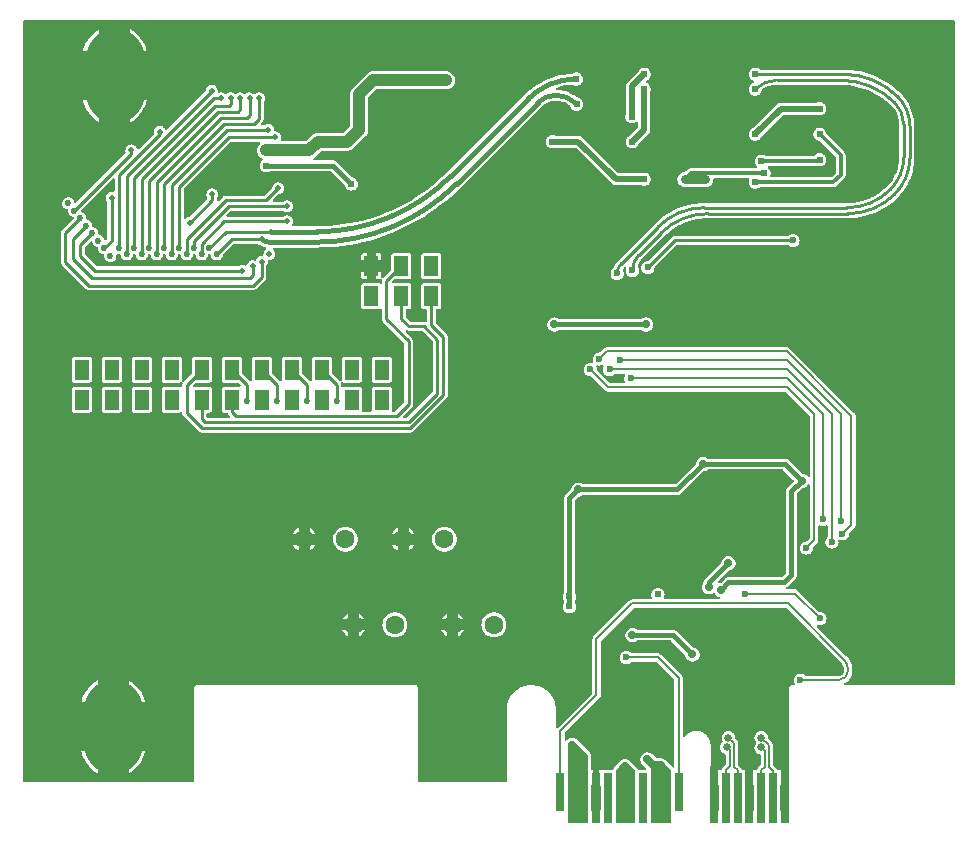
<source format=gbl>
G04 Layer: BottomLayer*
G04 EasyEDA v6.4.19.4, 2021-05-08T19:32:42+08:00*
G04 959c2f807fa24cb394336e4151b9ccfb,119f753a6ce64b8d841f2ad33262ab0c,10*
G04 Gerber Generator version 0.2*
G04 Scale: 100 percent, Rotated: No, Reflected: No *
G04 Dimensions in millimeters *
G04 leading zeros omitted , absolute positions ,4 integer and 5 decimal *
%FSLAX45Y45*%
%MOMM*%

%ADD11C,0.2032*%
%ADD12C,0.2300*%
%ADD13C,0.5000*%
%ADD14C,0.3810*%
%ADD15C,1.0000*%
%ADD16C,0.3000*%
%ADD17C,0.2500*%
%ADD18C,0.4000*%
%ADD19C,0.1778*%
%ADD20C,0.8000*%
%ADD21C,0.7000*%
%ADD22C,0.2540*%
%ADD28C,0.6000*%
%ADD30C,0.5000*%
%ADD31C,0.7000*%
%ADD32C,0.6350*%
%ADD33C,0.6096*%
%ADD34C,0.5300*%
%ADD35R,0.7000X4.2000*%
%ADD36R,0.7000X3.2000*%
%ADD53C,1.6000*%
%ADD54R,1.2000X1.7000*%
%ADD55C,5.0000*%

%LPD*%
G36*
X5507024Y2958592D02*
G01*
X5503164Y2959404D01*
X5499862Y2961589D01*
X5394147Y3067304D01*
X5391810Y3070910D01*
X5391200Y3075178D01*
X5390388Y3084880D01*
X5387848Y3094228D01*
X5386984Y3096107D01*
X5386019Y3099816D01*
X5386527Y3103626D01*
X5388406Y3106928D01*
X5391353Y3109366D01*
X5395010Y3110484D01*
X5398820Y3110230D01*
X5402122Y3109315D01*
X5411825Y3108502D01*
X5421477Y3109315D01*
X5430824Y3111855D01*
X5433669Y3113176D01*
X5437682Y3114090D01*
X5441696Y3113379D01*
X5445150Y3111144D01*
X5447385Y3107690D01*
X5448096Y3103676D01*
X5447182Y3099663D01*
X5444642Y3094228D01*
X5442102Y3084880D01*
X5441289Y3075178D01*
X5442102Y3065526D01*
X5444642Y3056178D01*
X5448706Y3047390D01*
X5454294Y3039465D01*
X5461152Y3032607D01*
X5469077Y3027019D01*
X5477865Y3022955D01*
X5487212Y3020415D01*
X5496915Y3019602D01*
X5506567Y3020415D01*
X5515914Y3022955D01*
X5524703Y3027019D01*
X5532628Y3032607D01*
X5536438Y3036417D01*
X5539740Y3038602D01*
X5543651Y3039364D01*
X5620258Y3039364D01*
X5624220Y3038602D01*
X5627573Y3036265D01*
X5629757Y3032861D01*
X5630418Y3028899D01*
X5629452Y3024936D01*
X5626252Y3018028D01*
X5623712Y3008680D01*
X5622899Y2998978D01*
X5623712Y2989326D01*
X5626252Y2979978D01*
X5629452Y2973070D01*
X5630418Y2969107D01*
X5629757Y2965145D01*
X5627573Y2961741D01*
X5624220Y2959404D01*
X5620258Y2958592D01*
G37*

%LPD*%
G36*
X543814Y-421132D02*
G01*
X539902Y-420370D01*
X536651Y-418134D01*
X534416Y-414883D01*
X533654Y-410972D01*
X533654Y6022086D01*
X534416Y6025997D01*
X536651Y6029248D01*
X539902Y6031484D01*
X543814Y6032246D01*
X8409686Y6032246D01*
X8413597Y6031484D01*
X8416848Y6029248D01*
X8419084Y6025997D01*
X8419846Y6022086D01*
X8419846Y414020D01*
X8419084Y410108D01*
X8416848Y406857D01*
X8413597Y404622D01*
X8409686Y403860D01*
X7495489Y403860D01*
X7491679Y404622D01*
X7488377Y406755D01*
X7486192Y410006D01*
X7485380Y413867D01*
X7486040Y417728D01*
X7488123Y421030D01*
X7504277Y430936D01*
X7515301Y439572D01*
X7525156Y449427D01*
X7533741Y460400D01*
X7540955Y472338D01*
X7546695Y485089D01*
X7550861Y498398D01*
X7553350Y512114D01*
X7554214Y526084D01*
X7553350Y543306D01*
X7550810Y560425D01*
X7546594Y577189D01*
X7540802Y593496D01*
X7533386Y609092D01*
X7524496Y623925D01*
X7514183Y637844D01*
X7502652Y650595D01*
X7257592Y895654D01*
X7255205Y899414D01*
X7254646Y903732D01*
X7255967Y907948D01*
X7258913Y911199D01*
X7262977Y912876D01*
X7267397Y912672D01*
X7269022Y912215D01*
X7278725Y911402D01*
X7288377Y912215D01*
X7297724Y914755D01*
X7306513Y918819D01*
X7314438Y924407D01*
X7321296Y931265D01*
X7326884Y939190D01*
X7330948Y947978D01*
X7333488Y957326D01*
X7334300Y966978D01*
X7333488Y976680D01*
X7330948Y986028D01*
X7326884Y994816D01*
X7321296Y1002741D01*
X7314438Y1009599D01*
X7306513Y1015187D01*
X7297724Y1019251D01*
X7288377Y1021791D01*
X7278674Y1022603D01*
X7274407Y1023213D01*
X7270800Y1025550D01*
X7093610Y1202740D01*
X7087362Y1207770D01*
X7080707Y1211173D01*
X7073341Y1213154D01*
X7067499Y1213612D01*
X7001916Y1213612D01*
X6997598Y1214577D01*
X6994093Y1217269D01*
X6992061Y1221232D01*
X6991908Y1225651D01*
X6993636Y1229715D01*
X6996938Y1232662D01*
X6999681Y1234186D01*
X7006539Y1239875D01*
X7069277Y1302715D01*
X7074560Y1309674D01*
X7078319Y1317244D01*
X7080656Y1325321D01*
X7081469Y1334160D01*
X7081469Y2021586D01*
X7082231Y2025446D01*
X7084415Y2028748D01*
X7126376Y2070709D01*
X7128916Y2072538D01*
X7131913Y2073554D01*
X7139584Y2074824D01*
X7149033Y2078075D01*
X7157872Y2082850D01*
X7165746Y2088997D01*
X7172553Y2096363D01*
X7173417Y2097735D01*
X7176465Y2100732D01*
X7180529Y2102205D01*
X7184847Y2101900D01*
X7188606Y2099818D01*
X7191197Y2096363D01*
X7192111Y2092147D01*
X7192111Y1646428D01*
X7191298Y1642567D01*
X7189114Y1639265D01*
X7172299Y1622450D01*
X7168692Y1620113D01*
X7164425Y1619504D01*
X7154722Y1618691D01*
X7145375Y1616151D01*
X7136587Y1612087D01*
X7128662Y1606499D01*
X7121804Y1599641D01*
X7116216Y1591716D01*
X7112152Y1582928D01*
X7109612Y1573580D01*
X7108799Y1563878D01*
X7109612Y1554226D01*
X7112152Y1544878D01*
X7116216Y1536090D01*
X7121804Y1528165D01*
X7128662Y1521307D01*
X7136587Y1515719D01*
X7145375Y1511655D01*
X7154722Y1509115D01*
X7164425Y1508302D01*
X7174077Y1509115D01*
X7183424Y1511655D01*
X7192213Y1515719D01*
X7200138Y1521307D01*
X7206996Y1528165D01*
X7212584Y1536090D01*
X7216648Y1544878D01*
X7219188Y1554226D01*
X7220000Y1563928D01*
X7220610Y1568196D01*
X7222947Y1571802D01*
X7252868Y1601724D01*
X7257897Y1607921D01*
X7261301Y1614576D01*
X7263231Y1621942D01*
X7263739Y1627784D01*
X7263739Y1746961D01*
X7264501Y1750923D01*
X7266838Y1754276D01*
X7270242Y1756460D01*
X7274204Y1757121D01*
X7278166Y1756156D01*
X7285075Y1752955D01*
X7294422Y1750415D01*
X7304125Y1749602D01*
X7313777Y1750415D01*
X7323124Y1752955D01*
X7330033Y1756156D01*
X7333996Y1757121D01*
X7337958Y1756460D01*
X7341362Y1754276D01*
X7343698Y1750923D01*
X7344511Y1746961D01*
X7344511Y1661464D01*
X7343698Y1657553D01*
X7341514Y1654251D01*
X7337704Y1650441D01*
X7332116Y1642516D01*
X7328052Y1633728D01*
X7325512Y1624380D01*
X7324699Y1614678D01*
X7325512Y1605026D01*
X7328052Y1595678D01*
X7332116Y1586890D01*
X7337704Y1578965D01*
X7344562Y1572107D01*
X7352487Y1566519D01*
X7361275Y1562455D01*
X7370622Y1559915D01*
X7380325Y1559102D01*
X7389977Y1559915D01*
X7399324Y1562455D01*
X7408113Y1566519D01*
X7416038Y1572107D01*
X7422896Y1578965D01*
X7428484Y1586890D01*
X7432548Y1595678D01*
X7435088Y1605026D01*
X7435900Y1614678D01*
X7435138Y1623822D01*
X7435646Y1628038D01*
X7437831Y1631645D01*
X7441285Y1634083D01*
X7445400Y1634896D01*
X7459522Y1631137D01*
X7469225Y1630273D01*
X7478877Y1631137D01*
X7488224Y1633626D01*
X7497013Y1637741D01*
X7504938Y1643278D01*
X7511796Y1650136D01*
X7517384Y1658112D01*
X7521448Y1666900D01*
X7523988Y1676247D01*
X7524800Y1685899D01*
X7525410Y1690166D01*
X7527747Y1693824D01*
X7570368Y1736394D01*
X7575397Y1742643D01*
X7578801Y1749298D01*
X7580731Y1756664D01*
X7581239Y1762506D01*
X7581239Y2680970D01*
X7580375Y2688945D01*
X7578090Y2696057D01*
X7574280Y2702661D01*
X7570419Y2707132D01*
X7024979Y3252571D01*
X7018781Y3257600D01*
X7012127Y3261004D01*
X7004761Y3262934D01*
X6998919Y3263392D01*
X5475833Y3263392D01*
X5467858Y3262579D01*
X5460746Y3260293D01*
X5454142Y3256483D01*
X5449671Y3252622D01*
X5419699Y3222650D01*
X5416092Y3220313D01*
X5411825Y3219704D01*
X5402122Y3218891D01*
X5392775Y3216351D01*
X5383987Y3212287D01*
X5376062Y3206699D01*
X5369204Y3199841D01*
X5363616Y3191916D01*
X5359552Y3183128D01*
X5357012Y3173780D01*
X5356199Y3164078D01*
X5357012Y3154426D01*
X5359552Y3145078D01*
X5360416Y3143199D01*
X5361381Y3139490D01*
X5360873Y3135680D01*
X5358993Y3132378D01*
X5356047Y3129940D01*
X5352389Y3128822D01*
X5348579Y3129076D01*
X5345277Y3129991D01*
X5335625Y3130804D01*
X5325922Y3129991D01*
X5316575Y3127451D01*
X5307787Y3123387D01*
X5299862Y3117799D01*
X5293004Y3110941D01*
X5287416Y3103016D01*
X5283352Y3094228D01*
X5280812Y3084880D01*
X5279999Y3075178D01*
X5280812Y3065526D01*
X5283352Y3056178D01*
X5287416Y3047390D01*
X5293004Y3039465D01*
X5299862Y3032607D01*
X5307787Y3027019D01*
X5316575Y3022955D01*
X5325922Y3020415D01*
X5335625Y3019602D01*
X5339892Y3018993D01*
X5343499Y3016656D01*
X5462320Y2897835D01*
X5468518Y2892806D01*
X5475173Y2889402D01*
X5482539Y2887472D01*
X5488381Y2886964D01*
X6980275Y2886964D01*
X6984136Y2886202D01*
X6987438Y2884017D01*
X7189114Y2682341D01*
X7191298Y2679039D01*
X7192111Y2675178D01*
X7192111Y2175052D01*
X7191197Y2170836D01*
X7188606Y2167382D01*
X7184847Y2165299D01*
X7180529Y2164994D01*
X7176465Y2166467D01*
X7173417Y2169464D01*
X7172553Y2170836D01*
X7165746Y2178202D01*
X7157872Y2184349D01*
X7149033Y2189124D01*
X7139584Y2192375D01*
X7131913Y2193645D01*
X7128916Y2194661D01*
X7126376Y2196490D01*
X7014209Y2308606D01*
X7007199Y2313889D01*
X6999681Y2317648D01*
X6991553Y2319934D01*
X6982714Y2320747D01*
X6331305Y2320747D01*
X6328003Y2321306D01*
X6325057Y2322880D01*
X6321247Y2325878D01*
X6312458Y2330602D01*
X6302959Y2333853D01*
X6293104Y2335530D01*
X6283096Y2335530D01*
X6273241Y2333853D01*
X6263741Y2330602D01*
X6254953Y2325878D01*
X6247028Y2319680D01*
X6240272Y2312314D01*
X6234785Y2303932D01*
X6230772Y2294788D01*
X6228283Y2285085D01*
X6227216Y2279700D01*
X6225184Y2276754D01*
X6056274Y2107844D01*
X6052972Y2105609D01*
X6049060Y2104847D01*
X5277205Y2104847D01*
X5273903Y2105406D01*
X5270957Y2106980D01*
X5267147Y2109978D01*
X5258358Y2114702D01*
X5248859Y2117953D01*
X5239004Y2119630D01*
X5228996Y2119630D01*
X5219141Y2117953D01*
X5209641Y2114702D01*
X5200853Y2109978D01*
X5192928Y2103780D01*
X5186172Y2096414D01*
X5180685Y2088032D01*
X5176672Y2078888D01*
X5174183Y2069185D01*
X5173116Y2063800D01*
X5171084Y2060854D01*
X5124297Y2014016D01*
X5119014Y2007006D01*
X5115255Y1999488D01*
X5112969Y1991360D01*
X5112156Y1982520D01*
X5112156Y1190193D01*
X5111699Y1187145D01*
X5109210Y1182827D01*
X5105095Y1173937D01*
X5102555Y1164488D01*
X5101691Y1154734D01*
X5102555Y1145032D01*
X5105095Y1135583D01*
X5109210Y1126693D01*
X5111699Y1122375D01*
X5112156Y1119327D01*
X5112156Y1104036D01*
X5111699Y1100988D01*
X5109210Y1096670D01*
X5105095Y1087780D01*
X5102555Y1078331D01*
X5101691Y1068578D01*
X5102555Y1058875D01*
X5105095Y1049426D01*
X5109210Y1040536D01*
X5114848Y1032560D01*
X5121757Y1025652D01*
X5129733Y1020013D01*
X5138623Y1015898D01*
X5148072Y1013358D01*
X5157825Y1012494D01*
X5167528Y1013358D01*
X5176977Y1015898D01*
X5185867Y1020013D01*
X5193842Y1025652D01*
X5200751Y1032560D01*
X5206390Y1040536D01*
X5210505Y1049426D01*
X5213045Y1058875D01*
X5213908Y1068578D01*
X5213045Y1078331D01*
X5210505Y1087780D01*
X5206390Y1096670D01*
X5203901Y1100988D01*
X5203444Y1104036D01*
X5203444Y1119327D01*
X5203901Y1122375D01*
X5206390Y1126693D01*
X5210505Y1135583D01*
X5213045Y1145032D01*
X5213908Y1154734D01*
X5213045Y1164488D01*
X5210505Y1173937D01*
X5206390Y1182827D01*
X5203901Y1187145D01*
X5203444Y1190193D01*
X5203444Y1959864D01*
X5204206Y1963775D01*
X5206441Y1967077D01*
X5235702Y1996338D01*
X5238191Y1998167D01*
X5241188Y1999132D01*
X5248859Y2000453D01*
X5258358Y2003704D01*
X5267147Y2008428D01*
X5270957Y2011425D01*
X5273903Y2013000D01*
X5277205Y2013559D01*
X6073952Y2013610D01*
X6082639Y2014829D01*
X6090615Y2017471D01*
X6097981Y2021586D01*
X6104839Y2027275D01*
X6289802Y2212238D01*
X6292291Y2214067D01*
X6295288Y2215032D01*
X6302959Y2216353D01*
X6312458Y2219604D01*
X6321247Y2224328D01*
X6325057Y2227326D01*
X6328003Y2228900D01*
X6331305Y2229459D01*
X6960057Y2229459D01*
X6963968Y2228697D01*
X6967270Y2226462D01*
X7052970Y2140762D01*
X7055154Y2137511D01*
X7055916Y2133600D01*
X7055154Y2129688D01*
X7052970Y2126437D01*
X7002322Y2075688D01*
X6997039Y2068728D01*
X6993280Y2061159D01*
X6990943Y2053082D01*
X6990130Y2044242D01*
X6990130Y1356817D01*
X6989368Y1352956D01*
X6987184Y1349654D01*
X6957974Y1320444D01*
X6954672Y1318209D01*
X6950760Y1317447D01*
X6502247Y1317396D01*
X6493560Y1316177D01*
X6485585Y1313535D01*
X6478219Y1309420D01*
X6471361Y1303731D01*
X6438798Y1271168D01*
X6436309Y1269339D01*
X6433362Y1268374D01*
X6424625Y1266850D01*
X6420358Y1267053D01*
X6416598Y1268933D01*
X6413906Y1272235D01*
X6412788Y1276299D01*
X6413398Y1280515D01*
X6415735Y1284071D01*
X6505702Y1374038D01*
X6508191Y1375867D01*
X6511188Y1376832D01*
X6518859Y1378153D01*
X6528358Y1381404D01*
X6537147Y1386128D01*
X6545072Y1392326D01*
X6551828Y1399692D01*
X6557314Y1408074D01*
X6561328Y1417218D01*
X6563817Y1426921D01*
X6564630Y1436878D01*
X6563817Y1446885D01*
X6561328Y1456588D01*
X6557314Y1465732D01*
X6551828Y1474114D01*
X6545072Y1481480D01*
X6537147Y1487678D01*
X6528358Y1492402D01*
X6518859Y1495653D01*
X6509004Y1497330D01*
X6498996Y1497330D01*
X6489141Y1495653D01*
X6479641Y1492402D01*
X6470853Y1487678D01*
X6462928Y1481480D01*
X6456172Y1474114D01*
X6450685Y1465732D01*
X6446672Y1456588D01*
X6444183Y1446885D01*
X6443116Y1441500D01*
X6441084Y1438554D01*
X6305397Y1302816D01*
X6300114Y1295806D01*
X6296304Y1288186D01*
X6294526Y1282344D01*
X6293764Y1276807D01*
X6292189Y1272641D01*
X6285585Y1262532D01*
X6281572Y1253388D01*
X6279083Y1243685D01*
X6278270Y1233678D01*
X6279083Y1223721D01*
X6281572Y1214018D01*
X6285585Y1204874D01*
X6291072Y1196492D01*
X6297828Y1189126D01*
X6305753Y1182928D01*
X6314541Y1178204D01*
X6324041Y1174953D01*
X6333896Y1173276D01*
X6343904Y1173276D01*
X6353759Y1174953D01*
X6363208Y1178153D01*
X6373215Y1183690D01*
X6376822Y1184859D01*
X6380581Y1184656D01*
X6384036Y1183081D01*
X6386677Y1180338D01*
X6392672Y1171041D01*
X6399428Y1163726D01*
X6407353Y1157528D01*
X6416141Y1152804D01*
X6425539Y1149553D01*
X6429044Y1147521D01*
X6431432Y1144270D01*
X6432397Y1140307D01*
X6431737Y1136294D01*
X6429552Y1132890D01*
X6426200Y1130604D01*
X6422237Y1129792D01*
X5965850Y1129792D01*
X5961888Y1130604D01*
X5958535Y1132890D01*
X5956401Y1136294D01*
X5955690Y1140307D01*
X5956655Y1144270D01*
X5959805Y1151026D01*
X5962345Y1160475D01*
X5963208Y1170178D01*
X5962345Y1179931D01*
X5959805Y1189380D01*
X5955690Y1198270D01*
X5950051Y1206246D01*
X5943142Y1213154D01*
X5935167Y1218793D01*
X5926277Y1222908D01*
X5916828Y1225448D01*
X5907125Y1226312D01*
X5897372Y1225448D01*
X5887923Y1222908D01*
X5879033Y1218793D01*
X5871057Y1213154D01*
X5864148Y1206246D01*
X5858510Y1198270D01*
X5854395Y1189380D01*
X5851855Y1179931D01*
X5850991Y1170178D01*
X5851855Y1160475D01*
X5854395Y1151026D01*
X5857544Y1144270D01*
X5858510Y1140307D01*
X5857798Y1136294D01*
X5855665Y1132890D01*
X5852312Y1130604D01*
X5848350Y1129792D01*
X5691632Y1129792D01*
X5683707Y1128979D01*
X5676595Y1126642D01*
X5669991Y1122832D01*
X5665520Y1119022D01*
X5361381Y814882D01*
X5356352Y808634D01*
X5352948Y801979D01*
X5350967Y794664D01*
X5350510Y788771D01*
X5350510Y338074D01*
X5349748Y334162D01*
X5347512Y330860D01*
X5059578Y42926D01*
X5056276Y40741D01*
X5052415Y39979D01*
X5048504Y40741D01*
X5045202Y42926D01*
X5043017Y46228D01*
X5042255Y50139D01*
X5042255Y195275D01*
X5041239Y215747D01*
X5037988Y237286D01*
X5037328Y240334D01*
X5032502Y258368D01*
X5031536Y261315D01*
X5024831Y278790D01*
X5015077Y298246D01*
X5013553Y300939D01*
X5001564Y319125D01*
X4989779Y333654D01*
X4974488Y349148D01*
X4972202Y351231D01*
X4957673Y363016D01*
X4939487Y375005D01*
X4920132Y385013D01*
X4917338Y386283D01*
X4899863Y392988D01*
X4896916Y393954D01*
X4878882Y398780D01*
X4875834Y399440D01*
X4857394Y402336D01*
X4835652Y403656D01*
X4832553Y403656D01*
X4810810Y402336D01*
X4792319Y399440D01*
X4771237Y393954D01*
X4750866Y386283D01*
X4748022Y385013D01*
X4731359Y376529D01*
X4728718Y375005D01*
X4710531Y363016D01*
X4696002Y351231D01*
X4680458Y335940D01*
X4666640Y319125D01*
X4664811Y316585D01*
X4653076Y298246D01*
X4644593Y281584D01*
X4636668Y261315D01*
X4635703Y258368D01*
X4630877Y240334D01*
X4630216Y237286D01*
X4627270Y218846D01*
X4625848Y195275D01*
X4626102Y-410972D01*
X4625340Y-414883D01*
X4623104Y-418134D01*
X4619802Y-420370D01*
X4615942Y-421132D01*
X3887470Y-421132D01*
X3883609Y-420370D01*
X3880307Y-418134D01*
X3878072Y-414883D01*
X3877310Y-410972D01*
X3877310Y377596D01*
X3876548Y383997D01*
X3874465Y389483D01*
X3870960Y394563D01*
X3867912Y397611D01*
X3864356Y400202D01*
X3858869Y402691D01*
X3851503Y403860D01*
X2007209Y403860D01*
X2000757Y403098D01*
X1995322Y401015D01*
X1990242Y397510D01*
X1987194Y394462D01*
X1984603Y390906D01*
X1982114Y385419D01*
X1980946Y378053D01*
X1980946Y-410972D01*
X1980184Y-414883D01*
X1977948Y-418134D01*
X1974697Y-420370D01*
X1970786Y-421132D01*
G37*

%LPC*%
G36*
X1439468Y5170271D02*
G01*
X1458874Y5181854D01*
X1477416Y5195062D01*
X1494790Y5209794D01*
X1510893Y5225897D01*
X1525625Y5243271D01*
X1538884Y5261813D01*
X1550517Y5281422D01*
X1560525Y5301894D01*
X1568805Y5323078D01*
X1575308Y5344922D01*
X1577695Y5356250D01*
X1439468Y5356250D01*
G37*
G36*
X1038504Y5768949D02*
G01*
X1176731Y5768949D01*
X1176731Y5954928D01*
X1157325Y5943346D01*
X1138783Y5930138D01*
X1121410Y5915406D01*
X1105306Y5899302D01*
X1090574Y5881928D01*
X1077315Y5863386D01*
X1065682Y5843778D01*
X1055674Y5823305D01*
X1047394Y5802122D01*
X1040892Y5780278D01*
G37*
G36*
X1176731Y5170271D02*
G01*
X1176731Y5356250D01*
X1038504Y5356250D01*
X1040892Y5344922D01*
X1047394Y5323078D01*
X1055674Y5301894D01*
X1065682Y5281422D01*
X1077315Y5261813D01*
X1090574Y5243271D01*
X1105306Y5225897D01*
X1121410Y5209794D01*
X1138783Y5195062D01*
X1157325Y5181854D01*
G37*
G36*
X1164031Y-341528D02*
G01*
X1164031Y-155549D01*
X1025804Y-155549D01*
X1028192Y-166878D01*
X1034694Y-188722D01*
X1042974Y-209905D01*
X1052982Y-230378D01*
X1064615Y-249986D01*
X1077874Y-268528D01*
X1092606Y-285902D01*
X1108710Y-302006D01*
X1126083Y-316738D01*
X1144625Y-329946D01*
G37*
G36*
X1426768Y-341528D02*
G01*
X1446174Y-329946D01*
X1464716Y-316738D01*
X1482090Y-302006D01*
X1498193Y-285902D01*
X1512925Y-268528D01*
X1526184Y-249986D01*
X1537817Y-230378D01*
X1547825Y-209905D01*
X1556105Y-188722D01*
X1562608Y-166878D01*
X1564995Y-155549D01*
X1426768Y-155549D01*
G37*
G36*
X6731000Y5011216D02*
G01*
X6740753Y5012080D01*
X6750202Y5014569D01*
X6759041Y5018735D01*
X6767068Y5024323D01*
X6773976Y5031232D01*
X6779564Y5039258D01*
X6783171Y5046980D01*
X6785203Y5049875D01*
X6964883Y5229555D01*
X6968185Y5231790D01*
X6972096Y5232552D01*
X7251242Y5232552D01*
X7255560Y5231587D01*
X7257897Y5230469D01*
X7267346Y5227980D01*
X7277100Y5227116D01*
X7286853Y5227980D01*
X7296302Y5230469D01*
X7305141Y5234635D01*
X7313168Y5240223D01*
X7320076Y5247132D01*
X7325664Y5255158D01*
X7329830Y5263997D01*
X7332319Y5273446D01*
X7333183Y5283200D01*
X7332319Y5292953D01*
X7329830Y5302402D01*
X7325664Y5311241D01*
X7320076Y5319268D01*
X7313168Y5326176D01*
X7305141Y5331764D01*
X7296302Y5335930D01*
X7286853Y5338419D01*
X7277100Y5339283D01*
X7267346Y5338419D01*
X7257897Y5335930D01*
X7255560Y5334812D01*
X7251242Y5333847D01*
X6947103Y5333847D01*
X6942480Y5333644D01*
X6938111Y5333085D01*
X6933793Y5332120D01*
X6929577Y5330799D01*
X6925513Y5329123D01*
X6921601Y5327040D01*
X6917842Y5324703D01*
X6914337Y5322011D01*
X6910933Y5318861D01*
X6713575Y5121503D01*
X6710680Y5119471D01*
X6702958Y5115864D01*
X6694931Y5110276D01*
X6688023Y5103368D01*
X6682435Y5095341D01*
X6678269Y5086502D01*
X6675780Y5077053D01*
X6674916Y5067300D01*
X6675780Y5057546D01*
X6678269Y5048097D01*
X6682435Y5039258D01*
X6688023Y5031232D01*
X6694931Y5024323D01*
X6702958Y5018735D01*
X6711797Y5014569D01*
X6721246Y5012080D01*
G37*
G36*
X5689600Y4947716D02*
G01*
X5699353Y4948580D01*
X5708802Y4951069D01*
X5717641Y4955235D01*
X5725668Y4960823D01*
X5732576Y4967732D01*
X5738164Y4975758D01*
X5741771Y4983480D01*
X5743803Y4986375D01*
X5826861Y5069433D01*
X5830011Y5072837D01*
X5832703Y5076342D01*
X5835040Y5080101D01*
X5837123Y5084013D01*
X5838799Y5088077D01*
X5840120Y5092293D01*
X5841085Y5096611D01*
X5841644Y5100980D01*
X5841847Y5105603D01*
X5841847Y5422442D01*
X5842812Y5426760D01*
X5843930Y5429097D01*
X5846419Y5438546D01*
X5847283Y5448300D01*
X5846419Y5458053D01*
X5843930Y5467502D01*
X5839764Y5476341D01*
X5834176Y5484368D01*
X5827268Y5491276D01*
X5819241Y5496864D01*
X5806389Y5503011D01*
X5803747Y5506262D01*
X5802630Y5510377D01*
X5803290Y5514543D01*
X5805627Y5518048D01*
X5808624Y5521096D01*
X5811520Y5523128D01*
X5819241Y5526735D01*
X5827268Y5532323D01*
X5834176Y5539232D01*
X5839764Y5547258D01*
X5843930Y5556097D01*
X5846419Y5565546D01*
X5847283Y5575300D01*
X5846419Y5585053D01*
X5843930Y5594502D01*
X5839764Y5603341D01*
X5834176Y5611368D01*
X5827268Y5618276D01*
X5819241Y5623864D01*
X5810402Y5628030D01*
X5800953Y5630519D01*
X5791200Y5631383D01*
X5781446Y5630519D01*
X5771997Y5628030D01*
X5763158Y5623864D01*
X5755132Y5618276D01*
X5748223Y5611368D01*
X5742635Y5603341D01*
X5739028Y5595620D01*
X5736996Y5592724D01*
X5651855Y5507634D01*
X5648756Y5504180D01*
X5646064Y5500674D01*
X5643676Y5496966D01*
X5641644Y5493054D01*
X5639968Y5488940D01*
X5638596Y5484723D01*
X5637682Y5480456D01*
X5637072Y5476036D01*
X5636869Y5471414D01*
X5636869Y5241848D01*
X5635955Y5237530D01*
X5634837Y5235194D01*
X5632297Y5225745D01*
X5631434Y5215991D01*
X5632297Y5206238D01*
X5634837Y5196789D01*
X5638952Y5187950D01*
X5644591Y5179923D01*
X5651500Y5173014D01*
X5659475Y5167426D01*
X5668365Y5163261D01*
X5677814Y5160772D01*
X5687568Y5159908D01*
X5697270Y5160772D01*
X5706719Y5163261D01*
X5715558Y5167376D01*
X5724499Y5173726D01*
X5728563Y5175453D01*
X5732983Y5175250D01*
X5736894Y5173218D01*
X5739587Y5169763D01*
X5740552Y5165445D01*
X5740552Y5130596D01*
X5739790Y5126685D01*
X5737555Y5123383D01*
X5672175Y5058003D01*
X5669280Y5055971D01*
X5661558Y5052364D01*
X5653532Y5046776D01*
X5646623Y5039868D01*
X5641035Y5031841D01*
X5636869Y5023002D01*
X5634380Y5013553D01*
X5633516Y5003800D01*
X5634380Y4994046D01*
X5636869Y4984597D01*
X5641035Y4975758D01*
X5646623Y4967732D01*
X5653532Y4960823D01*
X5661558Y4955235D01*
X5670397Y4951069D01*
X5679846Y4948580D01*
G37*
G36*
X5791149Y4630115D02*
G01*
X5800902Y4630978D01*
X5810351Y4633468D01*
X5819190Y4637633D01*
X5827217Y4643221D01*
X5834126Y4650130D01*
X5839714Y4658156D01*
X5843879Y4666996D01*
X5846368Y4676444D01*
X5847232Y4686198D01*
X5846368Y4695952D01*
X5843879Y4705400D01*
X5839714Y4714240D01*
X5834126Y4722266D01*
X5827217Y4729175D01*
X5819190Y4734763D01*
X5810351Y4738928D01*
X5800902Y4741418D01*
X5791149Y4742281D01*
X5781395Y4741418D01*
X5771946Y4738928D01*
X5769813Y4737912D01*
X5765495Y4736947D01*
X5575096Y4736947D01*
X5571185Y4737709D01*
X5567883Y4739944D01*
X5268112Y5039715D01*
X5264708Y5042865D01*
X5261203Y5045557D01*
X5257495Y5047894D01*
X5253532Y5049977D01*
X5249468Y5051653D01*
X5245252Y5052974D01*
X5240934Y5053939D01*
X5236565Y5054498D01*
X5231942Y5054701D01*
X5038394Y5054701D01*
X5034127Y5055666D01*
X5031638Y5056835D01*
X5022189Y5059324D01*
X5012436Y5060188D01*
X5002682Y5059324D01*
X4993233Y5056835D01*
X4984394Y5052669D01*
X4976368Y5047081D01*
X4969459Y5040172D01*
X4963871Y5032146D01*
X4959705Y5023307D01*
X4957216Y5013858D01*
X4956352Y5004104D01*
X4957216Y4994351D01*
X4959705Y4984902D01*
X4963871Y4976063D01*
X4969459Y4968036D01*
X4976368Y4961128D01*
X4984394Y4955540D01*
X4993233Y4951374D01*
X5002682Y4948885D01*
X5012436Y4948021D01*
X5022189Y4948885D01*
X5031638Y4951374D01*
X5033873Y4952441D01*
X5038191Y4953406D01*
X5206949Y4953406D01*
X5210860Y4952644D01*
X5214162Y4950409D01*
X5513933Y4650638D01*
X5517337Y4647488D01*
X5520842Y4644796D01*
X5524601Y4642459D01*
X5528513Y4640376D01*
X5532577Y4638700D01*
X5536793Y4637379D01*
X5541111Y4636414D01*
X5545480Y4635855D01*
X5550103Y4635652D01*
X5765088Y4635652D01*
X5769356Y4634687D01*
X5771946Y4633468D01*
X5781395Y4630978D01*
G37*
G36*
X6731000Y4604816D02*
G01*
X6740753Y4605680D01*
X6750202Y4608169D01*
X6759041Y4612335D01*
X6767728Y4618431D01*
X6770522Y4619752D01*
X6773570Y4620260D01*
X7390892Y4620260D01*
X7399324Y4621072D01*
X7406944Y4623409D01*
X7413955Y4627118D01*
X7420508Y4632502D01*
X7483297Y4695291D01*
X7488681Y4701844D01*
X7492390Y4708855D01*
X7494727Y4716475D01*
X7495540Y4724908D01*
X7495540Y4888992D01*
X7494727Y4897424D01*
X7492390Y4905044D01*
X7488681Y4912055D01*
X7483297Y4918608D01*
X7335672Y5066233D01*
X7333640Y5069128D01*
X7332725Y5072532D01*
X7332319Y5077053D01*
X7329830Y5086502D01*
X7325664Y5095341D01*
X7320076Y5103368D01*
X7313168Y5110276D01*
X7305141Y5115864D01*
X7296302Y5120030D01*
X7286853Y5122519D01*
X7277100Y5123383D01*
X7267346Y5122519D01*
X7257897Y5120030D01*
X7249058Y5115864D01*
X7241031Y5110276D01*
X7234123Y5103368D01*
X7228535Y5095341D01*
X7224369Y5086502D01*
X7221880Y5077053D01*
X7221016Y5067300D01*
X7221880Y5057546D01*
X7224369Y5048097D01*
X7228535Y5039258D01*
X7234123Y5031232D01*
X7241031Y5024323D01*
X7249058Y5018735D01*
X7257897Y5014569D01*
X7267346Y5012080D01*
X7271867Y5011674D01*
X7275271Y5010759D01*
X7278166Y5008727D01*
X7411262Y4875631D01*
X7413498Y4872329D01*
X7414259Y4868468D01*
X7414259Y4745431D01*
X7413498Y4741570D01*
X7411262Y4738268D01*
X7377531Y4704537D01*
X7374229Y4702302D01*
X7370368Y4701540D01*
X6868210Y4701540D01*
X6864248Y4702352D01*
X6860946Y4704638D01*
X6858762Y4708093D01*
X6858101Y4712055D01*
X6859016Y4716018D01*
X6859930Y4717897D01*
X6862419Y4727346D01*
X6863283Y4737100D01*
X6862419Y4746853D01*
X6859930Y4756302D01*
X6855764Y4765141D01*
X6850176Y4773168D01*
X6842607Y4780686D01*
X6840423Y4783988D01*
X6839661Y4787900D01*
X6840423Y4791760D01*
X6842607Y4795062D01*
X6845909Y4797247D01*
X6849821Y4798060D01*
X7258964Y4798060D01*
X7261606Y4797704D01*
X7267346Y4796180D01*
X7277100Y4795316D01*
X7286853Y4796180D01*
X7296302Y4798669D01*
X7305141Y4802835D01*
X7313168Y4808423D01*
X7320076Y4815332D01*
X7325664Y4823358D01*
X7329830Y4832197D01*
X7332319Y4841646D01*
X7333183Y4851400D01*
X7332319Y4861153D01*
X7329830Y4870602D01*
X7325664Y4879441D01*
X7320076Y4887468D01*
X7313168Y4894376D01*
X7305141Y4899964D01*
X7296302Y4904130D01*
X7286853Y4906619D01*
X7277100Y4907483D01*
X7267346Y4906619D01*
X7257897Y4904130D01*
X7249058Y4899964D01*
X7241031Y4894376D01*
X7234123Y4887468D01*
X7231481Y4883708D01*
X7229246Y4881372D01*
X7226350Y4879848D01*
X7223150Y4879340D01*
X6824370Y4879340D01*
X6821322Y4879848D01*
X6818528Y4881168D01*
X6809841Y4887264D01*
X6801002Y4891430D01*
X6791553Y4893919D01*
X6781800Y4894783D01*
X6772046Y4893919D01*
X6762597Y4891430D01*
X6753758Y4887264D01*
X6745731Y4881676D01*
X6738823Y4874768D01*
X6733235Y4866741D01*
X6729069Y4857902D01*
X6726580Y4848453D01*
X6725716Y4838700D01*
X6726580Y4828946D01*
X6729069Y4819497D01*
X6733235Y4810658D01*
X6738823Y4802632D01*
X6746392Y4795113D01*
X6748576Y4791811D01*
X6749338Y4787900D01*
X6748576Y4784039D01*
X6746392Y4780737D01*
X6743090Y4778502D01*
X6739178Y4777740D01*
X6187998Y4777740D01*
X6179566Y4776927D01*
X6171946Y4774590D01*
X6164935Y4770882D01*
X6158382Y4765497D01*
X6147816Y4754930D01*
X6144514Y4752695D01*
X6140653Y4751933D01*
X6137148Y4751933D01*
X6126480Y4751120D01*
X6116472Y4748733D01*
X6106922Y4744821D01*
X6098133Y4739436D01*
X6090310Y4732782D01*
X6083604Y4724958D01*
X6078220Y4716170D01*
X6074257Y4706670D01*
X6071819Y4696663D01*
X6071006Y4686401D01*
X6071819Y4676140D01*
X6074206Y4666132D01*
X6078118Y4656582D01*
X6083503Y4647793D01*
X6090158Y4639970D01*
X6097981Y4633264D01*
X6106769Y4627880D01*
X6116269Y4623917D01*
X6126276Y4621479D01*
X6136944Y4620666D01*
X6308852Y4620412D01*
X6319520Y4621225D01*
X6329527Y4623612D01*
X6339078Y4627524D01*
X6347866Y4632909D01*
X6355689Y4639564D01*
X6362395Y4647387D01*
X6367780Y4656175D01*
X6371742Y4665675D01*
X6374130Y4675682D01*
X6374993Y4687062D01*
X6376009Y4690719D01*
X6378244Y4693716D01*
X6381445Y4695748D01*
X6385153Y4696460D01*
X6669989Y4696460D01*
X6673951Y4695647D01*
X6677253Y4693361D01*
X6679438Y4689906D01*
X6680098Y4685944D01*
X6679184Y4681982D01*
X6678269Y4680102D01*
X6675780Y4670653D01*
X6674916Y4660900D01*
X6675780Y4651146D01*
X6678269Y4641697D01*
X6682435Y4632858D01*
X6688023Y4624832D01*
X6694931Y4617923D01*
X6702958Y4612335D01*
X6711797Y4608169D01*
X6721246Y4605680D01*
G37*
G36*
X3394151Y3998569D02*
G01*
X3443427Y3998569D01*
X3443427Y4060342D01*
X3420364Y4060342D01*
X3414115Y4059631D01*
X3408679Y4057751D01*
X3403854Y4054703D01*
X3399790Y4050639D01*
X3396742Y4045813D01*
X3394862Y4040378D01*
X3394151Y4034129D01*
G37*
G36*
X3516172Y3998569D02*
G01*
X3565448Y3998569D01*
X3565448Y4034129D01*
X3564737Y4040378D01*
X3562858Y4045813D01*
X3559810Y4050639D01*
X3555746Y4054703D01*
X3550920Y4057751D01*
X3545484Y4059631D01*
X3539236Y4060342D01*
X3516172Y4060342D01*
G37*
G36*
X5821883Y3883202D02*
G01*
X5831535Y3884015D01*
X5840882Y3886555D01*
X5849670Y3890619D01*
X5857646Y3896207D01*
X5864504Y3903065D01*
X5870041Y3910990D01*
X5874156Y3919778D01*
X5876645Y3929126D01*
X5877356Y3936949D01*
X5878271Y3940352D01*
X5880252Y3943248D01*
X6063335Y4126280D01*
X6066586Y4128465D01*
X6070498Y4129227D01*
X7005675Y4129227D01*
X7009587Y4128465D01*
X7012889Y4126280D01*
X7014362Y4124807D01*
X7022287Y4119219D01*
X7031075Y4115155D01*
X7040422Y4112615D01*
X7050125Y4111802D01*
X7059777Y4112615D01*
X7069124Y4115155D01*
X7077913Y4119219D01*
X7085838Y4124807D01*
X7092696Y4131665D01*
X7098284Y4139590D01*
X7102348Y4148378D01*
X7104888Y4157726D01*
X7105700Y4167378D01*
X7104888Y4177080D01*
X7102348Y4186428D01*
X7098284Y4195216D01*
X7092696Y4203141D01*
X7085838Y4209999D01*
X7077913Y4215587D01*
X7069124Y4219651D01*
X7059777Y4222191D01*
X7050125Y4223004D01*
X7040422Y4222191D01*
X7031075Y4219651D01*
X7022287Y4215587D01*
X7014362Y4209999D01*
X7012889Y4208526D01*
X7009587Y4206341D01*
X7005675Y4205579D01*
X6050991Y4205579D01*
X6043066Y4204766D01*
X6035903Y4202633D01*
X6029299Y4199077D01*
X6023152Y4194048D01*
X5826302Y3997198D01*
X5823407Y3995165D01*
X5820003Y3994251D01*
X5812231Y3993591D01*
X5802884Y3991051D01*
X5794095Y3986987D01*
X5786120Y3981399D01*
X5779262Y3974541D01*
X5773724Y3966616D01*
X5769610Y3957828D01*
X5767120Y3948480D01*
X5766257Y3938778D01*
X5767120Y3929126D01*
X5769610Y3919778D01*
X5773724Y3910990D01*
X5779262Y3903065D01*
X5786120Y3896207D01*
X5794095Y3890619D01*
X5802884Y3886555D01*
X5812231Y3884015D01*
G37*
G36*
X3928364Y3839057D02*
G01*
X4047236Y3839057D01*
X4053484Y3839768D01*
X4058920Y3841648D01*
X4063746Y3844696D01*
X4067810Y3848760D01*
X4070858Y3853586D01*
X4072737Y3859022D01*
X4073448Y3865270D01*
X4073448Y4034129D01*
X4072737Y4040378D01*
X4070858Y4045813D01*
X4067810Y4050639D01*
X4063746Y4054703D01*
X4058920Y4057751D01*
X4053484Y4059631D01*
X4047236Y4060342D01*
X3928364Y4060342D01*
X3922115Y4059631D01*
X3916679Y4057751D01*
X3911854Y4054703D01*
X3907790Y4050639D01*
X3904742Y4045813D01*
X3902862Y4040378D01*
X3902151Y4034129D01*
X3902151Y3865270D01*
X3902862Y3859022D01*
X3904742Y3853586D01*
X3907790Y3848760D01*
X3911854Y3844696D01*
X3916679Y3841648D01*
X3922115Y3839768D01*
G37*
G36*
X3420364Y3839057D02*
G01*
X3443427Y3839057D01*
X3443427Y3900830D01*
X3394151Y3900830D01*
X3394151Y3865270D01*
X3394862Y3859022D01*
X3396742Y3853586D01*
X3399790Y3848760D01*
X3403854Y3844696D01*
X3408679Y3841648D01*
X3414115Y3839768D01*
G37*
G36*
X5561888Y3832402D02*
G01*
X5571540Y3833215D01*
X5580888Y3835755D01*
X5589676Y3839819D01*
X5597652Y3845407D01*
X5604510Y3852265D01*
X5610047Y3860190D01*
X5614162Y3868978D01*
X5616651Y3878326D01*
X5617514Y3887978D01*
X5616651Y3897680D01*
X5614162Y3907028D01*
X5609742Y3916476D01*
X5608878Y3919677D01*
X5609031Y3922979D01*
X5610301Y3926078D01*
X5615686Y3934612D01*
X5621274Y3941165D01*
X5624322Y3943553D01*
X5628030Y3944670D01*
X5631891Y3944264D01*
X5635345Y3942486D01*
X5637885Y3939489D01*
X5639054Y3935780D01*
X5638800Y3931920D01*
X5636412Y3923080D01*
X5635599Y3913378D01*
X5636412Y3903726D01*
X5638952Y3894378D01*
X5643016Y3885590D01*
X5648604Y3877665D01*
X5655462Y3870807D01*
X5663387Y3865219D01*
X5672175Y3861155D01*
X5681522Y3858615D01*
X5691225Y3857802D01*
X5700877Y3858615D01*
X5710224Y3861155D01*
X5719013Y3865219D01*
X5726938Y3870807D01*
X5733796Y3877665D01*
X5739384Y3885590D01*
X5743448Y3894378D01*
X5745988Y3903726D01*
X5746800Y3913378D01*
X5745988Y3923080D01*
X5743448Y3932428D01*
X5739384Y3941216D01*
X5736844Y3944823D01*
X5735167Y3948937D01*
X5735421Y3953459D01*
X5737910Y3961841D01*
X5744210Y3976878D01*
X5752134Y3991101D01*
X5761583Y4004310D01*
X5772048Y4015994D01*
X5958230Y4202176D01*
X5981344Y4223918D01*
X6005728Y4244238D01*
X6031331Y4263034D01*
X6058001Y4280255D01*
X6085636Y4295800D01*
X6114186Y4309668D01*
X6143498Y4321810D01*
X6173470Y4332122D01*
X6204051Y4340656D01*
X6235090Y4347311D01*
X6266484Y4352036D01*
X6298082Y4354880D01*
X6329476Y4355846D01*
X7513370Y4355846D01*
X7547254Y4356811D01*
X7580934Y4359656D01*
X7614361Y4364380D01*
X7647482Y4370933D01*
X7680198Y4379366D01*
X7712354Y4389628D01*
X7743901Y4401667D01*
X7774736Y4415485D01*
X7804708Y4430979D01*
X7833817Y4448149D01*
X7861909Y4466894D01*
X7888884Y4487214D01*
X7914690Y4508957D01*
X7939227Y4532172D01*
X7958734Y4552950D01*
X7977022Y4574844D01*
X7993888Y4597806D01*
X8009381Y4621733D01*
X8023402Y4646574D01*
X8035848Y4672228D01*
X8046770Y4698542D01*
X8056067Y4725517D01*
X8063738Y4752949D01*
X8069732Y4780838D01*
X8073999Y4809032D01*
X8076590Y4837430D01*
X8077453Y4866081D01*
X8077453Y5139334D01*
X8076488Y5167020D01*
X8073542Y5194350D01*
X8068665Y5221376D01*
X8061858Y5248046D01*
X8053171Y5274157D01*
X8042656Y5299557D01*
X8030311Y5324144D01*
X8016290Y5347766D01*
X8000593Y5370372D01*
X7983372Y5391810D01*
X7964576Y5411927D01*
X7938465Y5436717D01*
X7911033Y5460136D01*
X7882432Y5482132D01*
X7852714Y5502554D01*
X7821980Y5521350D01*
X7790281Y5538571D01*
X7757718Y5554116D01*
X7724444Y5567883D01*
X7690408Y5579922D01*
X7655864Y5590184D01*
X7620812Y5598617D01*
X7585354Y5605170D01*
X7549591Y5609894D01*
X7513624Y5612688D01*
X7477455Y5613654D01*
X6775907Y5613654D01*
X6771995Y5614416D01*
X6768693Y5616651D01*
X6767068Y5618276D01*
X6759041Y5623864D01*
X6750202Y5628030D01*
X6740753Y5630519D01*
X6731000Y5631383D01*
X6721246Y5630519D01*
X6711797Y5628030D01*
X6702958Y5623864D01*
X6694931Y5618276D01*
X6688023Y5611368D01*
X6682435Y5603341D01*
X6678269Y5594502D01*
X6675780Y5585053D01*
X6674916Y5575300D01*
X6675780Y5565546D01*
X6678269Y5556097D01*
X6682435Y5547258D01*
X6688023Y5539232D01*
X6694931Y5532323D01*
X6702958Y5526735D01*
X6711797Y5522569D01*
X6715455Y5521604D01*
X6719366Y5519572D01*
X6722008Y5516118D01*
X6722973Y5511800D01*
X6722008Y5507482D01*
X6719366Y5504027D01*
X6715455Y5501995D01*
X6711797Y5501030D01*
X6702958Y5496864D01*
X6694931Y5491276D01*
X6688023Y5484368D01*
X6682435Y5476341D01*
X6678269Y5467502D01*
X6675780Y5458053D01*
X6674916Y5448300D01*
X6675780Y5438546D01*
X6678269Y5429097D01*
X6682435Y5420258D01*
X6688023Y5412232D01*
X6694931Y5405323D01*
X6702958Y5399735D01*
X6711797Y5395569D01*
X6721246Y5393080D01*
X6731000Y5392216D01*
X6740753Y5393080D01*
X6750202Y5395569D01*
X6759041Y5399735D01*
X6767068Y5405323D01*
X6773976Y5412232D01*
X6779564Y5420258D01*
X6783730Y5429097D01*
X6786219Y5438546D01*
X6787134Y5443474D01*
X6788759Y5446115D01*
X6791096Y5448147D01*
X6804456Y5456631D01*
X6821627Y5465521D01*
X6839508Y5472887D01*
X6858000Y5478678D01*
X6876897Y5482844D01*
X6896049Y5485333D01*
X6914946Y5486146D01*
X7452207Y5486146D01*
X7486802Y5485180D01*
X7520990Y5482285D01*
X7554975Y5477459D01*
X7588656Y5470753D01*
X7621879Y5462117D01*
X7654594Y5451703D01*
X7686700Y5439460D01*
X7717993Y5425389D01*
X7748524Y5409641D01*
X7778038Y5392166D01*
X7806588Y5373116D01*
X7834020Y5352440D01*
X7860233Y5330291D01*
X7885277Y5306568D01*
X7898333Y5292242D01*
X7910068Y5276900D01*
X7920431Y5260543D01*
X7929321Y5243372D01*
X7936687Y5225491D01*
X7942478Y5207000D01*
X7946644Y5188102D01*
X7949133Y5168950D01*
X7949946Y5150053D01*
X7949946Y4873345D01*
X7949031Y4847894D01*
X7946288Y4822901D01*
X7941818Y4798212D01*
X7935569Y4773879D01*
X7927644Y4750054D01*
X7917992Y4726838D01*
X7906715Y4704384D01*
X7893862Y4682794D01*
X7879537Y4662170D01*
X7863738Y4642612D01*
X7846618Y4624273D01*
X7823606Y4602734D01*
X7799222Y4582769D01*
X7773568Y4564380D01*
X7746746Y4547768D01*
X7718958Y4532934D01*
X7690205Y4519930D01*
X7660690Y4508855D01*
X7630515Y4499711D01*
X7599781Y4492548D01*
X7568641Y4487418D01*
X7537246Y4484370D01*
X7506055Y4483354D01*
X6299352Y4483354D01*
X6266129Y4482439D01*
X6233109Y4479645D01*
X6200343Y4475022D01*
X6167882Y4468571D01*
X6135776Y4460290D01*
X6104280Y4450232D01*
X6073343Y4438396D01*
X6043117Y4424883D01*
X6013704Y4409694D01*
X5985154Y4392879D01*
X5957620Y4374489D01*
X5931204Y4354576D01*
X5905906Y4333240D01*
X5881725Y4310380D01*
X5569102Y3997706D01*
X5558688Y3986276D01*
X5549646Y3974084D01*
X5541822Y3961028D01*
X5535320Y3947261D01*
X5531561Y3936695D01*
X5530037Y3933951D01*
X5526125Y3930599D01*
X5519267Y3923741D01*
X5513730Y3915816D01*
X5509615Y3907028D01*
X5507126Y3897680D01*
X5506262Y3887978D01*
X5507126Y3878326D01*
X5509615Y3868978D01*
X5513730Y3860190D01*
X5519267Y3852265D01*
X5526125Y3845407D01*
X5534101Y3839819D01*
X5542889Y3835755D01*
X5552236Y3833215D01*
G37*
G36*
X1426768Y257149D02*
G01*
X1564995Y257149D01*
X1562608Y268478D01*
X1556105Y290322D01*
X1547825Y311505D01*
X1537817Y331978D01*
X1526184Y351586D01*
X1512925Y370128D01*
X1498193Y387502D01*
X1482090Y403606D01*
X1464716Y418338D01*
X1446174Y431546D01*
X1426768Y443128D01*
G37*
G36*
X1025804Y257149D02*
G01*
X1164031Y257149D01*
X1164031Y443128D01*
X1144625Y431546D01*
X1126083Y418338D01*
X1108710Y403606D01*
X1092606Y387502D01*
X1077874Y370128D01*
X1064615Y351586D01*
X1052982Y331978D01*
X1042974Y311505D01*
X1034694Y290322D01*
X1028192Y268478D01*
G37*
G36*
X1092708Y3746449D02*
G01*
X2475992Y3746449D01*
X2483916Y3747211D01*
X2491079Y3749395D01*
X2497683Y3752900D01*
X2503830Y3757980D01*
X2579319Y3833469D01*
X2584399Y3839616D01*
X2587904Y3846220D01*
X2590088Y3853383D01*
X2590850Y3861308D01*
X2590850Y3951274D01*
X2591358Y3954373D01*
X2592781Y3957218D01*
X2596134Y3961841D01*
X2600096Y3970020D01*
X2602484Y3978757D01*
X2603347Y3988155D01*
X2603296Y3990390D01*
X2604008Y3994200D01*
X2606090Y3997502D01*
X2609240Y3999788D01*
X2612999Y4000703D01*
X2623007Y4001160D01*
X2631846Y4003141D01*
X2640177Y4006748D01*
X2647746Y4011726D01*
X2654300Y4017975D01*
X2659634Y4025341D01*
X2663596Y4033520D01*
X2665984Y4042257D01*
X2666796Y4051300D01*
X2665984Y4060342D01*
X2663596Y4069079D01*
X2659634Y4077258D01*
X2654300Y4084624D01*
X2648915Y4089755D01*
X2646629Y4093006D01*
X2645816Y4096918D01*
X2646527Y4100880D01*
X2648712Y4104233D01*
X2652014Y4106468D01*
X2655976Y4107230D01*
X3007868Y4107230D01*
X3064764Y4108196D01*
X3121507Y4110990D01*
X3178149Y4115612D01*
X3234639Y4122115D01*
X3290824Y4130446D01*
X3346754Y4140606D01*
X3402329Y4152595D01*
X3457448Y4166412D01*
X3512058Y4182008D01*
X3566210Y4199432D01*
X3619703Y4218584D01*
X3672535Y4239463D01*
X3724706Y4262069D01*
X3776065Y4286351D01*
X3826611Y4312310D01*
X3876294Y4339945D01*
X3925062Y4369155D01*
X3972814Y4399940D01*
X4019550Y4432300D01*
X4065168Y4466132D01*
X4109720Y4501438D01*
X4153052Y4538218D01*
X4195165Y4576419D01*
X4236059Y4615992D01*
X4922418Y5302351D01*
X4936998Y5315305D01*
X4952492Y5326227D01*
X4969103Y5335320D01*
X4986629Y5342534D01*
X5004866Y5347716D01*
X5023561Y5350814D01*
X5042408Y5351830D01*
X5061813Y5350814D01*
X5081066Y5347919D01*
X5099913Y5343144D01*
X5118201Y5336540D01*
X5135727Y5328208D01*
X5152390Y5318150D01*
X5160467Y5312206D01*
X5162804Y5309768D01*
X5164226Y5306669D01*
X5165090Y5303418D01*
X5169204Y5294528D01*
X5174843Y5286552D01*
X5181752Y5279644D01*
X5189728Y5274005D01*
X5198618Y5269890D01*
X5208066Y5267350D01*
X5217820Y5266486D01*
X5227523Y5267350D01*
X5236972Y5269890D01*
X5245862Y5274005D01*
X5253837Y5279644D01*
X5260746Y5286552D01*
X5266385Y5294528D01*
X5270500Y5303418D01*
X5273040Y5312867D01*
X5273903Y5322570D01*
X5273040Y5332323D01*
X5270500Y5341772D01*
X5266385Y5350662D01*
X5260746Y5358638D01*
X5253837Y5365546D01*
X5245862Y5371185D01*
X5236972Y5375300D01*
X5224576Y5378500D01*
X5222036Y5379974D01*
X5212029Y5387848D01*
X5193131Y5400497D01*
X5173319Y5411571D01*
X5152694Y5421122D01*
X5131358Y5428996D01*
X5109464Y5435142D01*
X5087162Y5439562D01*
X5064607Y5442254D01*
X5052720Y5442712D01*
X5048859Y5443677D01*
X5045608Y5446014D01*
X5043576Y5449417D01*
X5042966Y5453380D01*
X5043982Y5457240D01*
X5046370Y5460441D01*
X5049824Y5462473D01*
X5057394Y5465064D01*
X5088432Y5473700D01*
X5119928Y5480456D01*
X5151780Y5485282D01*
X5181041Y5487924D01*
X5184495Y5487670D01*
X5196535Y5482082D01*
X5205984Y5479542D01*
X5215737Y5478678D01*
X5225491Y5479542D01*
X5234940Y5482082D01*
X5243779Y5486196D01*
X5251805Y5491835D01*
X5258714Y5498744D01*
X5264302Y5506720D01*
X5268468Y5515610D01*
X5270957Y5525058D01*
X5271820Y5534761D01*
X5270957Y5544515D01*
X5268468Y5553964D01*
X5264302Y5562854D01*
X5258714Y5570829D01*
X5251805Y5577738D01*
X5243779Y5583377D01*
X5234940Y5587492D01*
X5225491Y5590032D01*
X5215737Y5590895D01*
X5205984Y5590032D01*
X5196535Y5587492D01*
X5187696Y5583377D01*
X5184546Y5581142D01*
X5182158Y5579922D01*
X5179568Y5579364D01*
X5145836Y5576519D01*
X5111140Y5571591D01*
X5076799Y5564784D01*
X5042865Y5556046D01*
X5009489Y5545378D01*
X4976774Y5532882D01*
X4944770Y5518607D01*
X4913680Y5502503D01*
X4883505Y5484723D01*
X4854397Y5465267D01*
X4826406Y5444185D01*
X4799634Y5421579D01*
X4774082Y5397449D01*
X4120642Y4743958D01*
X4080459Y4705248D01*
X4039057Y4668062D01*
X3996334Y4632350D01*
X3952392Y4598263D01*
X3907282Y4565700D01*
X3861003Y4534814D01*
X3813657Y4505553D01*
X3765296Y4478020D01*
X3715969Y4452264D01*
X3665778Y4428236D01*
X3614775Y4406036D01*
X3563010Y4385665D01*
X3510534Y4367174D01*
X3457397Y4350562D01*
X3403752Y4335830D01*
X3349599Y4323029D01*
X3295040Y4312208D01*
X3240125Y4303318D01*
X3184906Y4296359D01*
X3129483Y4291431D01*
X3073908Y4288434D01*
X3018485Y4287469D01*
X2819450Y4287469D01*
X2815082Y4288434D01*
X2811627Y4291126D01*
X2809595Y4295089D01*
X2809443Y4299508D01*
X2811221Y4303572D01*
X2812034Y4304741D01*
X2815996Y4312920D01*
X2818384Y4321657D01*
X2819196Y4330700D01*
X2818384Y4339742D01*
X2815996Y4348480D01*
X2812034Y4356658D01*
X2806700Y4364024D01*
X2800146Y4370273D01*
X2792577Y4375251D01*
X2784246Y4378858D01*
X2775407Y4380839D01*
X2766314Y4381246D01*
X2757322Y4380026D01*
X2748686Y4377232D01*
X2740710Y4372965D01*
X2738374Y4371086D01*
X2735376Y4369409D01*
X2732024Y4368850D01*
X2262936Y4368850D01*
X2259076Y4369612D01*
X2255774Y4371848D01*
X2253538Y4375150D01*
X2252776Y4379010D01*
X2253538Y4382922D01*
X2255774Y4386173D01*
X2286152Y4416552D01*
X2289403Y4418787D01*
X2293315Y4419549D01*
X2732024Y4419549D01*
X2735376Y4418990D01*
X2738374Y4417314D01*
X2740710Y4415434D01*
X2748686Y4411167D01*
X2757322Y4408373D01*
X2766314Y4407154D01*
X2775407Y4407560D01*
X2784246Y4409541D01*
X2792577Y4413148D01*
X2800146Y4418126D01*
X2806700Y4424375D01*
X2812034Y4431741D01*
X2815996Y4439920D01*
X2818384Y4448657D01*
X2819196Y4457700D01*
X2818384Y4466742D01*
X2815996Y4475480D01*
X2812034Y4483658D01*
X2806700Y4491024D01*
X2800146Y4497273D01*
X2792577Y4502251D01*
X2784246Y4505858D01*
X2775407Y4507839D01*
X2766314Y4508246D01*
X2757322Y4507026D01*
X2748686Y4504232D01*
X2740710Y4499965D01*
X2738374Y4498086D01*
X2735376Y4496409D01*
X2732024Y4495850D01*
X2656636Y4495850D01*
X2652776Y4496612D01*
X2649474Y4498848D01*
X2647238Y4502150D01*
X2646476Y4506010D01*
X2647238Y4509922D01*
X2649474Y4513173D01*
X2693263Y4557014D01*
X2695549Y4558741D01*
X2698191Y4559757D01*
X2708046Y4561941D01*
X2716377Y4565548D01*
X2723946Y4570526D01*
X2730500Y4576775D01*
X2735834Y4584141D01*
X2739796Y4592320D01*
X2742184Y4601057D01*
X2742996Y4610100D01*
X2742184Y4619142D01*
X2739796Y4627880D01*
X2735834Y4636058D01*
X2730500Y4643424D01*
X2723946Y4649673D01*
X2716377Y4654651D01*
X2708046Y4658258D01*
X2699207Y4660239D01*
X2690114Y4660646D01*
X2681122Y4659426D01*
X2672486Y4656632D01*
X2664510Y4652365D01*
X2657398Y4646676D01*
X2651455Y4639868D01*
X2646781Y4632045D01*
X2643632Y4623562D01*
X2642362Y4616551D01*
X2641346Y4613656D01*
X2639517Y4611166D01*
X2577947Y4549648D01*
X2574696Y4547412D01*
X2570784Y4546650D01*
X2248408Y4546650D01*
X2240483Y4545888D01*
X2233320Y4543704D01*
X2226716Y4540199D01*
X2220569Y4535119D01*
X2189073Y4503674D01*
X2185822Y4501438D01*
X2181910Y4500676D01*
X2178050Y4501438D01*
X2174748Y4503674D01*
X2172512Y4506976D01*
X2171750Y4510836D01*
X2171750Y4522774D01*
X2172258Y4525873D01*
X2173681Y4528718D01*
X2177034Y4533341D01*
X2180996Y4541520D01*
X2183384Y4550257D01*
X2184196Y4559300D01*
X2183384Y4568342D01*
X2180996Y4577080D01*
X2177034Y4585258D01*
X2171700Y4592624D01*
X2165146Y4598873D01*
X2157577Y4603851D01*
X2149246Y4607458D01*
X2140407Y4609439D01*
X2131314Y4609846D01*
X2122322Y4608626D01*
X2113686Y4605832D01*
X2105710Y4601565D01*
X2098598Y4595876D01*
X2092655Y4589068D01*
X2087981Y4581245D01*
X2084832Y4572762D01*
X2083206Y4563821D01*
X2083206Y4554778D01*
X2084832Y4545838D01*
X2087981Y4537354D01*
X2091588Y4531309D01*
X2093010Y4527092D01*
X2092452Y4522673D01*
X2090064Y4518914D01*
X1941931Y4370832D01*
X1939289Y4368901D01*
X1936140Y4367936D01*
X1931822Y4367326D01*
X1923186Y4364532D01*
X1915210Y4360265D01*
X1908860Y4355185D01*
X1905507Y4353407D01*
X1901748Y4352950D01*
X1898091Y4353966D01*
X1895043Y4356201D01*
X1893062Y4359402D01*
X1892350Y4363110D01*
X1892350Y4602784D01*
X1893112Y4606696D01*
X1895348Y4609947D01*
X2286152Y5000752D01*
X2289403Y5002987D01*
X2293315Y5003749D01*
X2531973Y5003749D01*
X2536037Y5002885D01*
X2539441Y5000498D01*
X2541574Y4996942D01*
X2542082Y4992827D01*
X2540965Y4988814D01*
X2538120Y4985461D01*
X2530398Y4977180D01*
X2524048Y4967833D01*
X2519121Y4957673D01*
X2515819Y4946853D01*
X2514142Y4935677D01*
X2514142Y4924399D01*
X2515819Y4913223D01*
X2519121Y4902403D01*
X2524048Y4892243D01*
X2530398Y4882896D01*
X2538120Y4874615D01*
X2546908Y4867554D01*
X2556154Y4862220D01*
X2559202Y4859528D01*
X2560929Y4855870D01*
X2561132Y4851806D01*
X2559710Y4848047D01*
X2556916Y4845100D01*
X2554732Y4843576D01*
X2547823Y4836668D01*
X2542235Y4828641D01*
X2538069Y4819802D01*
X2535580Y4810353D01*
X2534716Y4800600D01*
X2535580Y4790846D01*
X2538069Y4781397D01*
X2542235Y4772558D01*
X2547823Y4764532D01*
X2554732Y4757623D01*
X2562758Y4752035D01*
X2571597Y4747869D01*
X2581046Y4745380D01*
X2590800Y4744516D01*
X2600553Y4745380D01*
X2610002Y4747869D01*
X2618841Y4752035D01*
X2623159Y4754473D01*
X2626207Y4754930D01*
X3134512Y4754930D01*
X3138424Y4754168D01*
X3141726Y4751984D01*
X3254349Y4639310D01*
X3255975Y4637227D01*
X3256991Y4634788D01*
X3258972Y4627372D01*
X3263087Y4618532D01*
X3268726Y4610506D01*
X3275634Y4603597D01*
X3283610Y4598009D01*
X3292500Y4593844D01*
X3301949Y4591354D01*
X3311702Y4590491D01*
X3321405Y4591354D01*
X3330854Y4593844D01*
X3339744Y4598009D01*
X3347720Y4603597D01*
X3354628Y4610506D01*
X3360267Y4618532D01*
X3364382Y4627372D01*
X3366922Y4636820D01*
X3367786Y4646574D01*
X3366922Y4656328D01*
X3364382Y4665776D01*
X3360267Y4674616D01*
X3354628Y4682642D01*
X3347720Y4689551D01*
X3339744Y4695139D01*
X3330854Y4699304D01*
X3323488Y4701286D01*
X3320999Y4702302D01*
X3318916Y4703876D01*
X3188665Y4834077D01*
X3181654Y4839360D01*
X3174136Y4843119D01*
X3166008Y4845456D01*
X3157169Y4846269D01*
X2999892Y4846269D01*
X2995676Y4847183D01*
X2992221Y4849774D01*
X2990138Y4853533D01*
X2989834Y4857851D01*
X2991358Y4861915D01*
X2994406Y4864963D01*
X3001010Y4869230D01*
X3007664Y4874717D01*
X3056839Y4923790D01*
X3060141Y4926025D01*
X3064002Y4926787D01*
X3195929Y4926838D01*
X3208223Y4928158D01*
X3279241Y4928209D01*
X3288080Y4929022D01*
X3290468Y4929428D01*
X3299104Y4931562D01*
X3301390Y4932324D01*
X3309569Y4935728D01*
X3311804Y4936845D01*
X3319373Y4941417D01*
X3328212Y4948478D01*
X3433521Y5053787D01*
X3440582Y5062626D01*
X3445154Y5070195D01*
X3446272Y5072430D01*
X3449675Y5080609D01*
X3450437Y5082895D01*
X3452571Y5091531D01*
X3452977Y5093919D01*
X3453790Y5102758D01*
X3453841Y5374640D01*
X3454603Y5378551D01*
X3456838Y5381853D01*
X3520846Y5445861D01*
X3524148Y5448096D01*
X3528060Y5448858D01*
X4114444Y5448858D01*
X4126077Y5449722D01*
X4137101Y5452211D01*
X4147616Y5456377D01*
X4157421Y5462016D01*
X4166260Y5469077D01*
X4173931Y5477357D01*
X4180281Y5486704D01*
X4185208Y5496864D01*
X4188510Y5507685D01*
X4190237Y5518861D01*
X4190237Y5530138D01*
X4188510Y5541314D01*
X4185208Y5552135D01*
X4180281Y5562295D01*
X4173931Y5571642D01*
X4166260Y5579922D01*
X4157421Y5586984D01*
X4147616Y5592622D01*
X4137101Y5596788D01*
X4126077Y5599277D01*
X4114444Y5600141D01*
X3489858Y5600090D01*
X3481019Y5599277D01*
X3478631Y5598871D01*
X3469995Y5596737D01*
X3467709Y5595975D01*
X3459530Y5592572D01*
X3457295Y5591454D01*
X3449726Y5586882D01*
X3440887Y5579821D01*
X3322878Y5461812D01*
X3315817Y5452973D01*
X3311245Y5445404D01*
X3310128Y5443169D01*
X3306724Y5434990D01*
X3305962Y5432704D01*
X3303828Y5424068D01*
X3303422Y5421680D01*
X3302609Y5412841D01*
X3302558Y5140960D01*
X3301796Y5137048D01*
X3299561Y5133746D01*
X3248253Y5082438D01*
X3244951Y5080203D01*
X3241040Y5079441D01*
X3192170Y5079390D01*
X3179876Y5078069D01*
X3025851Y5078018D01*
X3017012Y5077206D01*
X3014573Y5076799D01*
X3005988Y5074666D01*
X3003651Y5073904D01*
X2995472Y5070500D01*
X2993288Y5069382D01*
X2985719Y5064810D01*
X2983687Y5063388D01*
X2976880Y5057749D01*
X2927705Y5008676D01*
X2924403Y5006441D01*
X2920542Y5005679D01*
X2721660Y5005679D01*
X2717698Y5006492D01*
X2714345Y5008829D01*
X2712161Y5012283D01*
X2711551Y5016296D01*
X2712516Y5020259D01*
X2714396Y5024120D01*
X2716784Y5032857D01*
X2717596Y5041900D01*
X2716784Y5050942D01*
X2714396Y5059680D01*
X2710434Y5067858D01*
X2705100Y5075224D01*
X2698546Y5081473D01*
X2690977Y5086451D01*
X2682646Y5090058D01*
X2673807Y5092039D01*
X2669438Y5092242D01*
X2665526Y5093258D01*
X2662275Y5095697D01*
X2660243Y5099253D01*
X2659786Y5103317D01*
X2659989Y5105400D01*
X2659176Y5114442D01*
X2656738Y5123180D01*
X2652826Y5131358D01*
X2647492Y5138724D01*
X2640939Y5144973D01*
X2633370Y5149951D01*
X2624988Y5153558D01*
X2616149Y5155539D01*
X2607106Y5155946D01*
X2598115Y5154726D01*
X2589479Y5151932D01*
X2581503Y5147665D01*
X2579116Y5145786D01*
X2576169Y5144109D01*
X2572816Y5143550D01*
X2555036Y5143550D01*
X2551176Y5144312D01*
X2547874Y5146548D01*
X2545638Y5149850D01*
X2544876Y5153710D01*
X2545638Y5157622D01*
X2547874Y5160873D01*
X2556002Y5169001D01*
X2561031Y5175199D01*
X2564587Y5181752D01*
X2566720Y5188915D01*
X2567533Y5196840D01*
X2567533Y5335574D01*
X2567990Y5338673D01*
X2569464Y5341518D01*
X2572816Y5346141D01*
X2576728Y5354320D01*
X2579166Y5363057D01*
X2579979Y5372100D01*
X2579166Y5381142D01*
X2576728Y5389880D01*
X2572816Y5398058D01*
X2567482Y5405424D01*
X2560929Y5411673D01*
X2553360Y5416651D01*
X2544978Y5420258D01*
X2536139Y5422239D01*
X2527096Y5422646D01*
X2518105Y5421426D01*
X2509469Y5418632D01*
X2501493Y5414365D01*
X2495651Y5409742D01*
X2492502Y5408015D01*
X2488895Y5407507D01*
X2485339Y5408320D01*
X2480919Y5411673D01*
X2473350Y5416651D01*
X2464968Y5420258D01*
X2456129Y5422239D01*
X2447086Y5422646D01*
X2438095Y5421426D01*
X2429459Y5418632D01*
X2421483Y5414365D01*
X2415794Y5409844D01*
X2412593Y5408117D01*
X2409037Y5407609D01*
X2405481Y5408422D01*
X2401163Y5411673D01*
X2393594Y5416651D01*
X2385212Y5420258D01*
X2376373Y5422239D01*
X2367330Y5422646D01*
X2358339Y5421426D01*
X2349703Y5418632D01*
X2341727Y5414365D01*
X2335885Y5409742D01*
X2332736Y5408015D01*
X2329129Y5407507D01*
X2325573Y5408320D01*
X2321153Y5411673D01*
X2313584Y5416651D01*
X2305202Y5420258D01*
X2296363Y5422239D01*
X2287320Y5422646D01*
X2278329Y5421426D01*
X2269693Y5418632D01*
X2261717Y5414365D01*
X2255875Y5409742D01*
X2252726Y5408015D01*
X2249119Y5407507D01*
X2245563Y5408320D01*
X2241143Y5411673D01*
X2233574Y5416651D01*
X2225192Y5420258D01*
X2216353Y5422239D01*
X2207310Y5422646D01*
X2198319Y5421426D01*
X2192934Y5419699D01*
X2188972Y5419242D01*
X2185162Y5420360D01*
X2182063Y5422798D01*
X2180132Y5426303D01*
X2179675Y5430266D01*
X2180183Y5435600D01*
X2179370Y5444642D01*
X2176932Y5453380D01*
X2173020Y5461558D01*
X2167686Y5468924D01*
X2161133Y5475173D01*
X2153564Y5480151D01*
X2145182Y5483758D01*
X2136343Y5485739D01*
X2127300Y5486146D01*
X2118309Y5484926D01*
X2109673Y5482132D01*
X2101697Y5477865D01*
X2094585Y5472176D01*
X2088591Y5465368D01*
X2083968Y5457545D01*
X2080768Y5449062D01*
X2078380Y5435447D01*
X2076196Y5432145D01*
X1751634Y5107584D01*
X1748434Y5105400D01*
X1744675Y5104587D01*
X1740865Y5105247D01*
X1737563Y5107279D01*
X1735277Y5110327D01*
X1732534Y5116017D01*
X1727200Y5123383D01*
X1720646Y5129631D01*
X1713077Y5134610D01*
X1704746Y5138216D01*
X1695907Y5140198D01*
X1686814Y5140604D01*
X1677822Y5139385D01*
X1669186Y5136591D01*
X1661210Y5132324D01*
X1654098Y5126634D01*
X1648155Y5119827D01*
X1643481Y5112004D01*
X1640332Y5103520D01*
X1638706Y5094579D01*
X1638706Y5085537D01*
X1639976Y5078323D01*
X1640078Y5075072D01*
X1639062Y5071973D01*
X1637182Y5069332D01*
X1511960Y4944110D01*
X1508760Y4941976D01*
X1505000Y4941112D01*
X1501190Y4941773D01*
X1497888Y4943805D01*
X1495602Y4946904D01*
X1491234Y4955997D01*
X1485900Y4963363D01*
X1479346Y4969611D01*
X1471777Y4974590D01*
X1463446Y4978196D01*
X1454607Y4980178D01*
X1445514Y4980584D01*
X1436522Y4979365D01*
X1427886Y4976571D01*
X1419910Y4972304D01*
X1412798Y4966614D01*
X1406855Y4959807D01*
X1402181Y4951984D01*
X1399032Y4943500D01*
X1397406Y4934559D01*
X1397406Y4925517D01*
X1399844Y4912207D01*
X1399032Y4908448D01*
X1396898Y4905248D01*
X981964Y4490364D01*
X978458Y4488027D01*
X974293Y4487367D01*
X970229Y4488434D01*
X966927Y4491075D01*
X964996Y4494834D01*
X963168Y4501388D01*
X959154Y4509820D01*
X953668Y4517390D01*
X946912Y4523841D01*
X939088Y4528972D01*
X930503Y4532680D01*
X921410Y4534763D01*
X912063Y4535170D01*
X902817Y4533900D01*
X893927Y4531004D01*
X885698Y4526584D01*
X878382Y4520742D01*
X872236Y4513732D01*
X867460Y4505706D01*
X864158Y4496968D01*
X862482Y4487773D01*
X862482Y4478426D01*
X864158Y4469231D01*
X867460Y4460494D01*
X872236Y4452467D01*
X878382Y4445457D01*
X885698Y4439615D01*
X893927Y4435195D01*
X902817Y4432300D01*
X907948Y4430928D01*
X910793Y4428693D01*
X912672Y4425543D01*
X913282Y4421987D01*
X913282Y4414926D01*
X914958Y4405731D01*
X918260Y4396994D01*
X923036Y4388967D01*
X929182Y4381957D01*
X936498Y4376115D01*
X944727Y4371695D01*
X953769Y4368749D01*
X957376Y4366717D01*
X959815Y4363415D01*
X960780Y4359402D01*
X960069Y4355338D01*
X957834Y4351883D01*
X862380Y4256430D01*
X857300Y4250283D01*
X853795Y4243679D01*
X851611Y4236516D01*
X850849Y4228592D01*
X850849Y3988308D01*
X851611Y3980383D01*
X853795Y3973220D01*
X857300Y3966616D01*
X862380Y3960469D01*
X1064869Y3757980D01*
X1071016Y3752900D01*
X1077620Y3749395D01*
X1084783Y3747211D01*
G37*
G36*
X5025796Y3395776D02*
G01*
X5035804Y3395776D01*
X5045659Y3397453D01*
X5055158Y3400704D01*
X5063947Y3405428D01*
X5068976Y3409340D01*
X5071922Y3410965D01*
X5075224Y3411474D01*
X5761075Y3411474D01*
X5764377Y3410965D01*
X5767324Y3409340D01*
X5772353Y3405428D01*
X5781141Y3400704D01*
X5790641Y3397453D01*
X5800496Y3395776D01*
X5810504Y3395776D01*
X5820359Y3397453D01*
X5829858Y3400704D01*
X5838647Y3405428D01*
X5846572Y3411626D01*
X5853328Y3418992D01*
X5858814Y3427374D01*
X5862828Y3436518D01*
X5865317Y3446221D01*
X5866130Y3456178D01*
X5865317Y3466185D01*
X5862828Y3475888D01*
X5858814Y3485032D01*
X5853328Y3493414D01*
X5846572Y3500780D01*
X5838647Y3506978D01*
X5829858Y3511702D01*
X5820359Y3514953D01*
X5810504Y3516629D01*
X5800496Y3516629D01*
X5790641Y3514953D01*
X5781141Y3511702D01*
X5772353Y3506978D01*
X5767324Y3503066D01*
X5764377Y3501440D01*
X5761075Y3500882D01*
X5075224Y3500882D01*
X5071922Y3501440D01*
X5068976Y3503066D01*
X5063947Y3506978D01*
X5055158Y3511702D01*
X5045659Y3514953D01*
X5035804Y3516629D01*
X5025796Y3516629D01*
X5015941Y3514953D01*
X5006441Y3511702D01*
X4997653Y3506978D01*
X4989728Y3500780D01*
X4982972Y3493414D01*
X4977485Y3485032D01*
X4973472Y3475888D01*
X4970983Y3466185D01*
X4970170Y3456178D01*
X4970983Y3446221D01*
X4973472Y3436518D01*
X4977485Y3427374D01*
X4982972Y3418992D01*
X4989728Y3411626D01*
X4997653Y3405428D01*
X5006441Y3400704D01*
X5015941Y3397453D01*
G37*
G36*
X969264Y2962757D02*
G01*
X1088136Y2962757D01*
X1094384Y2963468D01*
X1099820Y2965348D01*
X1104646Y2968396D01*
X1108710Y2972460D01*
X1111758Y2977286D01*
X1113637Y2982722D01*
X1114348Y2988970D01*
X1114348Y3157829D01*
X1113637Y3164078D01*
X1111758Y3169513D01*
X1108710Y3174339D01*
X1104646Y3178403D01*
X1099820Y3181451D01*
X1094384Y3183331D01*
X1088136Y3184042D01*
X969264Y3184042D01*
X963015Y3183331D01*
X957580Y3181451D01*
X952753Y3178403D01*
X948690Y3174339D01*
X945642Y3169513D01*
X943762Y3164078D01*
X943051Y3157829D01*
X943051Y2988970D01*
X943762Y2982722D01*
X945642Y2977286D01*
X948690Y2972460D01*
X952753Y2968396D01*
X957580Y2965348D01*
X963015Y2963468D01*
G37*
G36*
X1439468Y5768949D02*
G01*
X1577695Y5768949D01*
X1575308Y5780278D01*
X1568805Y5802122D01*
X1560525Y5823305D01*
X1550517Y5843778D01*
X1538884Y5863386D01*
X1525625Y5881928D01*
X1510893Y5899302D01*
X1494790Y5915406D01*
X1477416Y5930138D01*
X1458874Y5943346D01*
X1439468Y5954928D01*
G37*
G36*
X1477264Y2962757D02*
G01*
X1596136Y2962757D01*
X1602384Y2963468D01*
X1607820Y2965348D01*
X1612646Y2968396D01*
X1616710Y2972460D01*
X1619758Y2977286D01*
X1621637Y2982722D01*
X1622348Y2988970D01*
X1622348Y3157829D01*
X1621637Y3164078D01*
X1619758Y3169513D01*
X1616710Y3174339D01*
X1612646Y3178403D01*
X1607820Y3181451D01*
X1602384Y3183331D01*
X1596136Y3184042D01*
X1477264Y3184042D01*
X1471015Y3183331D01*
X1465580Y3181451D01*
X1460754Y3178403D01*
X1456690Y3174339D01*
X1453642Y3169513D01*
X1451762Y3164078D01*
X1451051Y3157829D01*
X1451051Y2988970D01*
X1451762Y2982722D01*
X1453642Y2977286D01*
X1456690Y2972460D01*
X1460754Y2968396D01*
X1465580Y2965348D01*
X1471015Y2963468D01*
G37*
G36*
X4518406Y808786D02*
G01*
X4532172Y809650D01*
X4545736Y812342D01*
X4558842Y816813D01*
X4571238Y822909D01*
X4582718Y830580D01*
X4593082Y839724D01*
X4602226Y850087D01*
X4609896Y861568D01*
X4615992Y873963D01*
X4620463Y887069D01*
X4623155Y900633D01*
X4624019Y914400D01*
X4623155Y928166D01*
X4620463Y941730D01*
X4615992Y954836D01*
X4609896Y967232D01*
X4602226Y978712D01*
X4593082Y989076D01*
X4582718Y998219D01*
X4571238Y1005890D01*
X4558842Y1011986D01*
X4545736Y1016457D01*
X4532172Y1019149D01*
X4518406Y1020013D01*
X4504639Y1019149D01*
X4491075Y1016457D01*
X4477969Y1011986D01*
X4465574Y1005890D01*
X4454093Y998219D01*
X4443730Y989076D01*
X4434586Y978712D01*
X4426915Y967232D01*
X4420819Y954836D01*
X4416348Y941730D01*
X4413656Y928166D01*
X4412792Y914400D01*
X4413656Y900633D01*
X4416348Y887069D01*
X4420819Y873963D01*
X4426915Y861568D01*
X4434586Y850087D01*
X4443730Y839724D01*
X4454093Y830580D01*
X4465574Y822909D01*
X4477969Y816813D01*
X4491075Y812342D01*
X4504639Y809650D01*
G37*
G36*
X3680206Y808786D02*
G01*
X3693972Y809650D01*
X3707536Y812342D01*
X3720642Y816813D01*
X3733037Y822909D01*
X3744518Y830580D01*
X3754882Y839724D01*
X3764026Y850087D01*
X3771696Y861568D01*
X3777792Y873963D01*
X3782263Y887069D01*
X3784955Y900633D01*
X3785819Y914400D01*
X3784955Y928166D01*
X3782263Y941730D01*
X3777792Y954836D01*
X3771696Y967232D01*
X3764026Y978712D01*
X3754882Y989076D01*
X3744518Y998219D01*
X3733037Y1005890D01*
X3720642Y1011986D01*
X3707536Y1016457D01*
X3693972Y1019149D01*
X3680206Y1020013D01*
X3666439Y1019149D01*
X3652875Y1016457D01*
X3639769Y1011986D01*
X3627374Y1005890D01*
X3615893Y998219D01*
X3605529Y989076D01*
X3596386Y978712D01*
X3588715Y967232D01*
X3582619Y954836D01*
X3578148Y941730D01*
X3575456Y928166D01*
X3574592Y914400D01*
X3575456Y900633D01*
X3578148Y887069D01*
X3582619Y873963D01*
X3588715Y861568D01*
X3596386Y850087D01*
X3605529Y839724D01*
X3615893Y830580D01*
X3627374Y822909D01*
X3639769Y816813D01*
X3652875Y812342D01*
X3666439Y809650D01*
G37*
G36*
X4214723Y819708D02*
G01*
X4221226Y822909D01*
X4232706Y830580D01*
X4243070Y839724D01*
X4252214Y850087D01*
X4259884Y861568D01*
X4263085Y868070D01*
X4214723Y868070D01*
G37*
G36*
X3376523Y819708D02*
G01*
X3383026Y822909D01*
X3394506Y830580D01*
X3404870Y839724D01*
X3414014Y850087D01*
X3421684Y861568D01*
X3424885Y868070D01*
X3376523Y868070D01*
G37*
G36*
X3283864Y819708D02*
G01*
X3283864Y868070D01*
X3235502Y868070D01*
X3238703Y861568D01*
X3246374Y850087D01*
X3255517Y839724D01*
X3265881Y830580D01*
X3277362Y822909D01*
G37*
G36*
X4122064Y819708D02*
G01*
X4122064Y868070D01*
X4073702Y868070D01*
X4076903Y861568D01*
X4084574Y850087D01*
X4093718Y839724D01*
X4104081Y830580D01*
X4115562Y822909D01*
G37*
G36*
X1223264Y2962757D02*
G01*
X1342136Y2962757D01*
X1348384Y2963468D01*
X1353820Y2965348D01*
X1358646Y2968396D01*
X1362710Y2972460D01*
X1365758Y2977286D01*
X1367637Y2982722D01*
X1368348Y2988970D01*
X1368348Y3157829D01*
X1367637Y3164078D01*
X1365758Y3169513D01*
X1362710Y3174339D01*
X1358646Y3178403D01*
X1353820Y3181451D01*
X1348384Y3183331D01*
X1342136Y3184042D01*
X1223264Y3184042D01*
X1217015Y3183331D01*
X1211580Y3181451D01*
X1206754Y3178403D01*
X1202690Y3174339D01*
X1199642Y3169513D01*
X1197762Y3164078D01*
X1197051Y3157829D01*
X1197051Y2988970D01*
X1197762Y2982722D01*
X1199642Y2977286D01*
X1202690Y2972460D01*
X1206754Y2968396D01*
X1211580Y2965348D01*
X1217015Y2963468D01*
G37*
G36*
X4073702Y960729D02*
G01*
X4122064Y960729D01*
X4122064Y1009091D01*
X4115562Y1005890D01*
X4104081Y998219D01*
X4093718Y989076D01*
X4084574Y978712D01*
X4076903Y967232D01*
G37*
G36*
X3235502Y960729D02*
G01*
X3283864Y960729D01*
X3283864Y1009091D01*
X3277362Y1005890D01*
X3265881Y998219D01*
X3255517Y989076D01*
X3246374Y978712D01*
X3238703Y967232D01*
G37*
G36*
X3376523Y960729D02*
G01*
X3424885Y960729D01*
X3421684Y967232D01*
X3414014Y978712D01*
X3404870Y989076D01*
X3394506Y998219D01*
X3383026Y1005890D01*
X3376523Y1009091D01*
G37*
G36*
X4214723Y960729D02*
G01*
X4263085Y960729D01*
X4259884Y967232D01*
X4252214Y978712D01*
X4243070Y989076D01*
X4232706Y998219D01*
X4221226Y1005890D01*
X4214723Y1009091D01*
G37*
G36*
X3509264Y2962757D02*
G01*
X3628136Y2962757D01*
X3634384Y2963468D01*
X3639820Y2965348D01*
X3644646Y2968396D01*
X3648710Y2972460D01*
X3651758Y2977286D01*
X3653637Y2982722D01*
X3654348Y2988970D01*
X3654348Y3157829D01*
X3653637Y3164078D01*
X3651758Y3169513D01*
X3648710Y3174339D01*
X3644646Y3178403D01*
X3639820Y3181451D01*
X3634384Y3183331D01*
X3628136Y3184042D01*
X3509264Y3184042D01*
X3503015Y3183331D01*
X3497579Y3181451D01*
X3492754Y3178403D01*
X3488690Y3174339D01*
X3485642Y3169513D01*
X3483762Y3164078D01*
X3483051Y3157829D01*
X3483051Y2988970D01*
X3483762Y2982722D01*
X3485642Y2977286D01*
X3488690Y2972460D01*
X3492754Y2968396D01*
X3497579Y2965348D01*
X3503015Y2963468D01*
G37*
G36*
X969264Y2708757D02*
G01*
X1088136Y2708757D01*
X1094384Y2709468D01*
X1099820Y2711348D01*
X1104646Y2714396D01*
X1108710Y2718460D01*
X1111758Y2723286D01*
X1113637Y2728722D01*
X1114348Y2734970D01*
X1114348Y2903829D01*
X1113637Y2910078D01*
X1111758Y2915513D01*
X1108710Y2920339D01*
X1104646Y2924403D01*
X1099820Y2927451D01*
X1094384Y2929331D01*
X1088136Y2930042D01*
X969264Y2930042D01*
X963015Y2929331D01*
X957580Y2927451D01*
X952753Y2924403D01*
X948690Y2920339D01*
X945642Y2915513D01*
X943762Y2910078D01*
X943051Y2903829D01*
X943051Y2734970D01*
X943762Y2728722D01*
X945642Y2723286D01*
X948690Y2718460D01*
X952753Y2714396D01*
X957580Y2711348D01*
X963015Y2709468D01*
G37*
G36*
X1223264Y2708757D02*
G01*
X1342136Y2708757D01*
X1348384Y2709468D01*
X1353820Y2711348D01*
X1358646Y2714396D01*
X1362710Y2718460D01*
X1365758Y2723286D01*
X1367637Y2728722D01*
X1368348Y2734970D01*
X1368348Y2903829D01*
X1367637Y2910078D01*
X1365758Y2915513D01*
X1362710Y2920339D01*
X1358646Y2924403D01*
X1353820Y2927451D01*
X1348384Y2929331D01*
X1342136Y2930042D01*
X1223264Y2930042D01*
X1217015Y2929331D01*
X1211580Y2927451D01*
X1206754Y2924403D01*
X1202690Y2920339D01*
X1199642Y2915513D01*
X1197762Y2910078D01*
X1197051Y2903829D01*
X1197051Y2734970D01*
X1197762Y2728722D01*
X1199642Y2723286D01*
X1202690Y2718460D01*
X1206754Y2714396D01*
X1211580Y2711348D01*
X1217015Y2709468D01*
G37*
G36*
X1477264Y2708757D02*
G01*
X1596136Y2708757D01*
X1602384Y2709468D01*
X1607820Y2711348D01*
X1612646Y2714396D01*
X1616710Y2718460D01*
X1619758Y2723286D01*
X1621637Y2728722D01*
X1622348Y2734970D01*
X1622348Y2903829D01*
X1621637Y2910078D01*
X1619758Y2915513D01*
X1616710Y2920339D01*
X1612646Y2924403D01*
X1607820Y2927451D01*
X1602384Y2929331D01*
X1596136Y2930042D01*
X1477264Y2930042D01*
X1471015Y2929331D01*
X1465580Y2927451D01*
X1460754Y2924403D01*
X1456690Y2920339D01*
X1453642Y2915513D01*
X1451762Y2910078D01*
X1451051Y2903829D01*
X1451051Y2734970D01*
X1451762Y2728722D01*
X1453642Y2723286D01*
X1456690Y2718460D01*
X1460754Y2714396D01*
X1465580Y2711348D01*
X1471015Y2709468D01*
G37*
G36*
X2045207Y2540965D02*
G01*
X3809492Y2540965D01*
X3817213Y2541727D01*
X3824224Y2543810D01*
X3830624Y2547264D01*
X3836619Y2552192D01*
X4115308Y2830880D01*
X4120235Y2836875D01*
X4123690Y2843276D01*
X4125772Y2850286D01*
X4126534Y2858008D01*
X4126534Y3352292D01*
X4125772Y3360013D01*
X4123690Y3367024D01*
X4120235Y3373424D01*
X4115308Y3379419D01*
X4027932Y3466795D01*
X4025747Y3470097D01*
X4024934Y3474008D01*
X4024934Y3574897D01*
X4025747Y3578758D01*
X4027932Y3582060D01*
X4031234Y3584295D01*
X4035094Y3585057D01*
X4047236Y3585057D01*
X4053484Y3585768D01*
X4058920Y3587648D01*
X4063746Y3590696D01*
X4067810Y3594760D01*
X4070858Y3599586D01*
X4072737Y3605022D01*
X4073448Y3611270D01*
X4073448Y3780129D01*
X4072737Y3786378D01*
X4070858Y3791813D01*
X4067810Y3796639D01*
X4063746Y3800703D01*
X4058920Y3803751D01*
X4053484Y3805631D01*
X4047236Y3806342D01*
X3928364Y3806342D01*
X3922115Y3805631D01*
X3916679Y3803751D01*
X3911854Y3800703D01*
X3907790Y3796639D01*
X3904742Y3791813D01*
X3902862Y3786378D01*
X3902151Y3780129D01*
X3902151Y3611270D01*
X3902862Y3605022D01*
X3904742Y3599586D01*
X3907790Y3594760D01*
X3911854Y3590696D01*
X3916679Y3587648D01*
X3922115Y3585768D01*
X3928364Y3585057D01*
X3940505Y3585057D01*
X3944365Y3584295D01*
X3947668Y3582060D01*
X3949852Y3578758D01*
X3950665Y3574897D01*
X3950665Y3485997D01*
X3949954Y3482289D01*
X3947922Y3479088D01*
X3944924Y3476853D01*
X3941267Y3475888D01*
X3937558Y3476294D01*
X3931513Y3478072D01*
X3923792Y3478834D01*
X3816908Y3478834D01*
X3812997Y3479647D01*
X3809695Y3481832D01*
X3773932Y3517595D01*
X3771747Y3520897D01*
X3770934Y3524808D01*
X3770934Y3574897D01*
X3771747Y3578758D01*
X3773932Y3582060D01*
X3777234Y3584295D01*
X3781094Y3585057D01*
X3793236Y3585057D01*
X3799484Y3585768D01*
X3804920Y3587648D01*
X3809746Y3590696D01*
X3813810Y3594760D01*
X3816858Y3599586D01*
X3818737Y3605022D01*
X3819448Y3611270D01*
X3819448Y3780129D01*
X3818737Y3786378D01*
X3816858Y3791813D01*
X3813810Y3796639D01*
X3809746Y3800703D01*
X3804920Y3803751D01*
X3799484Y3805631D01*
X3793236Y3806342D01*
X3674364Y3806342D01*
X3667861Y3805631D01*
X3663746Y3805986D01*
X3660089Y3808018D01*
X3657600Y3811320D01*
X3656584Y3815334D01*
X3657295Y3819448D01*
X3659530Y3822903D01*
X3672738Y3836060D01*
X3675989Y3838295D01*
X3679901Y3839057D01*
X3793236Y3839057D01*
X3799484Y3839768D01*
X3804920Y3841648D01*
X3809746Y3844696D01*
X3813810Y3848760D01*
X3816858Y3853586D01*
X3818737Y3859022D01*
X3819448Y3865270D01*
X3819448Y4034129D01*
X3818737Y4040378D01*
X3816858Y4045813D01*
X3813810Y4050639D01*
X3809746Y4054703D01*
X3804920Y4057751D01*
X3799484Y4059631D01*
X3793236Y4060342D01*
X3674364Y4060342D01*
X3668115Y4059631D01*
X3662679Y4057751D01*
X3657854Y4054703D01*
X3653790Y4050639D01*
X3650742Y4045813D01*
X3648862Y4040378D01*
X3648151Y4034129D01*
X3648151Y3920794D01*
X3647389Y3916934D01*
X3645154Y3913632D01*
X3582009Y3850436D01*
X3578504Y3848150D01*
X3574440Y3847490D01*
X3570427Y3848455D01*
X3567125Y3850995D01*
X3565093Y3854653D01*
X3564737Y3858768D01*
X3565448Y3865270D01*
X3565448Y3900830D01*
X3516172Y3900830D01*
X3516172Y3839057D01*
X3539236Y3839057D01*
X3545484Y3839768D01*
X3550920Y3841648D01*
X3556355Y3845102D01*
X3560165Y3846525D01*
X3564280Y3846322D01*
X3567937Y3844544D01*
X3570630Y3841496D01*
X3571849Y3837584D01*
X3571494Y3833520D01*
X3570427Y3829913D01*
X3569665Y3822192D01*
X3569665Y3810355D01*
X3568750Y3806139D01*
X3566160Y3802684D01*
X3562400Y3800652D01*
X3558133Y3800297D01*
X3554069Y3801770D01*
X3550920Y3803751D01*
X3545484Y3805631D01*
X3539236Y3806342D01*
X3420364Y3806342D01*
X3414115Y3805631D01*
X3408679Y3803751D01*
X3403854Y3800703D01*
X3399790Y3796639D01*
X3396742Y3791813D01*
X3394862Y3786378D01*
X3394151Y3780129D01*
X3394151Y3611270D01*
X3394862Y3605022D01*
X3396742Y3599586D01*
X3399790Y3594760D01*
X3403854Y3590696D01*
X3408679Y3587648D01*
X3414115Y3585768D01*
X3420364Y3585057D01*
X3539236Y3585057D01*
X3545484Y3585768D01*
X3550920Y3587648D01*
X3554069Y3589629D01*
X3558133Y3591102D01*
X3562400Y3590747D01*
X3566160Y3588664D01*
X3568750Y3585260D01*
X3569665Y3581044D01*
X3569665Y3505708D01*
X3570427Y3497986D01*
X3572510Y3490976D01*
X3575964Y3484575D01*
X3580892Y3478580D01*
X3757168Y3302304D01*
X3759352Y3299002D01*
X3760165Y3295091D01*
X3760165Y2800908D01*
X3759352Y2796997D01*
X3757168Y2793695D01*
X3683304Y2719832D01*
X3680002Y2717647D01*
X3676091Y2716834D01*
X3663696Y2716834D01*
X3659530Y2717749D01*
X3656126Y2720238D01*
X3653993Y2723946D01*
X3653586Y2728163D01*
X3654348Y2734970D01*
X3654348Y2903829D01*
X3653637Y2910078D01*
X3651758Y2915513D01*
X3648710Y2920339D01*
X3644646Y2924403D01*
X3639820Y2927451D01*
X3634384Y2929331D01*
X3628136Y2930042D01*
X3509264Y2930042D01*
X3503015Y2929331D01*
X3497579Y2927451D01*
X3492754Y2924403D01*
X3488690Y2920339D01*
X3485642Y2915513D01*
X3483762Y2910078D01*
X3483051Y2903829D01*
X3483051Y2734970D01*
X3483813Y2728163D01*
X3483406Y2723946D01*
X3481273Y2720238D01*
X3477869Y2717749D01*
X3473704Y2716834D01*
X3409696Y2716834D01*
X3405530Y2717749D01*
X3402126Y2720238D01*
X3399993Y2723946D01*
X3399586Y2728163D01*
X3400348Y2734970D01*
X3400348Y2903829D01*
X3399637Y2910078D01*
X3397758Y2915513D01*
X3394710Y2920339D01*
X3390646Y2924403D01*
X3385820Y2927451D01*
X3380384Y2929331D01*
X3374136Y2930042D01*
X3255264Y2930042D01*
X3249015Y2929331D01*
X3243580Y2927451D01*
X3240430Y2925470D01*
X3236366Y2923997D01*
X3232099Y2924352D01*
X3228340Y2926384D01*
X3225749Y2929839D01*
X3224834Y2934055D01*
X3224834Y2945892D01*
X3224072Y2953613D01*
X3223006Y2957220D01*
X3222650Y2961284D01*
X3223869Y2965196D01*
X3226562Y2968244D01*
X3230219Y2970022D01*
X3234334Y2970225D01*
X3238144Y2968802D01*
X3243580Y2965348D01*
X3249015Y2963468D01*
X3255264Y2962757D01*
X3374136Y2962757D01*
X3380384Y2963468D01*
X3385820Y2965348D01*
X3390646Y2968396D01*
X3394710Y2972460D01*
X3397758Y2977286D01*
X3399637Y2982722D01*
X3400348Y2988970D01*
X3400348Y3157829D01*
X3399637Y3164078D01*
X3397758Y3169513D01*
X3394710Y3174339D01*
X3390646Y3178403D01*
X3385820Y3181451D01*
X3380384Y3183331D01*
X3374136Y3184042D01*
X3255264Y3184042D01*
X3249015Y3183331D01*
X3243580Y3181451D01*
X3238754Y3178403D01*
X3234690Y3174339D01*
X3231642Y3169513D01*
X3229762Y3164078D01*
X3229051Y3157829D01*
X3229051Y2988970D01*
X3229762Y2982468D01*
X3229406Y2978353D01*
X3227374Y2974695D01*
X3224072Y2972155D01*
X3220059Y2971190D01*
X3215995Y2971850D01*
X3212490Y2974136D01*
X3149346Y3037332D01*
X3147110Y3040634D01*
X3146348Y3044494D01*
X3146348Y3157829D01*
X3145637Y3164078D01*
X3143758Y3169513D01*
X3140710Y3174339D01*
X3136646Y3178403D01*
X3131820Y3181451D01*
X3126384Y3183331D01*
X3120136Y3184042D01*
X3001264Y3184042D01*
X2995015Y3183331D01*
X2989580Y3181451D01*
X2984754Y3178403D01*
X2980690Y3174339D01*
X2977642Y3169513D01*
X2975762Y3164078D01*
X2975051Y3157829D01*
X2975051Y2988970D01*
X2975762Y2982468D01*
X2975406Y2978353D01*
X2973374Y2974695D01*
X2970072Y2972155D01*
X2966059Y2971190D01*
X2961995Y2971850D01*
X2958490Y2974136D01*
X2895346Y3037332D01*
X2893110Y3040634D01*
X2892348Y3044494D01*
X2892348Y3157829D01*
X2891637Y3164078D01*
X2889758Y3169513D01*
X2886710Y3174339D01*
X2882646Y3178403D01*
X2877820Y3181451D01*
X2872384Y3183331D01*
X2866136Y3184042D01*
X2747264Y3184042D01*
X2741015Y3183331D01*
X2735580Y3181451D01*
X2730754Y3178403D01*
X2726690Y3174339D01*
X2723642Y3169513D01*
X2721762Y3164078D01*
X2721051Y3157829D01*
X2721051Y2988970D01*
X2721762Y2982468D01*
X2721406Y2978353D01*
X2719374Y2974695D01*
X2716072Y2972155D01*
X2712059Y2971190D01*
X2707995Y2971850D01*
X2704490Y2974136D01*
X2641346Y3037332D01*
X2639110Y3040634D01*
X2638348Y3044494D01*
X2638348Y3157829D01*
X2637637Y3164078D01*
X2635758Y3169513D01*
X2632710Y3174339D01*
X2628646Y3178403D01*
X2623820Y3181451D01*
X2618384Y3183331D01*
X2612136Y3184042D01*
X2493264Y3184042D01*
X2487015Y3183331D01*
X2481580Y3181451D01*
X2476754Y3178403D01*
X2472690Y3174339D01*
X2469642Y3169513D01*
X2467762Y3164078D01*
X2467051Y3157829D01*
X2467051Y2988970D01*
X2467762Y2982468D01*
X2467406Y2978353D01*
X2465374Y2974695D01*
X2462072Y2972155D01*
X2458059Y2971190D01*
X2453995Y2971850D01*
X2450490Y2974136D01*
X2387346Y3037332D01*
X2385110Y3040634D01*
X2384348Y3044494D01*
X2384348Y3157829D01*
X2383637Y3164078D01*
X2381758Y3169513D01*
X2378710Y3174339D01*
X2374646Y3178403D01*
X2369820Y3181451D01*
X2364384Y3183331D01*
X2358136Y3184042D01*
X2239264Y3184042D01*
X2233015Y3183331D01*
X2227580Y3181451D01*
X2222754Y3178403D01*
X2218690Y3174339D01*
X2215642Y3169513D01*
X2213762Y3164078D01*
X2213051Y3157829D01*
X2213051Y2988970D01*
X2213762Y2982722D01*
X2215642Y2977286D01*
X2218690Y2972460D01*
X2222754Y2968396D01*
X2227580Y2965348D01*
X2233015Y2963468D01*
X2239264Y2962757D01*
X2352598Y2962757D01*
X2356510Y2961995D01*
X2359761Y2959760D01*
X2372969Y2946603D01*
X2375204Y2943148D01*
X2375916Y2939034D01*
X2374900Y2935020D01*
X2372410Y2931718D01*
X2368753Y2929686D01*
X2364638Y2929331D01*
X2358136Y2930042D01*
X2239264Y2930042D01*
X2233015Y2929331D01*
X2227580Y2927451D01*
X2222754Y2924403D01*
X2218690Y2920339D01*
X2215642Y2915513D01*
X2213762Y2910078D01*
X2213051Y2903829D01*
X2213051Y2734970D01*
X2213762Y2728722D01*
X2215642Y2723286D01*
X2218690Y2718460D01*
X2222754Y2714396D01*
X2227580Y2711348D01*
X2233015Y2709468D01*
X2239264Y2708757D01*
X2255570Y2708757D01*
X2259177Y2708097D01*
X2262276Y2706217D01*
X2264562Y2703372D01*
X2267864Y2697175D01*
X2272792Y2691180D01*
X2280564Y2683408D01*
X2282748Y2680106D01*
X2283510Y2676194D01*
X2282748Y2672334D01*
X2280564Y2669032D01*
X2277262Y2666847D01*
X2273350Y2666034D01*
X2091994Y2666034D01*
X2088134Y2666847D01*
X2084832Y2669032D01*
X2082647Y2672334D01*
X2081834Y2676194D01*
X2081834Y2698597D01*
X2082647Y2702458D01*
X2084832Y2705760D01*
X2088134Y2707995D01*
X2091994Y2708757D01*
X2104136Y2708757D01*
X2110384Y2709468D01*
X2115820Y2711348D01*
X2120646Y2714396D01*
X2124710Y2718460D01*
X2127758Y2723286D01*
X2129637Y2728722D01*
X2130348Y2734970D01*
X2130348Y2903829D01*
X2129637Y2910078D01*
X2127758Y2915513D01*
X2124710Y2920339D01*
X2120646Y2924403D01*
X2115820Y2927451D01*
X2110384Y2929331D01*
X2104136Y2930042D01*
X1985264Y2930042D01*
X1978761Y2929331D01*
X1974646Y2929686D01*
X1970989Y2931718D01*
X1968500Y2935020D01*
X1967484Y2939034D01*
X1968195Y2943148D01*
X1970430Y2946603D01*
X1983638Y2959760D01*
X1986889Y2961995D01*
X1990801Y2962757D01*
X2104136Y2962757D01*
X2110384Y2963468D01*
X2115820Y2965348D01*
X2120646Y2968396D01*
X2124710Y2972460D01*
X2127758Y2977286D01*
X2129637Y2982722D01*
X2130348Y2988970D01*
X2130348Y3157829D01*
X2129637Y3164078D01*
X2127758Y3169513D01*
X2124710Y3174339D01*
X2120646Y3178403D01*
X2115820Y3181451D01*
X2110384Y3183331D01*
X2104136Y3184042D01*
X1985264Y3184042D01*
X1979015Y3183331D01*
X1973580Y3181451D01*
X1968754Y3178403D01*
X1964689Y3174339D01*
X1961642Y3169513D01*
X1959762Y3164078D01*
X1959051Y3157829D01*
X1959051Y3044494D01*
X1958289Y3040634D01*
X1956054Y3037332D01*
X1892909Y2974136D01*
X1889404Y2971850D01*
X1885340Y2971190D01*
X1881327Y2972155D01*
X1878025Y2974695D01*
X1875993Y2978353D01*
X1875637Y2982468D01*
X1876348Y2988970D01*
X1876348Y3157829D01*
X1875637Y3164078D01*
X1873757Y3169513D01*
X1870710Y3174339D01*
X1866646Y3178403D01*
X1861820Y3181451D01*
X1856384Y3183331D01*
X1850136Y3184042D01*
X1731264Y3184042D01*
X1725015Y3183331D01*
X1719580Y3181451D01*
X1714754Y3178403D01*
X1710689Y3174339D01*
X1707642Y3169513D01*
X1705762Y3164078D01*
X1705051Y3157829D01*
X1705051Y2988970D01*
X1705762Y2982722D01*
X1707642Y2977286D01*
X1710689Y2972460D01*
X1714754Y2968396D01*
X1719580Y2965348D01*
X1725015Y2963468D01*
X1731264Y2962757D01*
X1850136Y2962757D01*
X1856384Y2963468D01*
X1861820Y2965348D01*
X1867255Y2968802D01*
X1871065Y2970225D01*
X1875180Y2970022D01*
X1878838Y2968244D01*
X1881530Y2965196D01*
X1882749Y2961284D01*
X1882393Y2957220D01*
X1881327Y2953613D01*
X1880565Y2945892D01*
X1880565Y2934055D01*
X1879650Y2929839D01*
X1877060Y2926384D01*
X1873300Y2924352D01*
X1869033Y2923997D01*
X1864969Y2925470D01*
X1861820Y2927451D01*
X1856384Y2929331D01*
X1850136Y2930042D01*
X1731264Y2930042D01*
X1725015Y2929331D01*
X1719580Y2927451D01*
X1714754Y2924403D01*
X1710689Y2920339D01*
X1707642Y2915513D01*
X1705762Y2910078D01*
X1705051Y2903829D01*
X1705051Y2734970D01*
X1705762Y2728722D01*
X1707642Y2723286D01*
X1710689Y2718460D01*
X1714754Y2714396D01*
X1719580Y2711348D01*
X1725015Y2709468D01*
X1731264Y2708757D01*
X1850136Y2708757D01*
X1856384Y2709468D01*
X1861820Y2711348D01*
X1865020Y2713380D01*
X1868881Y2714802D01*
X1872945Y2714599D01*
X1876653Y2712770D01*
X1879295Y2709672D01*
X1880514Y2705760D01*
X1881327Y2697886D01*
X1883410Y2690876D01*
X1886864Y2684475D01*
X1891792Y2678480D01*
X2018080Y2552192D01*
X2024075Y2547264D01*
X2030475Y2543810D01*
X2037486Y2541727D01*
G37*
G36*
X3261106Y1532686D02*
G01*
X3274872Y1533550D01*
X3288436Y1536242D01*
X3301542Y1540713D01*
X3313937Y1546809D01*
X3325418Y1554480D01*
X3335782Y1563624D01*
X3344926Y1573987D01*
X3352596Y1585468D01*
X3358692Y1597863D01*
X3363163Y1610969D01*
X3365855Y1624533D01*
X3366719Y1638300D01*
X3365855Y1652066D01*
X3363163Y1665630D01*
X3358692Y1678736D01*
X3352596Y1691132D01*
X3344926Y1702612D01*
X3335782Y1712975D01*
X3325418Y1722120D01*
X3313937Y1729790D01*
X3301542Y1735886D01*
X3288436Y1740357D01*
X3274872Y1743049D01*
X3261106Y1743913D01*
X3247339Y1743049D01*
X3233775Y1740357D01*
X3220669Y1735886D01*
X3208274Y1729790D01*
X3196793Y1722120D01*
X3186430Y1712975D01*
X3177286Y1702612D01*
X3169615Y1691132D01*
X3163519Y1678736D01*
X3159048Y1665630D01*
X3156356Y1652066D01*
X3155492Y1638300D01*
X3156356Y1624533D01*
X3159048Y1610969D01*
X3163519Y1597863D01*
X3169615Y1585468D01*
X3177286Y1573987D01*
X3186430Y1563624D01*
X3196793Y1554480D01*
X3208274Y1546809D01*
X3220669Y1540713D01*
X3233775Y1536242D01*
X3247339Y1533550D01*
G37*
G36*
X4099306Y1532686D02*
G01*
X4113072Y1533550D01*
X4126636Y1536242D01*
X4139742Y1540713D01*
X4152137Y1546809D01*
X4163618Y1554480D01*
X4173982Y1563624D01*
X4183126Y1573987D01*
X4190796Y1585468D01*
X4196892Y1597863D01*
X4201363Y1610969D01*
X4204055Y1624533D01*
X4204919Y1638300D01*
X4204055Y1652066D01*
X4201363Y1665630D01*
X4196892Y1678736D01*
X4190796Y1691132D01*
X4183126Y1702612D01*
X4173982Y1712975D01*
X4163618Y1722120D01*
X4152137Y1729790D01*
X4139742Y1735886D01*
X4126636Y1740357D01*
X4113072Y1743049D01*
X4099306Y1743913D01*
X4085539Y1743049D01*
X4071975Y1740357D01*
X4058869Y1735886D01*
X4046474Y1729790D01*
X4034993Y1722120D01*
X4024629Y1712975D01*
X4015486Y1702612D01*
X4007815Y1691132D01*
X4001719Y1678736D01*
X3997248Y1665630D01*
X3994556Y1652066D01*
X3993692Y1638300D01*
X3994556Y1624533D01*
X3997248Y1610969D01*
X4001719Y1597863D01*
X4007815Y1585468D01*
X4015486Y1573987D01*
X4024629Y1563624D01*
X4034993Y1554480D01*
X4046474Y1546809D01*
X4058869Y1540713D01*
X4071975Y1536242D01*
X4085539Y1533550D01*
G37*
G36*
X2957423Y1543608D02*
G01*
X2963926Y1546809D01*
X2975406Y1554480D01*
X2985770Y1563624D01*
X2994914Y1573987D01*
X3002584Y1585468D01*
X3005785Y1591970D01*
X2957423Y1591970D01*
G37*
G36*
X3795623Y1543608D02*
G01*
X3802126Y1546809D01*
X3813606Y1554480D01*
X3823970Y1563624D01*
X3833114Y1573987D01*
X3840784Y1585468D01*
X3843985Y1591970D01*
X3795623Y1591970D01*
G37*
G36*
X2864764Y1543608D02*
G01*
X2864764Y1591970D01*
X2816402Y1591970D01*
X2819603Y1585468D01*
X2827274Y1573987D01*
X2836418Y1563624D01*
X2846781Y1554480D01*
X2858262Y1546809D01*
G37*
G36*
X3702964Y1543608D02*
G01*
X3702964Y1591970D01*
X3654602Y1591970D01*
X3657803Y1585468D01*
X3665474Y1573987D01*
X3674618Y1563624D01*
X3684981Y1554480D01*
X3696462Y1546809D01*
G37*
G36*
X2957423Y1684629D02*
G01*
X3005785Y1684629D01*
X3002584Y1691132D01*
X2994914Y1702612D01*
X2985770Y1712975D01*
X2975406Y1722120D01*
X2963926Y1729790D01*
X2957423Y1732991D01*
G37*
G36*
X3795623Y1684629D02*
G01*
X3843985Y1684629D01*
X3840784Y1691132D01*
X3833114Y1702612D01*
X3823970Y1712975D01*
X3813606Y1722120D01*
X3802126Y1729790D01*
X3795623Y1732991D01*
G37*
G36*
X2816402Y1684629D02*
G01*
X2864764Y1684629D01*
X2864764Y1732991D01*
X2858262Y1729790D01*
X2846781Y1722120D01*
X2836418Y1712975D01*
X2827274Y1702612D01*
X2819603Y1691132D01*
G37*
G36*
X3654602Y1684629D02*
G01*
X3702964Y1684629D01*
X3702964Y1732991D01*
X3696462Y1729790D01*
X3684981Y1722120D01*
X3674618Y1712975D01*
X3665474Y1702612D01*
X3657803Y1691132D01*
G37*

%LPD*%
G36*
X1228293Y4169867D02*
G01*
X1224229Y4170934D01*
X1220927Y4173575D01*
X1218996Y4177334D01*
X1217168Y4183887D01*
X1213154Y4192320D01*
X1207668Y4199890D01*
X1200912Y4206341D01*
X1193088Y4211472D01*
X1184503Y4215180D01*
X1177442Y4216755D01*
X1174089Y4218178D01*
X1171498Y4220718D01*
X1169924Y4223969D01*
X1169720Y4229100D01*
X1168857Y4238396D01*
X1166368Y4247388D01*
X1162354Y4255820D01*
X1156868Y4263390D01*
X1150112Y4269841D01*
X1142288Y4274972D01*
X1133703Y4278680D01*
X1126642Y4280255D01*
X1123289Y4281678D01*
X1120698Y4284218D01*
X1119124Y4287469D01*
X1118920Y4292600D01*
X1118057Y4301896D01*
X1115568Y4310888D01*
X1111554Y4319320D01*
X1106068Y4326890D01*
X1099312Y4333341D01*
X1091488Y4338472D01*
X1082903Y4342180D01*
X1075842Y4343755D01*
X1072489Y4345178D01*
X1069898Y4347718D01*
X1068324Y4350969D01*
X1068120Y4356100D01*
X1067257Y4365396D01*
X1064768Y4374388D01*
X1060754Y4382820D01*
X1055268Y4390390D01*
X1048512Y4396841D01*
X1040688Y4401972D01*
X1032103Y4405680D01*
X1028141Y4406544D01*
X1024229Y4408373D01*
X1021435Y4411675D01*
X1020267Y4415790D01*
X1020876Y4420057D01*
X1023213Y4423664D01*
X1290726Y4691126D01*
X1293977Y4693361D01*
X1297889Y4694123D01*
X1301750Y4693361D01*
X1305052Y4691126D01*
X1307287Y4687824D01*
X1308049Y4683963D01*
X1308049Y4588916D01*
X1307388Y4585309D01*
X1305560Y4582210D01*
X1302715Y4579975D01*
X1299260Y4578858D01*
X1295603Y4579010D01*
X1289507Y4580382D01*
X1280414Y4580788D01*
X1271422Y4579569D01*
X1262786Y4576775D01*
X1254810Y4572508D01*
X1247698Y4566818D01*
X1241755Y4560011D01*
X1237081Y4552188D01*
X1233932Y4543704D01*
X1232306Y4534763D01*
X1232306Y4525721D01*
X1233932Y4516780D01*
X1237081Y4508296D01*
X1243888Y4497070D01*
X1244549Y4493463D01*
X1244549Y4185615D01*
X1243787Y4181703D01*
X1241552Y4178452D01*
X1235964Y4172864D01*
X1232458Y4170527D01*
G37*

%LPD*%
G36*
X1163015Y3949750D02*
G01*
X1159103Y3950512D01*
X1155852Y3952748D01*
X1057148Y4051452D01*
X1054912Y4054703D01*
X1054150Y4058615D01*
X1054150Y4107484D01*
X1054912Y4111396D01*
X1057148Y4114647D01*
X1100785Y4158284D01*
X1104442Y4160672D01*
X1108811Y4161231D01*
X1113028Y4159961D01*
X1116228Y4156964D01*
X1121460Y4142994D01*
X1126236Y4134967D01*
X1132382Y4127957D01*
X1139698Y4122115D01*
X1147927Y4117695D01*
X1156817Y4114800D01*
X1161948Y4113428D01*
X1164793Y4111193D01*
X1166672Y4108043D01*
X1167282Y4104487D01*
X1167282Y4097426D01*
X1168958Y4088231D01*
X1172260Y4079494D01*
X1177036Y4071467D01*
X1183182Y4064457D01*
X1190498Y4058615D01*
X1198727Y4054195D01*
X1207617Y4051300D01*
X1212748Y4049928D01*
X1215593Y4047693D01*
X1217472Y4044543D01*
X1218082Y4040987D01*
X1218082Y4033926D01*
X1219758Y4024731D01*
X1223060Y4015994D01*
X1227836Y4007967D01*
X1233982Y4000957D01*
X1241298Y3995115D01*
X1249527Y3990695D01*
X1258417Y3987800D01*
X1267663Y3986529D01*
X1277010Y3986936D01*
X1286103Y3989019D01*
X1294688Y3992727D01*
X1302512Y3997858D01*
X1309268Y4004310D01*
X1314754Y4011879D01*
X1318768Y4020312D01*
X1321257Y4029303D01*
X1322171Y4039108D01*
X1322171Y4041444D01*
X1323086Y4045610D01*
X1325676Y4049014D01*
X1329436Y4051096D01*
X1333703Y4051401D01*
X1343863Y4050029D01*
X1348181Y4050233D01*
X1351788Y4049725D01*
X1354988Y4048048D01*
X1357376Y4045305D01*
X1358646Y4041901D01*
X1359458Y4037431D01*
X1362760Y4028694D01*
X1367536Y4020667D01*
X1373682Y4013657D01*
X1380998Y4007815D01*
X1389227Y4003395D01*
X1398117Y4000500D01*
X1407363Y3999229D01*
X1416710Y3999636D01*
X1425803Y4001719D01*
X1434388Y4005427D01*
X1442212Y4010558D01*
X1448968Y4017010D01*
X1454454Y4024579D01*
X1458468Y4033012D01*
X1461160Y4042562D01*
X1463090Y4046321D01*
X1466392Y4048963D01*
X1470456Y4050029D01*
X1475181Y4050233D01*
X1478788Y4049725D01*
X1481988Y4048048D01*
X1484376Y4045305D01*
X1485646Y4041901D01*
X1486458Y4037431D01*
X1489760Y4028694D01*
X1494536Y4020667D01*
X1500682Y4013657D01*
X1507998Y4007815D01*
X1516227Y4003395D01*
X1525117Y4000500D01*
X1534363Y3999229D01*
X1543710Y3999636D01*
X1552803Y4001719D01*
X1561388Y4005427D01*
X1569212Y4010558D01*
X1575968Y4017010D01*
X1581454Y4024579D01*
X1585468Y4033012D01*
X1588160Y4042562D01*
X1590090Y4046321D01*
X1593392Y4048963D01*
X1597456Y4050029D01*
X1602181Y4050233D01*
X1605788Y4049725D01*
X1608988Y4048048D01*
X1611376Y4045305D01*
X1612646Y4041901D01*
X1613458Y4037431D01*
X1616760Y4028694D01*
X1621536Y4020667D01*
X1627682Y4013657D01*
X1634998Y4007815D01*
X1643227Y4003395D01*
X1652117Y4000500D01*
X1661363Y3999229D01*
X1670710Y3999636D01*
X1679803Y4001719D01*
X1688388Y4005427D01*
X1696212Y4010558D01*
X1702968Y4017010D01*
X1708454Y4024579D01*
X1712468Y4033012D01*
X1715160Y4042562D01*
X1717090Y4046321D01*
X1720392Y4048963D01*
X1724456Y4050029D01*
X1729181Y4050233D01*
X1732788Y4049725D01*
X1735988Y4048048D01*
X1738375Y4045305D01*
X1739646Y4041901D01*
X1740458Y4037431D01*
X1743760Y4028694D01*
X1748536Y4020667D01*
X1754682Y4013657D01*
X1761998Y4007815D01*
X1770227Y4003395D01*
X1779117Y4000500D01*
X1788363Y3999229D01*
X1797710Y3999636D01*
X1806803Y4001719D01*
X1815388Y4005427D01*
X1823212Y4010558D01*
X1829968Y4017010D01*
X1835454Y4024579D01*
X1839468Y4033012D01*
X1842160Y4042562D01*
X1844090Y4046321D01*
X1847392Y4048963D01*
X1851456Y4050029D01*
X1856181Y4050233D01*
X1859788Y4049725D01*
X1862988Y4048048D01*
X1865375Y4045305D01*
X1866646Y4041901D01*
X1867458Y4037431D01*
X1870760Y4028694D01*
X1875536Y4020667D01*
X1881682Y4013657D01*
X1888998Y4007815D01*
X1897227Y4003395D01*
X1906117Y4000500D01*
X1915363Y3999229D01*
X1924710Y3999636D01*
X1933803Y4001719D01*
X1942388Y4005427D01*
X1950212Y4010558D01*
X1956968Y4017010D01*
X1962454Y4024579D01*
X1966468Y4033012D01*
X1969160Y4042562D01*
X1971090Y4046321D01*
X1974392Y4048963D01*
X1978456Y4050029D01*
X1983181Y4050233D01*
X1986788Y4049725D01*
X1989988Y4048048D01*
X1992375Y4045305D01*
X1993646Y4041901D01*
X1994458Y4037431D01*
X1997760Y4028694D01*
X2002536Y4020667D01*
X2008682Y4013657D01*
X2015998Y4007815D01*
X2024227Y4003395D01*
X2033117Y4000500D01*
X2042363Y3999229D01*
X2051710Y3999636D01*
X2060803Y4001719D01*
X2069388Y4005427D01*
X2077212Y4010558D01*
X2083968Y4017010D01*
X2089454Y4024579D01*
X2093468Y4033012D01*
X2096160Y4042562D01*
X2098090Y4046321D01*
X2101392Y4048963D01*
X2105456Y4050029D01*
X2110181Y4050233D01*
X2113788Y4049725D01*
X2116988Y4048048D01*
X2119376Y4045305D01*
X2120646Y4041901D01*
X2121458Y4037431D01*
X2124760Y4028694D01*
X2129536Y4020667D01*
X2135682Y4013657D01*
X2142998Y4007815D01*
X2151227Y4003395D01*
X2160117Y4000500D01*
X2169363Y3999229D01*
X2178710Y3999636D01*
X2187803Y4001719D01*
X2196388Y4005427D01*
X2204212Y4010558D01*
X2210968Y4017010D01*
X2216454Y4024579D01*
X2220468Y4033012D01*
X2222957Y4042003D01*
X2223312Y4045610D01*
X2224227Y4049014D01*
X2226259Y4051858D01*
X2311552Y4137151D01*
X2314803Y4139387D01*
X2318715Y4140149D01*
X2516124Y4140149D01*
X2519476Y4139590D01*
X2522474Y4137914D01*
X2524810Y4136034D01*
X2532786Y4131767D01*
X2540304Y4129328D01*
X2556611Y4120387D01*
X2570327Y4114698D01*
X2584145Y4110685D01*
X2588006Y4108602D01*
X2590596Y4105046D01*
X2591460Y4100728D01*
X2590393Y4096461D01*
X2587650Y4093006D01*
X2581198Y4087876D01*
X2575255Y4081068D01*
X2570581Y4073245D01*
X2567432Y4064762D01*
X2565806Y4055821D01*
X2565806Y4048302D01*
X2564993Y4044289D01*
X2562656Y4040936D01*
X2559202Y4038803D01*
X2555189Y4038142D01*
X2550414Y4038346D01*
X2541422Y4037126D01*
X2532786Y4034332D01*
X2524810Y4030065D01*
X2517698Y4024376D01*
X2511755Y4017568D01*
X2507081Y4009694D01*
X2504744Y4003801D01*
X2502865Y4000754D01*
X2500020Y3998569D01*
X2496616Y3997451D01*
X2493010Y3997655D01*
X2483307Y3999839D01*
X2474214Y4000246D01*
X2465222Y3999026D01*
X2456586Y3996232D01*
X2448610Y3991965D01*
X2441498Y3986276D01*
X2435555Y3979468D01*
X2430881Y3971645D01*
X2426157Y3958844D01*
X2423363Y3955999D01*
X2419705Y3954424D01*
X2415692Y3954373D01*
X2403246Y3959758D01*
X2394407Y3961739D01*
X2385314Y3962146D01*
X2376322Y3960926D01*
X2367686Y3958132D01*
X2359710Y3953865D01*
X2357374Y3951986D01*
X2354376Y3950309D01*
X2351024Y3949750D01*
G37*

%LPD*%
G36*
X3759149Y2666034D02*
G01*
X3755237Y2666847D01*
X3751935Y2669032D01*
X3749751Y2672334D01*
X3748989Y2676194D01*
X3749751Y2680106D01*
X3751935Y2683408D01*
X3823208Y2754680D01*
X3828135Y2760675D01*
X3831590Y2767076D01*
X3833672Y2774086D01*
X3834434Y2781808D01*
X3834434Y3314192D01*
X3833672Y3321913D01*
X3831590Y3328924D01*
X3828135Y3335324D01*
X3823208Y3341319D01*
X3774490Y3390036D01*
X3772103Y3393795D01*
X3771544Y3398215D01*
X3772966Y3402482D01*
X3776014Y3405682D01*
X3780180Y3407308D01*
X3784650Y3406952D01*
X3790086Y3405327D01*
X3797808Y3404565D01*
X3904691Y3404565D01*
X3908602Y3403752D01*
X3911904Y3401568D01*
X3998468Y3315004D01*
X4000652Y3311702D01*
X4001465Y3307791D01*
X4001465Y2889808D01*
X4000652Y2885897D01*
X3998468Y2882595D01*
X3784904Y2669032D01*
X3781602Y2666847D01*
X3777691Y2666034D01*
G37*

%LPD*%
G36*
X5367934Y-762000D02*
G01*
X5364022Y-761238D01*
X5360720Y-759002D01*
X5358536Y-755751D01*
X5357774Y-751840D01*
X5357774Y-663346D01*
X5352389Y-663346D01*
X5348528Y-662584D01*
X5345226Y-660349D01*
X5343042Y-657098D01*
X5342229Y-653186D01*
X5342331Y-450799D01*
X5343093Y-446938D01*
X5345328Y-443636D01*
X5348579Y-441401D01*
X5352491Y-440639D01*
X5357774Y-440639D01*
X5357774Y-316331D01*
X5352491Y-316331D01*
X5348579Y-315569D01*
X5345328Y-313385D01*
X5343093Y-310083D01*
X5342331Y-306171D01*
X5342229Y-201930D01*
X5341772Y-193903D01*
X5341467Y-191820D01*
X5339689Y-184099D01*
X5335981Y-174752D01*
X5330850Y-166166D01*
X5329580Y-164490D01*
X5324246Y-158496D01*
X5222849Y-57099D01*
X5216652Y-52120D01*
X5208066Y-47040D01*
X5206136Y-46126D01*
X5198719Y-43434D01*
X5196687Y-42875D01*
X5188915Y-41402D01*
X5178907Y-40995D01*
X5168950Y-42265D01*
X5159349Y-45161D01*
X5157419Y-45974D01*
X5148580Y-50698D01*
X5142230Y-55473D01*
X5134813Y-62941D01*
X5131562Y-65227D01*
X5127650Y-66090D01*
X5123688Y-65328D01*
X5120386Y-63144D01*
X5118150Y-59842D01*
X5117338Y-55930D01*
X5117338Y-4826D01*
X5118100Y-914D01*
X5120335Y2387D01*
X5411266Y293319D01*
X5416296Y299567D01*
X5419699Y306222D01*
X5421680Y313537D01*
X5422138Y319430D01*
X5422138Y770128D01*
X5422900Y774039D01*
X5425135Y777341D01*
X5702960Y1055166D01*
X5706262Y1057402D01*
X5710174Y1058164D01*
X6989572Y1058164D01*
X6993483Y1057402D01*
X6996785Y1055166D01*
X7451953Y599998D01*
X7461351Y589178D01*
X7468870Y577748D01*
X7474864Y565454D01*
X7479182Y552450D01*
X7481773Y539038D01*
X7482586Y526694D01*
X7481671Y517398D01*
X7481163Y515162D01*
X7478674Y508050D01*
X7477709Y505968D01*
X7473645Y499567D01*
X7472222Y497789D01*
X7466888Y492455D01*
X7465110Y491032D01*
X7458709Y487019D01*
X7456678Y486054D01*
X7449515Y483514D01*
X7447330Y483006D01*
X7438694Y482092D01*
X7160361Y482092D01*
X7156450Y482904D01*
X7153148Y485089D01*
X7149338Y488899D01*
X7141413Y494487D01*
X7132624Y498551D01*
X7123277Y501091D01*
X7113625Y501904D01*
X7103922Y501091D01*
X7094575Y498551D01*
X7085787Y494487D01*
X7077862Y488899D01*
X7071004Y482041D01*
X7065416Y474116D01*
X7061352Y465328D01*
X7058812Y455980D01*
X7057999Y446278D01*
X7058812Y436626D01*
X7061352Y427278D01*
X7065518Y418338D01*
X7066483Y414375D01*
X7065822Y410362D01*
X7063638Y406958D01*
X7060285Y404672D01*
X7056323Y403860D01*
X7043267Y403860D01*
X7036816Y403098D01*
X7031380Y401015D01*
X7026300Y397510D01*
X7023252Y394462D01*
X7020610Y390906D01*
X7018172Y385419D01*
X7017003Y378053D01*
X7017003Y-306171D01*
X7016242Y-310083D01*
X7014006Y-313385D01*
X7010755Y-315569D01*
X7005472Y-316331D01*
X7005472Y-440639D01*
X7010755Y-441401D01*
X7014006Y-443636D01*
X7016242Y-446938D01*
X7017003Y-450799D01*
X7017003Y-653186D01*
X7016242Y-657098D01*
X7014006Y-660349D01*
X7010755Y-662584D01*
X7005472Y-663346D01*
X7005472Y-751840D01*
X7004659Y-755751D01*
X7002475Y-759002D01*
X6999173Y-761238D01*
X6995312Y-762000D01*
X6967931Y-762000D01*
X6964019Y-761238D01*
X6960717Y-759002D01*
X6958533Y-755751D01*
X6957771Y-751840D01*
X6957771Y-663346D01*
X6952437Y-663346D01*
X6948525Y-662584D01*
X6945223Y-660349D01*
X6943039Y-657098D01*
X6942277Y-653186D01*
X6942277Y-450799D01*
X6943039Y-446938D01*
X6945223Y-443636D01*
X6948525Y-441401D01*
X6952437Y-440639D01*
X6957771Y-440639D01*
X6957771Y-316331D01*
X6947153Y-316331D01*
X6940905Y-317042D01*
X6934962Y-319125D01*
X6931609Y-319684D01*
X6928256Y-319125D01*
X6918807Y-315976D01*
X6915912Y-313740D01*
X6913981Y-310591D01*
X6913270Y-308660D01*
X6909460Y-302056D01*
X6905752Y-297738D01*
X6884416Y-276402D01*
X6882231Y-273100D01*
X6881469Y-269240D01*
X6881469Y-107950D01*
X6880656Y-100228D01*
X6878421Y-93370D01*
X6874713Y-87020D01*
X6871055Y-82702D01*
X6840880Y-52578D01*
X6838543Y-48869D01*
X6837984Y-44500D01*
X6838238Y-41402D01*
X6837425Y-31699D01*
X6834936Y-22250D01*
X6830923Y-13411D01*
X6825488Y-5334D01*
X6818782Y1676D01*
X6810959Y7467D01*
X6802272Y11836D01*
X6792925Y14681D01*
X6783273Y15951D01*
X6773570Y15544D01*
X6764070Y13462D01*
X6755028Y9855D01*
X6746748Y4724D01*
X6739432Y-1676D01*
X6733336Y-9245D01*
X6728561Y-17729D01*
X6725361Y-26924D01*
X6723684Y-36525D01*
X6723684Y-46228D01*
X6725361Y-55829D01*
X6728561Y-65024D01*
X6733336Y-73507D01*
X6736080Y-76911D01*
X6737756Y-79908D01*
X6738315Y-83312D01*
X6737756Y-86664D01*
X6736080Y-89662D01*
X6733336Y-93065D01*
X6728561Y-101549D01*
X6725361Y-110744D01*
X6723684Y-120345D01*
X6723684Y-130048D01*
X6725361Y-139649D01*
X6728561Y-148844D01*
X6733336Y-157327D01*
X6739432Y-164896D01*
X6746748Y-171297D01*
X6755028Y-176428D01*
X6764070Y-180035D01*
X6768795Y-181051D01*
X6771944Y-182321D01*
X6774535Y-184607D01*
X6776212Y-187604D01*
X6776821Y-191008D01*
X6776821Y-269240D01*
X6776008Y-273100D01*
X6773824Y-276402D01*
X6757568Y-292709D01*
X6752691Y-298704D01*
X6749338Y-305257D01*
X6747967Y-310083D01*
X6746595Y-312978D01*
X6744360Y-315315D01*
X6741566Y-316839D01*
X6734962Y-319125D01*
X6731609Y-319684D01*
X6728256Y-319125D01*
X6722313Y-317042D01*
X6716014Y-316331D01*
X6705447Y-316331D01*
X6705447Y-440639D01*
X6710781Y-440639D01*
X6714693Y-441401D01*
X6717944Y-443636D01*
X6720179Y-446938D01*
X6720941Y-450799D01*
X6720941Y-653186D01*
X6720179Y-657098D01*
X6717944Y-660349D01*
X6714693Y-662584D01*
X6710781Y-663346D01*
X6705447Y-663346D01*
X6705447Y-751840D01*
X6704685Y-755751D01*
X6702450Y-759002D01*
X6699199Y-761238D01*
X6695287Y-762000D01*
X6667906Y-762000D01*
X6664045Y-761238D01*
X6660743Y-759002D01*
X6658508Y-755751D01*
X6657746Y-751840D01*
X6657746Y-663346D01*
X6652412Y-663346D01*
X6648500Y-662584D01*
X6645249Y-660349D01*
X6643014Y-657098D01*
X6642252Y-653186D01*
X6642252Y-450799D01*
X6643014Y-446938D01*
X6645249Y-443636D01*
X6648500Y-441401D01*
X6652412Y-440639D01*
X6657746Y-440639D01*
X6657746Y-316331D01*
X6647180Y-316331D01*
X6640880Y-317042D01*
X6634937Y-319125D01*
X6631635Y-319684D01*
X6628333Y-319176D01*
X6620967Y-316687D01*
X6618224Y-315214D01*
X6615988Y-312978D01*
X6614617Y-310184D01*
X6613093Y-305612D01*
X6609435Y-299262D01*
X6605727Y-294944D01*
X6587236Y-276402D01*
X6585051Y-273151D01*
X6584289Y-269240D01*
X6584289Y-87630D01*
X6583476Y-79908D01*
X6581241Y-73050D01*
X6577533Y-66700D01*
X6573875Y-62382D01*
X6564020Y-52578D01*
X6561683Y-48869D01*
X6561124Y-44500D01*
X6561378Y-41402D01*
X6560566Y-31699D01*
X6558076Y-22250D01*
X6554063Y-13411D01*
X6548628Y-5334D01*
X6541922Y1676D01*
X6534099Y7467D01*
X6525412Y11836D01*
X6516065Y14681D01*
X6506413Y15951D01*
X6496710Y15544D01*
X6487210Y13462D01*
X6478168Y9855D01*
X6469888Y4724D01*
X6462572Y-1676D01*
X6456476Y-9245D01*
X6451701Y-17729D01*
X6448501Y-26924D01*
X6446824Y-36525D01*
X6446824Y-46228D01*
X6448501Y-55829D01*
X6451701Y-65024D01*
X6453835Y-68783D01*
X6455003Y-72034D01*
X6455003Y-75488D01*
X6453835Y-78689D01*
X6451701Y-81381D01*
X6449872Y-82956D01*
X6443776Y-90525D01*
X6439001Y-99009D01*
X6435801Y-108204D01*
X6434124Y-117805D01*
X6434124Y-127508D01*
X6435801Y-137109D01*
X6439001Y-146304D01*
X6443776Y-154787D01*
X6449872Y-162356D01*
X6457188Y-168757D01*
X6465468Y-173888D01*
X6473240Y-176987D01*
X6476593Y-179171D01*
X6478828Y-182524D01*
X6479590Y-186436D01*
X6479590Y-266700D01*
X6478828Y-270611D01*
X6476644Y-273862D01*
X6457543Y-292963D01*
X6452565Y-299110D01*
X6450126Y-303631D01*
X6447942Y-310337D01*
X6446570Y-313131D01*
X6444386Y-315315D01*
X6441643Y-316788D01*
X6435090Y-319074D01*
X6431737Y-319633D01*
X6428384Y-319074D01*
X6422390Y-316992D01*
X6416090Y-316280D01*
X6405524Y-316280D01*
X6405524Y-440588D01*
X6410807Y-440588D01*
X6414668Y-441350D01*
X6417970Y-443534D01*
X6420154Y-446836D01*
X6420967Y-450748D01*
X6420967Y-653084D01*
X6420154Y-656996D01*
X6417970Y-660298D01*
X6414668Y-662482D01*
X6410807Y-663244D01*
X6405524Y-663244D01*
X6405524Y-751840D01*
X6404762Y-755751D01*
X6402578Y-759002D01*
X6399276Y-761238D01*
X6395364Y-762000D01*
X6367983Y-762000D01*
X6364122Y-761238D01*
X6360820Y-759002D01*
X6358585Y-755751D01*
X6357823Y-751840D01*
X6357823Y-662178D01*
X6354876Y-659942D01*
X6352946Y-656742D01*
X6352235Y-653084D01*
X6352235Y-450748D01*
X6352946Y-447090D01*
X6354876Y-443890D01*
X6357823Y-441655D01*
X6357823Y-315163D01*
X6354876Y-312928D01*
X6352946Y-309778D01*
X6352235Y-306120D01*
X6352235Y-102158D01*
X6351117Y-86766D01*
X6350508Y-82651D01*
X6347663Y-70002D01*
X6346444Y-65989D01*
X6341872Y-53898D01*
X6340094Y-50088D01*
X6333845Y-38760D01*
X6331559Y-35255D01*
X6323787Y-24892D01*
X6320993Y-21742D01*
X6311849Y-12649D01*
X6308648Y-9906D01*
X6298285Y-2184D01*
X6294729Y50D01*
X6283350Y6248D01*
X6279540Y7975D01*
X6267399Y12496D01*
X6263386Y13665D01*
X6250736Y16408D01*
X6246571Y16967D01*
X6233668Y17932D01*
X6229502Y17932D01*
X6216599Y16967D01*
X6212433Y16408D01*
X6199784Y13665D01*
X6195771Y12496D01*
X6183630Y7975D01*
X6179820Y6248D01*
X6168440Y50D01*
X6164935Y-2184D01*
X6154521Y-9906D01*
X6151372Y-12649D01*
X6142177Y-21742D01*
X6139383Y-24892D01*
X6135674Y-29870D01*
X6132525Y-32613D01*
X6128512Y-33832D01*
X6124346Y-33375D01*
X6120739Y-31242D01*
X6118301Y-27838D01*
X6117437Y-23723D01*
X6117437Y461772D01*
X6116574Y469747D01*
X6114288Y476859D01*
X6110478Y483412D01*
X6106668Y487934D01*
X5932779Y661771D01*
X5926582Y666800D01*
X5919927Y670204D01*
X5912561Y672134D01*
X5906719Y672592D01*
X5687161Y672592D01*
X5683250Y673404D01*
X5679948Y675589D01*
X5676138Y679399D01*
X5668213Y684987D01*
X5659424Y689051D01*
X5650077Y691591D01*
X5640425Y692404D01*
X5630722Y691591D01*
X5621375Y689051D01*
X5612587Y684987D01*
X5604662Y679399D01*
X5597804Y672541D01*
X5592216Y664616D01*
X5588152Y655828D01*
X5585612Y646480D01*
X5584799Y636778D01*
X5585612Y627126D01*
X5588152Y617778D01*
X5592216Y608990D01*
X5597804Y601065D01*
X5604662Y594207D01*
X5612587Y588619D01*
X5621375Y584555D01*
X5630722Y582015D01*
X5640425Y581202D01*
X5650077Y582015D01*
X5659424Y584555D01*
X5668213Y588619D01*
X5676138Y594207D01*
X5679948Y598017D01*
X5683250Y600202D01*
X5687161Y600964D01*
X5888075Y600964D01*
X5891936Y600202D01*
X5895238Y598017D01*
X6042812Y450443D01*
X6044996Y447141D01*
X6045809Y443280D01*
X6045809Y-284530D01*
X6044996Y-288544D01*
X6042660Y-291846D01*
X6039205Y-294030D01*
X6035192Y-294690D01*
X6031280Y-293725D01*
X6028029Y-291287D01*
X6024270Y-287020D01*
X5972200Y-234950D01*
X5964478Y-228346D01*
X5955893Y-223215D01*
X5948578Y-220167D01*
X5946546Y-219506D01*
X5936792Y-217424D01*
X5928766Y-216966D01*
X5898337Y-216966D01*
X5894425Y-216154D01*
X5891123Y-213969D01*
X5861405Y-184200D01*
X5853430Y-177444D01*
X5844844Y-172313D01*
X5835497Y-168706D01*
X5825693Y-166624D01*
X5815685Y-166217D01*
X5805779Y-167487D01*
X5796178Y-170332D01*
X5787186Y-174701D01*
X5779008Y-180543D01*
X5771946Y-187604D01*
X5766104Y-195783D01*
X5761736Y-204774D01*
X5758891Y-214375D01*
X5757621Y-224282D01*
X5758027Y-234289D01*
X5760110Y-244094D01*
X5763717Y-253441D01*
X5768848Y-262026D01*
X5775604Y-270002D01*
X5804560Y-298907D01*
X5806744Y-302209D01*
X5807506Y-306120D01*
X5806744Y-309981D01*
X5804560Y-313283D01*
X5801258Y-315468D01*
X5797346Y-316280D01*
X5746648Y-316280D01*
X5743194Y-315671D01*
X5740146Y-313893D01*
X5737860Y-311251D01*
X5730849Y-299720D01*
X5724245Y-291998D01*
X5673953Y-241706D01*
X5670092Y-238150D01*
X5666130Y-235051D01*
X5661964Y-232308D01*
X5657545Y-229971D01*
X5652922Y-227939D01*
X5648198Y-226314D01*
X5643321Y-225094D01*
X5638393Y-224231D01*
X5633415Y-223824D01*
X5628386Y-223824D01*
X5623407Y-224231D01*
X5618480Y-225094D01*
X5613603Y-226314D01*
X5608878Y-227939D01*
X5604256Y-229971D01*
X5599836Y-232308D01*
X5595670Y-235051D01*
X5591708Y-238150D01*
X5587847Y-241706D01*
X5538927Y-290626D01*
X5533593Y-296621D01*
X5528310Y-304850D01*
X5525770Y-310388D01*
X5523534Y-313537D01*
X5520283Y-315620D01*
X5516524Y-316331D01*
X5447182Y-316331D01*
X5440883Y-317042D01*
X5434939Y-319125D01*
X5431586Y-319684D01*
X5428234Y-319125D01*
X5422290Y-317042D01*
X5416042Y-316331D01*
X5405424Y-316331D01*
X5405424Y-440639D01*
X5410809Y-440639D01*
X5414670Y-441401D01*
X5417972Y-443636D01*
X5420156Y-446938D01*
X5420969Y-450799D01*
X5420969Y-653186D01*
X5420156Y-657098D01*
X5417972Y-660349D01*
X5414670Y-662584D01*
X5410809Y-663346D01*
X5405424Y-663346D01*
X5405424Y-751840D01*
X5404662Y-755751D01*
X5402478Y-759002D01*
X5399176Y-761238D01*
X5395264Y-762000D01*
G37*

%LPC*%
G36*
X6194196Y601776D02*
G01*
X6204204Y601776D01*
X6214059Y603453D01*
X6223558Y606704D01*
X6232347Y611428D01*
X6240272Y617626D01*
X6247028Y624992D01*
X6252514Y633374D01*
X6256528Y642518D01*
X6259017Y652221D01*
X6259830Y662178D01*
X6259017Y672185D01*
X6256528Y681888D01*
X6252514Y691032D01*
X6247028Y699414D01*
X6240272Y706780D01*
X6232347Y712978D01*
X6223558Y717702D01*
X6214059Y720953D01*
X6204762Y722528D01*
X6201816Y723493D01*
X6199276Y725373D01*
X6064453Y860094D01*
X6057595Y865276D01*
X6050229Y868934D01*
X6042304Y871219D01*
X6033617Y871982D01*
X5735624Y871982D01*
X5732322Y872540D01*
X5729376Y874166D01*
X5724347Y878078D01*
X5715558Y882802D01*
X5706059Y886053D01*
X5696204Y887730D01*
X5686196Y887730D01*
X5676341Y886053D01*
X5666841Y882802D01*
X5658053Y878078D01*
X5650128Y871880D01*
X5643372Y864514D01*
X5637885Y856132D01*
X5633872Y846988D01*
X5631383Y837285D01*
X5630570Y827278D01*
X5631383Y817321D01*
X5633872Y807618D01*
X5637885Y798474D01*
X5643372Y790092D01*
X5650128Y782726D01*
X5658053Y776528D01*
X5666841Y771804D01*
X5676341Y768553D01*
X5686196Y766876D01*
X5696204Y766876D01*
X5706059Y768553D01*
X5715558Y771804D01*
X5724347Y776528D01*
X5729376Y780440D01*
X5732322Y782066D01*
X5735624Y782574D01*
X6011367Y782574D01*
X6015278Y781812D01*
X6018580Y779627D01*
X6136182Y662025D01*
X6138214Y659079D01*
X6139129Y655675D01*
X6139383Y652221D01*
X6141872Y642518D01*
X6145885Y633374D01*
X6151372Y624992D01*
X6158128Y617626D01*
X6166053Y611428D01*
X6174841Y606704D01*
X6184341Y603453D01*
G37*

%LPD*%
D12*
X2298700Y2819400D02*
G01*
X2298700Y2717800D01*
X2336800Y2679700D01*
X3695700Y2679700D01*
X3797300Y2781300D01*
X3797300Y3314700D01*
X3606800Y3505200D01*
X3606800Y3822700D01*
X3733800Y3949700D01*
X2044700Y2819400D02*
G01*
X2044700Y2654300D01*
X2070100Y2628900D01*
X3797300Y2628900D01*
X4038600Y2870200D01*
X4038600Y3327400D01*
X3924300Y3441700D01*
X3797300Y3441700D01*
X3733800Y3505200D01*
X3733800Y3695700D01*
D21*
X5281602Y-551992D02*
G01*
X5281602Y-330126D01*
X5230901Y-279425D01*
X5281675Y-551942D02*
G01*
X5281675Y-277876D01*
X5181600Y-277876D01*
X5181600Y-254000D01*
X5230901Y-279425D02*
G01*
X5181602Y-328726D01*
X5181602Y-551992D01*
X5630900Y-284429D02*
G01*
X5581601Y-333730D01*
X5581601Y-556996D01*
X5181600Y-177800D02*
G01*
X5281673Y-277873D01*
X5281673Y-551942D01*
X5818200Y-226796D02*
G01*
X5869000Y-277596D01*
X5981600Y-551997D02*
G01*
X5981600Y-330133D01*
X5930900Y-279433D01*
D12*
X2806700Y3073400D02*
G01*
X2933700Y2946400D01*
X2933700Y2806700D01*
X2298700Y3073400D02*
G01*
X2425700Y2946400D01*
X2425700Y2806700D01*
X2552700Y3073400D02*
G01*
X2679700Y2946400D01*
X2679700Y2806700D01*
X3060700Y3073400D02*
G01*
X3187700Y2946400D01*
X3187700Y2806700D01*
X2044700Y3073400D02*
G01*
X1917700Y2946400D01*
X1917700Y2705100D01*
X2044700Y2578100D01*
X3810000Y2578100D01*
X4089400Y2857500D01*
X4089400Y3352800D01*
X3987800Y3454400D01*
X3987800Y3695700D01*
D11*
X5081524Y-501904D02*
G01*
X5081524Y14223D01*
X5386324Y319023D01*
X5386324Y789178D01*
X5691124Y1093978D01*
X7008622Y1093978D01*
X7477506Y625094D01*
X7438669Y446303D02*
G01*
X7113600Y446303D01*
D17*
X2133600Y4559300D02*
G01*
X2133600Y4508500D01*
X1943100Y4318000D01*
X1282700Y4530242D02*
G01*
X1282700Y4165600D01*
X1219200Y4102100D01*
X2387600Y3911600D02*
G01*
X1143000Y3911600D01*
X1016000Y4038600D01*
X1016000Y4127500D01*
X1117600Y4229100D01*
X2667000Y5041900D02*
G01*
X2273300Y5041900D01*
X1854200Y4622800D01*
X1854200Y4102100D01*
X1447800Y4930038D02*
G01*
X1447800Y4902200D01*
X965200Y4419600D01*
X1689100Y5090160D02*
G01*
X1689100Y5067300D01*
X1346200Y4724400D01*
X1346200Y4102100D01*
X2209571Y5372100D02*
G01*
X2146300Y5372100D01*
X1473200Y4699000D01*
X1473200Y4102100D01*
X2289581Y5372100D02*
G01*
X2289581Y5324881D01*
X2273300Y5308600D01*
X2159000Y5308600D01*
X1536700Y4686300D01*
X1536700Y4051300D01*
X2369591Y5372100D02*
G01*
X2369591Y5277891D01*
X2349500Y5257800D01*
X2184400Y5257800D01*
X1600200Y4673600D01*
X1600200Y4102100D01*
X2449347Y5372100D02*
G01*
X2449347Y5230647D01*
X2425700Y5207000D01*
X2209800Y5207000D01*
X1663700Y4660900D01*
X1663700Y4051300D01*
X2529357Y5372100D02*
G01*
X2529357Y5196357D01*
X2489200Y5156200D01*
X2235200Y5156200D01*
X1727200Y4648200D01*
X1727200Y4102100D01*
X2609367Y5105400D02*
G01*
X2260600Y5105400D01*
X1790700Y4635500D01*
X1790700Y4051300D01*
X2692400Y4610100D02*
G01*
X2590800Y4508500D01*
X2247900Y4508500D01*
X1917700Y4178300D01*
X1917700Y4051300D01*
X2768600Y4457700D02*
G01*
X2273300Y4457700D01*
X1981200Y4165600D01*
X1981200Y4102100D01*
X2768600Y4330700D02*
G01*
X2235200Y4330700D01*
X2044700Y4140200D01*
X2044700Y4051300D01*
X2628900Y4241800D02*
G01*
X2247900Y4241800D01*
X2108200Y4102100D01*
X2552700Y4178300D02*
G01*
X2298700Y4178300D01*
X2171700Y4051300D01*
D22*
X6299200Y4445000D02*
G01*
X7506073Y4445000D01*
D15*
X3378200Y5410200D02*
G01*
X3492500Y5524500D01*
X4114800Y5524500D01*
X3492500Y5524500D02*
G01*
X3378200Y5410200D01*
X3378200Y5105400D01*
X3276600Y5003800D01*
D18*
X2614020Y4152900D02*
G01*
X2755900Y4152900D01*
X3007939Y4152900D01*
X4855118Y5299618D02*
G01*
X4890137Y5334637D01*
D13*
X5214302Y5326087D02*
G01*
X5217795Y5322595D01*
D18*
X4855118Y5299618D02*
G01*
X4203700Y4648200D01*
X2628900Y4241800D02*
G01*
X3018459Y4241800D01*
X4152900Y4711700D02*
G01*
X4806457Y5365257D01*
D13*
X5791200Y5575300D02*
G01*
X5687540Y5471640D01*
X5687540Y5215991D01*
D22*
X5596031Y3970431D02*
G01*
X5867400Y4241800D01*
X5908954Y4283354D01*
X7988300Y4873345D02*
G01*
X7988300Y4902200D01*
X7988300Y5150037D01*
X7452192Y5524500D02*
G01*
X7061200Y5524500D01*
X6914962Y5524500D01*
X5744938Y4043138D02*
G01*
X5930900Y4229100D01*
X6329486Y4394200D02*
G01*
X7366000Y4394200D01*
X7513513Y4394200D01*
X8039100Y4865905D02*
G01*
X8039100Y5054600D01*
X8039100Y5139514D01*
X7477592Y5575300D02*
G01*
X6731000Y5575300D01*
D18*
X2590800Y4800600D02*
G01*
X3157649Y4800600D01*
X3311674Y4646574D01*
D15*
X3193366Y5002428D02*
G01*
X3028467Y5002428D01*
X2956074Y4930035D01*
X3276600Y5003800D02*
G01*
X3194738Y5003800D01*
X3193366Y5002428D01*
D20*
X6309357Y4686045D02*
G01*
X6136642Y4686300D01*
D16*
X6807200Y4737100D02*
G01*
X6187503Y4737100D01*
X6136591Y4686193D01*
X7277100Y4851405D02*
G01*
X7264400Y4838700D01*
X6781800Y4838700D01*
D13*
X7277100Y5283200D02*
G01*
X6946900Y5283200D01*
X6731000Y5067300D01*
X5791200Y5448300D02*
G01*
X5791200Y5105400D01*
X5689600Y5003800D01*
X5791200Y4686300D02*
G01*
X5549900Y4686300D01*
X5232151Y5004054D01*
X5012430Y5004054D01*
D17*
X5691200Y3913403D02*
G01*
X5679399Y3925199D01*
X7050100Y4167403D02*
G01*
X6050483Y4167403D01*
X5821883Y3938803D01*
D14*
X5031054Y3456203D02*
G01*
X5805500Y3456203D01*
D18*
X5157800Y1068603D02*
G01*
X5157800Y1154762D01*
X5157800Y1154762D02*
G01*
X5157800Y1983003D01*
X5234000Y2059203D01*
X6288100Y2275103D02*
G01*
X6072200Y2059203D01*
X5234000Y2059203D01*
X6338900Y1233703D02*
G01*
X6338900Y1271803D01*
X6504000Y1436903D01*
D14*
X5691200Y827303D02*
G01*
X6034100Y827303D01*
X6199200Y662203D01*
D11*
X5640400Y636803D02*
G01*
X5907100Y636803D01*
X6081600Y462302D01*
X6081600Y-502005D01*
D21*
X5869000Y-277596D02*
G01*
X5881601Y-290197D01*
X5881601Y-551997D01*
X5930900Y-279433D02*
G01*
X5929063Y-277596D01*
X5869000Y-277596D01*
X6981596Y-291464D02*
G01*
X6981596Y-551997D01*
X6413500Y-266700D02*
G01*
X6381676Y-298523D01*
X6381676Y-551921D01*
X5181600Y-177800D02*
G01*
X5181600Y-551997D01*
X5930900Y-279433D02*
G01*
X5881601Y-328731D01*
X5881601Y-551997D01*
X5681601Y-556996D02*
G01*
X5681601Y-335130D01*
X5630900Y-284429D01*
D11*
X6999300Y1177805D02*
G01*
X7067897Y1177805D01*
X7278700Y967003D01*
X5678500Y2999003D02*
G01*
X6999300Y2999003D01*
X7304100Y2694203D01*
X7304100Y1805203D01*
X5496887Y3075203D02*
G01*
X6999300Y3075203D01*
X7380300Y2694203D01*
X7380300Y1614703D01*
X5589600Y3154961D02*
G01*
X6995741Y3154961D01*
X7456500Y2694203D01*
X7456500Y1792503D01*
D19*
X6780857Y-125196D02*
G01*
X6811342Y-155681D01*
X6811342Y-287754D01*
X6781601Y-317494D01*
X6781601Y-551997D01*
X6780857Y-41381D02*
G01*
X6846900Y-107411D01*
X6846900Y-287754D01*
X6881601Y-322455D01*
X6881601Y-551997D01*
X6491300Y-122654D02*
G01*
X6514157Y-145511D01*
X6514157Y-285211D01*
X6481602Y-317779D01*
X6481602Y-551997D01*
X6581602Y-551997D02*
G01*
X6581602Y-319641D01*
X6504000Y-41381D02*
G01*
X6549720Y-87096D01*
X6549720Y-287754D01*
X6581602Y-319641D01*
D14*
X6681602Y-551997D02*
G01*
X6681602Y-270179D01*
X6732600Y-219181D01*
D11*
X6640499Y1177805D02*
G01*
X7042497Y1177805D01*
D14*
X5983300Y3456203D02*
G01*
X6059500Y3532403D01*
X6338900Y3532403D01*
D11*
X6727520Y268503D02*
G01*
X6727520Y382803D01*
X6727520Y179603D02*
G01*
X6727520Y268503D01*
X6727520Y90703D02*
G01*
X6727520Y179603D01*
X5335600Y3075203D02*
G01*
X5488000Y2922803D01*
X6999300Y2922803D01*
X7227900Y2694203D01*
X7227900Y1627403D01*
X7164400Y1563903D01*
X6081600Y-502005D02*
G01*
X6081600Y-551997D01*
D16*
X6731000Y4660900D02*
G01*
X7391400Y4660900D01*
X7454900Y4724400D01*
X7454900Y4889500D01*
X7277100Y5067300D01*
D18*
X6288100Y2275103D02*
G01*
X6983196Y2275103D01*
X7124700Y2133600D01*
D11*
X7469200Y1685904D02*
G01*
X7545400Y1762104D01*
X7545400Y2681503D01*
X6999300Y3227603D01*
X5475300Y3227603D01*
X5411800Y3164103D01*
D21*
X6732600Y-219176D02*
G01*
X6681597Y-270179D01*
X6681597Y-551992D01*
X5181600Y-254000D02*
G01*
X5232400Y-304800D01*
X5232400Y-723900D01*
X5181600Y-101600D02*
G01*
X5181600Y-177800D01*
X5181600Y-101600D02*
G01*
X5281599Y-201599D01*
X5281599Y-551992D01*
D15*
X2956074Y4930035D02*
G01*
X2589535Y4930035D01*
D17*
X2476500Y3949700D02*
G01*
X2476500Y3873500D01*
X2451100Y3848100D01*
X1117600Y3848100D01*
X952500Y4013200D01*
X952500Y4178300D01*
X1066800Y4292600D01*
X2552700Y3987800D02*
G01*
X2552700Y3860800D01*
X2476500Y3784600D01*
X1092200Y3784600D01*
X889000Y3987800D01*
X889000Y4229100D01*
X1016000Y4356100D01*
X2129561Y5435600D02*
G01*
X2129561Y5431561D01*
X1409700Y4711700D01*
X1409700Y4051300D01*
D18*
X6440500Y1208303D02*
G01*
X6504000Y1271803D01*
X6973900Y1271803D01*
X7035800Y1333705D01*
X7035800Y2044700D01*
X7124700Y2133600D01*
D36*
G01*
X5081600Y-502005D03*
D35*
G01*
X5181600Y-551992D03*
G01*
X5281599Y-551992D03*
G01*
X5381599Y-551992D03*
G01*
X5481599Y-551992D03*
G01*
X5581599Y-551992D03*
G01*
X5681599Y-551992D03*
G01*
X5781624Y-551916D03*
G01*
X5881598Y-551992D03*
G01*
X5981598Y-551992D03*
D36*
G01*
X6081598Y-502005D03*
D35*
G01*
X6381673Y-551916D03*
G01*
X6481597Y-551992D03*
G01*
X6581597Y-551992D03*
G01*
X6681597Y-551992D03*
G01*
X6781596Y-551992D03*
G01*
X6881596Y-551992D03*
G01*
X6981596Y-551992D03*
D22*
G75*
G01*
X5691200Y3913403D02*
G02*
X5744939Y4043139I183472J1D01*
G75*
G01*
X5930900Y4229100D02*
G02*
X6329487Y4394200I398587J-398587D01*
G75*
G01*
X7513513Y4394200D02*
G03*
X7912100Y4559300I0J563687D01*
G75*
G01*
X7912100Y4559300D02*
G03*
X8039100Y4865906I-306606J306605D01*
G75*
G01*
X8039100Y5139515D02*
G03*
X7937500Y5384800I-346885J0D01*
G75*
G01*
X7937500Y5384800D02*
G03*
X7477592Y5575300I-459908J-459908D01*
G75*
G01*
X5561889Y3888003D02*
G02*
X5596031Y3970431I116571J1D01*
G75*
G01*
X5908954Y4283354D02*
G02*
X6299200Y4445000I390246J-390243D01*
G75*
G01*
X7506073Y4445000D02*
G03*
X7874000Y4597400I1J520327D01*
G75*
G01*
X7874000Y4597400D02*
G03*
X7988300Y4873346I-275946J275945D01*
G75*
G01*
X7988300Y5150038D02*
G03*
X7912100Y5334000I-260162J-1D01*
G75*
G01*
X7912100Y5334000D02*
G03*
X7452192Y5524500I-459908J-459908D01*
G75*
G01*
X6914962Y5524500D02*
G03*
X6731000Y5448300I1J-260162D01*
D18*
G75*
G01*
X3018460Y4241800D02*
G03*
X4152900Y4711700I1J1604340D01*
G75*
G01*
X4806457Y5365257D02*
G02*
X5215738Y5534787I409281J-409280D01*
G75*
G01*
X3007939Y4152900D02*
G03*
X4203700Y4648200I1J1691061D01*
G75*
G01*
X4890138Y5334638D02*
G02*
X5041900Y5397500I151762J-151760D01*
G75*
G01*
X5041900Y5397500D02*
G02*
X5214303Y5326088I0J-243812D01*
G75*
G01*
X2552700Y4178300D02*
G03*
X2614021Y4152900I61321J61321D01*
D11*
G75*
G01*
X7518400Y526034D02*
G02*
X7438669Y446303I-79731J0D01*
G75*
G01*
X7518400Y526034D02*
G03*
X7477270Y625330I-140424J1D01*
G36*
X5168900Y-711200D02*
G01*
X5308600Y-711200D01*
X5308600Y-762000D01*
X5168900Y-762000D01*
G37*
G36*
X5880100Y-317500D02*
G01*
X5956300Y-317500D01*
X5956300Y-762000D01*
X5880100Y-762000D01*
G37*
G36*
X5588000Y-317500D02*
G01*
X5689600Y-317500D01*
X5689600Y-736600D01*
X5588000Y-736600D01*
G37*
G36*
X5575300Y-698500D02*
G01*
X5689600Y-698500D01*
X5689600Y-762000D01*
X5575300Y-762000D01*
G37*
D53*
G01*
X4168393Y914400D03*
G01*
X4518406Y914400D03*
G01*
X3330193Y914400D03*
G01*
X3680206Y914400D03*
G01*
X2911093Y1638300D03*
G01*
X3261106Y1638300D03*
G01*
X3749293Y1638300D03*
G01*
X4099306Y1638300D03*
D54*
G01*
X3568700Y3073400D03*
G01*
X3568700Y2819400D03*
G01*
X3314700Y3073400D03*
G01*
X3314700Y2819400D03*
G01*
X3060700Y3073400D03*
G01*
X3060700Y2819400D03*
G01*
X2806700Y3073400D03*
G01*
X2806700Y2819400D03*
G01*
X2552700Y3073400D03*
G01*
X2552700Y2819400D03*
G01*
X2298700Y3073400D03*
G01*
X2298700Y2819400D03*
G01*
X2044700Y3073400D03*
G01*
X2044700Y2819400D03*
G01*
X1790700Y3073400D03*
G01*
X1790700Y2819400D03*
G01*
X1536700Y3073400D03*
G01*
X1536700Y2819400D03*
G01*
X1282700Y3073400D03*
G01*
X1282700Y2819400D03*
G01*
X1028700Y3073400D03*
G01*
X1028700Y2819400D03*
G01*
X3987800Y3949700D03*
G01*
X3733800Y3949700D03*
G01*
X3479800Y3949700D03*
G01*
X3479800Y3695700D03*
G01*
X3733800Y3695700D03*
G01*
X3987800Y3695700D03*
D30*
G01*
X5488000Y662203D03*
G01*
X5564200Y535203D03*
D28*
G01*
X5640400Y636803D03*
D30*
G01*
X6719900Y789203D03*
G01*
X6148400Y1957603D03*
G01*
X5780100Y1017803D03*
D31*
G01*
X5691200Y827303D03*
G01*
X6199200Y662203D03*
D30*
G01*
X5665800Y1894103D03*
G01*
X6034100Y2237003D03*
D31*
G01*
X5234000Y2059203D03*
D28*
G01*
X5411800Y3164103D03*
G01*
X5496890Y3075203D03*
G01*
X5589600Y3154959D03*
G01*
X5335600Y3075203D03*
D30*
G01*
X6918020Y382803D03*
D32*
G01*
X6780860Y-125196D03*
G01*
X6504000Y-41376D03*
G01*
X6491300Y-122656D03*
D30*
G01*
X6578600Y952500D03*
D32*
G01*
X6780860Y-41376D03*
D30*
G01*
X6935800Y789203D03*
G01*
X6732600Y-219176D03*
G01*
X6211900Y801903D03*
D31*
G01*
X6440500Y1208303D03*
D30*
G01*
X6935800Y921283D03*
G01*
X6918020Y90703D03*
D28*
G01*
X7278700Y967003D03*
G01*
X6640499Y1177797D03*
G01*
X7164400Y1563903D03*
G01*
X7380300Y1614703D03*
G01*
X5678500Y2999003D03*
G01*
X7304100Y1805203D03*
G01*
X7469200Y1685899D03*
G01*
X7456500Y1792503D03*
D31*
G01*
X5805500Y3456203D03*
G01*
X6338900Y1233703D03*
G01*
X6504000Y1436903D03*
G01*
X7124700Y2133600D03*
D30*
G01*
X6338900Y3532403D03*
G01*
X5983300Y3761003D03*
G01*
X5983300Y3456203D03*
G01*
X6465900Y3532403D03*
G01*
X6413500Y-266700D03*
G01*
X6727520Y90703D03*
G01*
X6727520Y382803D03*
G01*
X5996000Y255803D03*
G01*
X7532700Y1348003D03*
G01*
X7150100Y1930400D03*
D31*
G01*
X6288100Y2275103D03*
D30*
G01*
X7837500Y2071903D03*
D33*
G01*
X5930900Y-279425D03*
G01*
X5181600Y-177800D03*
G01*
X5869000Y-277596D03*
G01*
X5818200Y-226796D03*
G01*
X5157800Y1068603D03*
G01*
X5157800Y1154760D03*
D31*
G01*
X5030800Y3456203D03*
D28*
G01*
X7050100Y4167403D03*
G01*
X5821883Y3938803D03*
D30*
G01*
X5856300Y3761003D03*
G01*
X5729300Y3761003D03*
G01*
X5602300Y3761003D03*
G01*
X5475300Y3761003D03*
G01*
X5475300Y3634003D03*
G01*
X5602300Y3634003D03*
G01*
X5729300Y3634003D03*
G01*
X5856300Y3634003D03*
G01*
X5983300Y3634003D03*
G01*
X5081600Y2745003D03*
G01*
X4940300Y2844800D03*
G01*
X4827600Y2745003D03*
D28*
G01*
X5561888Y3888003D03*
G01*
X5691200Y3913403D03*
D30*
G01*
X6034100Y2491003D03*
G01*
X6034100Y2745003D03*
G01*
X5665800Y2770403D03*
G01*
X5792800Y2770403D03*
G01*
X5792800Y2643403D03*
G01*
X5640400Y2364003D03*
G01*
X5640400Y2237003D03*
G01*
X6504000Y2135403D03*
G01*
X6631000Y2135403D03*
G01*
X6758000Y2135403D03*
G01*
X6758000Y1602003D03*
G01*
X6885000Y1602003D03*
G01*
X6885000Y1475003D03*
G01*
X6758000Y1475003D03*
G01*
X6453200Y1805203D03*
G01*
X6580200Y1805203D03*
G01*
X6453200Y1678203D03*
G01*
X6275400Y1424203D03*
G01*
X6351600Y1424203D03*
G01*
X7037400Y865403D03*
G01*
X7971815Y760272D03*
G01*
X7697800Y2618003D03*
G01*
X7824800Y2618003D03*
G01*
X7824800Y2491003D03*
G01*
X7697800Y2491003D03*
G01*
X5537200Y127000D03*
G01*
X5537200Y0D03*
G01*
X5664200Y0D03*
G01*
X5664200Y127000D03*
G01*
X5664200Y-127000D03*
G01*
X5537200Y-127000D03*
G01*
X5410200Y127000D03*
G01*
X5410200Y0D03*
G01*
X5691200Y1563903D03*
G01*
X5691200Y1436903D03*
G01*
X5818200Y1436903D03*
G01*
X5818200Y1563903D03*
G01*
X5945200Y1563903D03*
G01*
X5945200Y1436903D03*
D33*
G01*
X5907100Y1170203D03*
D30*
G01*
X6161100Y2618003D03*
G01*
X6288100Y2745003D03*
G01*
X6415100Y2618003D03*
G01*
X6542100Y2745003D03*
G01*
X6669100Y2618003D03*
G01*
X6796100Y2745003D03*
G01*
X6923100Y2618003D03*
G01*
X6288100Y2491003D03*
G01*
X6542100Y2491003D03*
G01*
X6796100Y2491003D03*
G01*
X6161100Y2364003D03*
G01*
X7050100Y2491003D03*
G01*
X7717815Y760272D03*
G01*
X7336815Y633272D03*
G01*
X8225815Y760272D03*
D33*
G01*
X6731000Y5448300D03*
G01*
X6731000Y5575300D03*
G01*
X5791200Y5448300D03*
G01*
X5791200Y5575300D03*
G01*
X6731000Y5067300D03*
G01*
X7277100Y5283200D03*
G01*
X7277100Y5067300D03*
G01*
X7277100Y4851400D03*
G01*
X6781800Y4838700D03*
D30*
G01*
X6136640Y5067300D03*
G01*
X6136640Y4813300D03*
G01*
X6136640Y5321300D03*
G01*
X5791200Y4813300D03*
G01*
X4856200Y4686020D03*
D33*
G01*
X5791149Y4686198D03*
G01*
X5012436Y5004104D03*
G01*
X5689600Y5003800D03*
G01*
X5687542Y5215991D03*
G01*
X6136589Y4686198D03*
G01*
X6807200Y4737100D03*
G01*
X6731000Y4660900D03*
G01*
X6309283Y4686096D03*
G01*
X5217795Y5322595D03*
G01*
X5215737Y5534787D03*
G01*
X5181600Y-254000D03*
D30*
G01*
X5105400Y165100D03*
D33*
G01*
X4114800Y5524500D03*
G01*
X3864432Y5524500D03*
G01*
X3616223Y5524500D03*
D30*
G01*
X5410200Y-127000D03*
G01*
X3937000Y-342900D03*
G01*
X4191000Y-342900D03*
G01*
X4445000Y-342900D03*
G01*
X4064000Y-215900D03*
G01*
X4318000Y-215900D03*
G01*
X4572000Y-215900D03*
G01*
X3937000Y-88900D03*
G01*
X4191000Y-88900D03*
G01*
X4445000Y-88900D03*
G01*
X4064000Y38100D03*
G01*
X4318000Y38100D03*
G01*
X4572000Y38100D03*
G01*
X3937000Y165100D03*
G01*
X4191000Y165100D03*
G01*
X4445000Y165100D03*
G01*
X4064000Y292100D03*
G01*
X4318000Y292100D03*
G01*
X4572000Y292100D03*
G01*
X3937000Y419100D03*
G01*
X4191000Y419100D03*
G01*
X4445000Y419100D03*
G01*
X4699000Y419100D03*
G01*
X8293100Y3136900D03*
G01*
X8293100Y3390900D03*
G01*
X8293100Y3644900D03*
G01*
X8293100Y3898900D03*
G01*
X8166100Y3263900D03*
G01*
X8166100Y3517900D03*
G01*
X8166100Y3771900D03*
G01*
X8293100Y4152900D03*
G01*
X8293100Y4406900D03*
G01*
X8293100Y4660900D03*
G01*
X8166100Y4025900D03*
G01*
X8166100Y4279900D03*
G01*
X8166100Y4533900D03*
G01*
X8293100Y4914900D03*
G01*
X8293100Y5168900D03*
G01*
X8293100Y5422900D03*
G01*
X8166100Y4787900D03*
G01*
X8166100Y5041900D03*
G01*
X8166100Y5295900D03*
G01*
X8293100Y5676900D03*
G01*
X8293100Y5930900D03*
G01*
X8166100Y5549900D03*
G01*
X8039100Y5930900D03*
G01*
X7785100Y5930900D03*
G01*
X7531100Y5930900D03*
G01*
X8166100Y5803900D03*
G01*
X7277100Y5930900D03*
G01*
X7023100Y5930900D03*
G01*
X6769100Y5930900D03*
G01*
X7404100Y5803900D03*
G01*
X7150100Y5803900D03*
G01*
X6896100Y5803900D03*
G01*
X6515100Y5930900D03*
G01*
X6261100Y5930900D03*
G01*
X6007100Y5930900D03*
G01*
X6642100Y5803900D03*
G01*
X6388100Y5803900D03*
G01*
X6134100Y5803900D03*
G01*
X5753100Y5930900D03*
G01*
X5499100Y5930900D03*
G01*
X5245100Y5930900D03*
G01*
X5880100Y5803900D03*
G01*
X5626100Y5803900D03*
G01*
X5372100Y5803900D03*
G01*
X4991100Y5930900D03*
G01*
X4737100Y5930900D03*
G01*
X4483100Y5930900D03*
G01*
X5118100Y5803900D03*
G01*
X4864100Y5803900D03*
G01*
X4610100Y5803900D03*
G01*
X4229100Y5930900D03*
G01*
X4356100Y5803900D03*
G01*
X3213100Y5930900D03*
G01*
X2959100Y5930900D03*
G01*
X3340100Y5803900D03*
G01*
X3086100Y5803900D03*
G01*
X2705100Y5930900D03*
G01*
X2451100Y5930900D03*
G01*
X2197100Y5930900D03*
G01*
X2832100Y5803900D03*
G01*
X2578100Y5803900D03*
G01*
X2324100Y5803900D03*
G01*
X1943100Y5930900D03*
G01*
X1689100Y5930900D03*
G01*
X2070100Y5803900D03*
G01*
X1816100Y5803900D03*
G01*
X7658100Y3517900D03*
G01*
X7912100Y3517900D03*
G01*
X8039100Y3390900D03*
G01*
X7404100Y3517900D03*
G01*
X7531100Y3390900D03*
G01*
X7658100Y3263900D03*
G01*
X7785100Y3390900D03*
G01*
X7912100Y3263900D03*
G01*
X7443800Y3253003D03*
G01*
X7658100Y4279900D03*
G01*
X7912100Y4279900D03*
G01*
X8039100Y4406900D03*
G01*
X7658100Y5803900D03*
G01*
X7912100Y5803900D03*
G01*
X8039100Y5676900D03*
G01*
X7785100Y5676900D03*
G01*
X7912100Y5549900D03*
G01*
X8039100Y5422900D03*
G01*
X7789519Y4922189D03*
G01*
X7789519Y5176189D03*
G01*
X7662519Y5049189D03*
G01*
X7535519Y4922189D03*
G01*
X7662519Y4795189D03*
G01*
X7535519Y4668189D03*
G01*
X7789519Y4668189D03*
G01*
X7662519Y5303189D03*
G01*
X7535519Y5176189D03*
G01*
X7535519Y5430189D03*
G01*
X5278856Y4254500D03*
G01*
X5405856Y4254500D03*
G01*
X5532856Y4254500D03*
G01*
X5659856Y4254500D03*
G01*
X5151856Y4254500D03*
G01*
X5659856Y4508500D03*
G01*
X5532856Y4508500D03*
G01*
X5405856Y4508500D03*
G01*
X5278856Y4508500D03*
G01*
X5151856Y4508500D03*
G01*
X4648200Y4191000D03*
G01*
X4775200Y4318000D03*
G01*
X4521200Y4318000D03*
G01*
X4902200Y4445000D03*
G01*
X4648200Y4445000D03*
G01*
X4394200Y4445000D03*
G01*
X4775200Y4572000D03*
G01*
X4521200Y4572000D03*
G01*
X4648200Y4699000D03*
G01*
X4394200Y4699000D03*
G01*
X4521200Y4826000D03*
G01*
X4648200Y4953000D03*
G01*
X4775200Y5080000D03*
G01*
X4775200Y4826000D03*
G01*
X4902200Y5207000D03*
G01*
X5041900Y5295900D03*
G01*
X5257800Y5435600D03*
G01*
X6248400Y5422900D03*
G01*
X6248400Y5549900D03*
G01*
X6375400Y5549900D03*
G01*
X6375400Y5422900D03*
G01*
X6248400Y5295900D03*
G01*
X6375400Y5295900D03*
G01*
X6248400Y5168900D03*
G01*
X6375400Y5168900D03*
G01*
X6248400Y5041900D03*
G01*
X6375400Y5041900D03*
G01*
X6248400Y4914900D03*
G01*
X6375400Y4914900D03*
G01*
X6134100Y4546600D03*
G01*
X6261100Y4546600D03*
G01*
X5791200Y4559300D03*
G01*
X5778500Y4927600D03*
G01*
X5676900Y4813300D03*
G01*
X7378700Y4559300D03*
G01*
X6845300Y4305300D03*
G01*
X6972300Y4305300D03*
G01*
X7099300Y4305300D03*
G01*
X7226300Y4305300D03*
G01*
X8098815Y633272D03*
G01*
X7844815Y633272D03*
G01*
X7590815Y633272D03*
G01*
X7971815Y506272D03*
G01*
X7717815Y506272D03*
G01*
X7429500Y546100D03*
G01*
X8225815Y506272D03*
G01*
X7590815Y1014272D03*
G01*
X7590815Y887272D03*
G01*
X7683500Y1219200D03*
G01*
X7810500Y1219200D03*
G01*
X7937500Y1219200D03*
G01*
X8352815Y633272D03*
G01*
X8352815Y887272D03*
G01*
X8352815Y1141272D03*
G01*
X8352815Y1395272D03*
G01*
X8352815Y1649272D03*
G01*
X8352815Y1903272D03*
G01*
X8352815Y2157272D03*
G01*
X8225815Y2284272D03*
G01*
X8225815Y2030272D03*
G01*
X8225815Y1776272D03*
G01*
X8098815Y2157272D03*
G01*
X8098815Y1903272D03*
G01*
X8098815Y1649272D03*
G01*
X7844815Y1649272D03*
G01*
X7971815Y1776272D03*
G01*
X8352815Y2411272D03*
G01*
X8352815Y2665272D03*
G01*
X8352815Y2919272D03*
G01*
X8225815Y2792272D03*
G01*
X5105400Y254000D03*
G01*
X5969000Y127000D03*
G01*
X5969000Y0D03*
G01*
X5969000Y-127000D03*
G01*
X6210300Y342900D03*
G01*
X6210300Y215900D03*
G01*
X6337300Y215900D03*
G01*
X6337300Y342900D03*
G01*
X6337300Y88900D03*
G01*
X6210300Y88900D03*
G01*
X6553200Y901700D03*
G01*
X5308600Y1727200D03*
G01*
X5308600Y1600200D03*
G01*
X5435600Y1600200D03*
G01*
X5435600Y1727200D03*
G01*
X3962400Y1460500D03*
G01*
X4089400Y1333500D03*
G01*
X3835400Y1333500D03*
G01*
X3962400Y1206500D03*
G01*
X3835400Y1079500D03*
G01*
X4089400Y1079500D03*
G01*
X4216400Y1206500D03*
G01*
X4343400Y1079500D03*
G01*
X3708400Y1460500D03*
G01*
X3708400Y1206500D03*
G01*
X3581400Y1333500D03*
G01*
X3454400Y1460500D03*
G01*
X3581400Y1587500D03*
G01*
X3454400Y1714500D03*
G01*
X3581400Y1841500D03*
G01*
X3708400Y1968500D03*
G01*
X3835400Y1841500D03*
G01*
X3962400Y1968500D03*
G01*
X3073400Y1333500D03*
G01*
X2946400Y1460500D03*
G01*
X3200400Y1206500D03*
G01*
X3327400Y1079500D03*
G01*
X3073400Y1587500D03*
G01*
X3073400Y1841500D03*
G01*
X2946400Y1968500D03*
G01*
X3200400Y1968500D03*
G01*
X3327400Y2095500D03*
G01*
X2946400Y1206500D03*
G01*
X3200400Y952500D03*
G01*
X3073400Y1079500D03*
G01*
X3454400Y952500D03*
G01*
X3454400Y698500D03*
G01*
X3327400Y571500D03*
G01*
X3581400Y571500D03*
G01*
X3200400Y698500D03*
G01*
X3073400Y825500D03*
G01*
X3073400Y571500D03*
G01*
X3454400Y444500D03*
G01*
X3200400Y444500D03*
G01*
X3708400Y444500D03*
G01*
X3920490Y1638223D03*
G01*
X4470400Y1460500D03*
G01*
X4597400Y1333500D03*
G01*
X4394200Y1892300D03*
G01*
X4521200Y2019300D03*
G01*
X4648200Y1892300D03*
G01*
X4775200Y2019300D03*
G01*
X4902200Y1892300D03*
G01*
X5029200Y2019300D03*
G01*
X4267200Y1765300D03*
G01*
X4521200Y1765300D03*
G01*
X4775200Y1765300D03*
G01*
X5029200Y1765300D03*
G01*
X5257800Y1905000D03*
G01*
X4724400Y1206500D03*
G01*
X4851400Y1079500D03*
G01*
X4978400Y952500D03*
G01*
X5105400Y825500D03*
G01*
X4978400Y1206500D03*
G01*
X4851400Y1333500D03*
G01*
X4724400Y1460500D03*
G01*
X4978400Y1460500D03*
G01*
X8166100Y3009900D03*
G01*
X8039100Y3136900D03*
G01*
X7912100Y3009900D03*
G01*
X7785100Y3136900D03*
G01*
X7570800Y3126003D03*
G01*
X7697800Y2999003D03*
G01*
X7316800Y3380003D03*
G01*
X7189800Y3507003D03*
G01*
X7062800Y3634003D03*
G01*
X7062800Y3380003D03*
G01*
X7189800Y3253003D03*
G01*
X7316800Y3126003D03*
G01*
X7443800Y2999003D03*
G01*
X7316800Y3634003D03*
G01*
X7785100Y3644900D03*
G01*
X8039100Y3644900D03*
G01*
X7189800Y3761003D03*
G01*
X7316800Y3888003D03*
G01*
X7189800Y4015003D03*
G01*
X7316800Y4142003D03*
G01*
X8039100Y3898900D03*
G01*
X8039100Y4152900D03*
G01*
X7797800Y1892300D03*
G01*
X7659700Y1475003D03*
G01*
X7463815Y760272D03*
G01*
X6547002Y254000D03*
G01*
X6547002Y165100D03*
G01*
X6547002Y76200D03*
G01*
X7035800Y952500D03*
G01*
X6972300Y1016000D03*
G01*
X4573600Y2745003D03*
G01*
X4827600Y3507003D03*
G01*
X4954600Y3634003D03*
G01*
X4827600Y3761003D03*
G01*
X4954600Y3888003D03*
G01*
X4827600Y4015003D03*
G01*
X4954600Y4142003D03*
G01*
X4940300Y2971800D03*
G01*
X4940300Y3098800D03*
G01*
X4940300Y3225800D03*
G01*
X4940300Y3352800D03*
G01*
X4203700Y2628900D03*
G01*
X4076700Y2628900D03*
G01*
X4622800Y3441700D03*
G01*
X3924300Y2908300D03*
G01*
X3924300Y3035300D03*
G01*
X3924300Y3162300D03*
G01*
X3924300Y3289300D03*
G01*
X7531100Y5676900D03*
G01*
X7277100Y5676900D03*
G01*
X7023100Y5676900D03*
G01*
X6769100Y5676900D03*
G01*
X6515100Y5676900D03*
G01*
X6261100Y5676900D03*
G01*
X6007100Y5676900D03*
G01*
X5753100Y5676900D03*
G01*
X5499100Y5676900D03*
G01*
X5245100Y5676900D03*
G01*
X4991100Y5676900D03*
G01*
X4737100Y5676900D03*
G01*
X4483100Y5676900D03*
G01*
X4610100Y5549900D03*
G01*
X4864100Y5549900D03*
G01*
X4737100Y5422900D03*
G01*
X4483100Y5422900D03*
G01*
X4610100Y5295900D03*
G01*
X4483100Y5168900D03*
G01*
X4356100Y5295900D03*
G01*
X4356100Y5041900D03*
G01*
X4356100Y5549900D03*
G01*
X4229100Y5676900D03*
G01*
X4216400Y4152900D03*
G01*
X5232400Y4102100D03*
G01*
X5270500Y3949700D03*
G01*
X6707200Y3545103D03*
G01*
X6718300Y3911600D03*
G01*
X7753832Y3937000D03*
G01*
X6273800Y4318000D03*
G01*
X7150100Y2311400D03*
G01*
X2908300Y5207000D03*
G01*
X2819400Y5207000D03*
G01*
X2819400Y5295900D03*
G01*
X2908300Y5295900D03*
G01*
X2142261Y4770526D03*
G01*
X2231161Y4770526D03*
G01*
X2438400Y4622800D03*
G01*
X2349500Y4622800D03*
G01*
X2349500Y4711700D03*
G01*
X2438400Y4711700D03*
D33*
G01*
X2956077Y4930038D03*
G01*
X2589529Y4930038D03*
D30*
G01*
X2231161Y4681626D03*
G01*
X2142261Y4681626D03*
D33*
G01*
X2590800Y4800600D03*
D30*
G01*
X2689377Y4690262D03*
D33*
G01*
X3311677Y4646574D03*
D30*
G01*
X3641877Y5129174D03*
G01*
X3641877Y4887874D03*
G01*
X3641877Y4646574D03*
D33*
G01*
X2675127Y4930038D03*
G01*
X3276600Y5003800D03*
G01*
X3193364Y5002428D03*
D30*
G01*
X3311677Y4887874D03*
G01*
X2628900Y4241800D03*
G01*
X2552700Y4178300D03*
G01*
X2692400Y4610100D03*
G01*
X2667000Y5041900D03*
G01*
X2609367Y5105400D03*
G01*
X2768600Y4457700D03*
G01*
X2768600Y4330700D03*
G01*
X2529357Y5372100D03*
G01*
X2449347Y5372100D03*
G01*
X2369591Y5372100D03*
G01*
X2289581Y5372100D03*
G01*
X2209571Y5372100D03*
G01*
X2129561Y5435600D03*
G01*
X1689100Y5090058D03*
G01*
X4089400Y4279900D03*
G01*
X2413000Y4965700D03*
G01*
X2476500Y4965700D03*
G01*
X1447800Y4930038D03*
G01*
X2616200Y4051300D03*
G01*
X2552700Y3987800D03*
G01*
X2476500Y3949700D03*
G01*
X2387600Y3911600D03*
G01*
X1282700Y4530242D03*
G01*
X1943100Y4318000D03*
G01*
X2133600Y4559300D03*
G01*
X2273300Y4013200D03*
G01*
X2197100Y3238500D03*
G01*
X3073400Y3505200D03*
G01*
X2425700Y3390900D03*
G01*
X2552700Y3263900D03*
G01*
X2717800Y3479800D03*
G01*
X2844800Y3352800D03*
G01*
X2946400Y3632200D03*
G01*
X3200400Y3378200D03*
G01*
X3327400Y3251200D03*
G01*
X2971800Y3225800D03*
G01*
X1676400Y3378200D03*
G01*
X1803400Y3251200D03*
G01*
X1422400Y3632200D03*
G01*
X1549400Y3505200D03*
G01*
X1028700Y3251200D03*
G01*
X1320800Y3251200D03*
D34*
G01*
X1346200Y4102100D03*
G01*
X1409700Y4051300D03*
G01*
X1473200Y4102100D03*
G01*
X1536700Y4051300D03*
G01*
X1600200Y4102100D03*
G01*
X1663700Y4051300D03*
G01*
X1727200Y4102100D03*
G01*
X1790700Y4051300D03*
G01*
X1854200Y4102100D03*
G01*
X1917700Y4051300D03*
G01*
X1981200Y4102100D03*
G01*
X2044700Y4051300D03*
G01*
X2108200Y4102100D03*
G01*
X2171700Y4051300D03*
G01*
X1219200Y4102100D03*
G01*
X1168400Y4165600D03*
G01*
X1117600Y4229100D03*
G01*
X1066800Y4292600D03*
G01*
X1016000Y4356100D03*
G01*
X965200Y4419600D03*
G01*
X1270000Y4038600D03*
G01*
X914400Y4483100D03*
D28*
G01*
X7113600Y446303D03*
D30*
G01*
X7244130Y720445D03*
G01*
X7151446Y807618D03*
G01*
X7249642Y540588D03*
G01*
X7156958Y627761D03*
G01*
X4406900Y3835400D03*
G01*
X4495800Y3835400D03*
G01*
X3860800Y3543300D03*
G01*
X3175000Y3784600D03*
G01*
X3302000Y3657600D03*
G01*
X3429000Y3530600D03*
G01*
X3556000Y3403600D03*
G01*
X3048000Y3911600D03*
G01*
X3683000Y3276600D03*
G01*
X2870200Y3911600D03*
G01*
X2692400Y3911600D03*
G01*
X3263900Y4038600D03*
G01*
X3149600Y4419600D03*
G01*
X3060700Y4419600D03*
G01*
X3060700Y4508500D03*
G01*
X3149600Y4508500D03*
G01*
X1193800Y3378200D03*
D34*
G01*
X3187700Y2806700D03*
G01*
X2933700Y2806700D03*
G01*
X2679700Y2806700D03*
G01*
X2425700Y2806700D03*
D30*
G01*
X2565400Y2235200D03*
G01*
X2692400Y2235200D03*
G01*
X2819400Y2235200D03*
G01*
X2692400Y2362200D03*
G01*
X3073400Y2222500D03*
G01*
X2260600Y2489200D03*
G01*
X1130300Y2032000D03*
G01*
X1333779Y2032939D03*
G01*
X1537258Y2033879D03*
G01*
X1740738Y2034819D03*
G01*
X1944217Y2035759D03*
G01*
X2147697Y2036698D03*
G01*
X2554630Y2038604D03*
G01*
X2946400Y444500D03*
G01*
X2946400Y698500D03*
G01*
X2946400Y952500D03*
G01*
X2692400Y952500D03*
G01*
X2692400Y698500D03*
G01*
X2692400Y444500D03*
G01*
X2819400Y571500D03*
G01*
X2819400Y825500D03*
G01*
X2819400Y1079500D03*
G01*
X2438400Y952500D03*
G01*
X2438400Y1206500D03*
G01*
X2438400Y698500D03*
G01*
X2438400Y444500D03*
G01*
X2565400Y571500D03*
G01*
X2565400Y825500D03*
G01*
X2565400Y1079500D03*
G01*
X2184400Y952500D03*
G01*
X2184400Y1206500D03*
G01*
X2184400Y698500D03*
G01*
X2184400Y444500D03*
G01*
X2311400Y571500D03*
G01*
X2311400Y825500D03*
G01*
X2311400Y1079500D03*
G01*
X1930400Y952500D03*
G01*
X1930400Y1206500D03*
G01*
X1930400Y698500D03*
G01*
X2057400Y571500D03*
G01*
X2057400Y825500D03*
G01*
X2057400Y1079500D03*
G01*
X1676400Y952500D03*
G01*
X1676400Y1206500D03*
G01*
X1676400Y698500D03*
G01*
X1676400Y444500D03*
G01*
X1803400Y571500D03*
G01*
X1803400Y825500D03*
G01*
X1803400Y1079500D03*
G01*
X1422400Y952500D03*
G01*
X1422400Y1206500D03*
G01*
X1422400Y698500D03*
G01*
X1549400Y571500D03*
G01*
X1549400Y825500D03*
G01*
X1549400Y1079500D03*
G01*
X1168400Y952500D03*
G01*
X1168400Y1206500D03*
G01*
X1168400Y698500D03*
G01*
X1295400Y571500D03*
G01*
X1295400Y825500D03*
G01*
X1295400Y1079500D03*
G01*
X914400Y952500D03*
G01*
X914400Y1206500D03*
G01*
X914400Y698500D03*
G01*
X1041400Y571500D03*
G01*
X1041400Y825500D03*
G01*
X1041400Y1079500D03*
G01*
X787400Y571500D03*
G01*
X787400Y825500D03*
G01*
X787400Y1079500D03*
G01*
X787400Y317500D03*
G01*
X787400Y63500D03*
G01*
X787400Y-190500D03*
G01*
X914400Y444500D03*
G01*
X914400Y-63500D03*
G01*
X914400Y-317500D03*
G01*
X914400Y190500D03*
G01*
X1803400Y-190500D03*
G01*
X1803400Y63500D03*
G01*
X1803400Y317500D03*
G01*
X1676400Y-317500D03*
G01*
X1676400Y-63500D03*
G01*
X1676400Y190500D03*
G01*
X1930400Y444500D03*
G01*
X1930400Y190500D03*
G01*
X1930400Y-63500D03*
G01*
X1930400Y-317500D03*
G01*
X914400Y1714500D03*
G01*
X914400Y1460500D03*
G01*
X787400Y1587500D03*
G01*
X787400Y1333500D03*
G01*
X914400Y2476500D03*
G01*
X914400Y1968500D03*
G01*
X914400Y2222500D03*
G01*
X787400Y1841500D03*
G01*
X787400Y2095500D03*
G01*
X787400Y2349500D03*
G01*
X787400Y2603500D03*
G01*
X1155700Y4406900D03*
G01*
X1041400Y2349500D03*
G01*
X1168400Y2476500D03*
G01*
X1295400Y2603500D03*
G01*
X1041400Y2603500D03*
G01*
X1549400Y2603500D03*
G01*
X1803400Y2603500D03*
G01*
X2692400Y1460500D03*
G01*
X2819400Y1333500D03*
G01*
X2692400Y1206500D03*
G01*
X2692400Y1714500D03*
G01*
X2692400Y1968500D03*
G01*
X2819400Y1841500D03*
G01*
X2070100Y5549900D03*
G01*
X1943100Y5676900D03*
G01*
X2324100Y5549900D03*
G01*
X2197100Y5676900D03*
G01*
X2451100Y5676900D03*
G01*
X2578100Y5549900D03*
G01*
X2705100Y5676900D03*
G01*
X2832100Y5549900D03*
G01*
X2959100Y5676900D03*
G01*
X3086100Y5549900D03*
G01*
X3213100Y5676900D03*
G01*
X1816100Y5549900D03*
G01*
X1943100Y5422900D03*
G01*
X1689100Y5422900D03*
G01*
X1816100Y5295900D03*
G01*
X1689100Y5676900D03*
G01*
X927100Y5930900D03*
G01*
X800100Y5803900D03*
G01*
X673100Y5930900D03*
G01*
X673100Y5676900D03*
G01*
X927100Y5676900D03*
G01*
X800100Y5549900D03*
G01*
X673100Y5422900D03*
G01*
X927100Y5422900D03*
G01*
X800100Y5295900D03*
G01*
X673100Y5168900D03*
G01*
X927100Y5168900D03*
G01*
X800100Y5041900D03*
G01*
X673100Y4914900D03*
G01*
X927100Y4914900D03*
G01*
X1054100Y5041900D03*
G01*
X1181100Y4914900D03*
G01*
X1308100Y5041900D03*
G01*
X1562100Y5041900D03*
G01*
X800100Y4787900D03*
G01*
X673100Y4660900D03*
G01*
X1054100Y4787900D03*
G01*
X927100Y4660900D03*
G01*
X800100Y4533900D03*
G01*
X673100Y4406900D03*
G01*
X673100Y4152900D03*
G01*
X800100Y4279900D03*
G01*
X673100Y3898900D03*
G01*
X800100Y4025900D03*
G01*
X673100Y3644900D03*
G01*
X800100Y3771900D03*
G01*
X673100Y3390900D03*
G01*
X800100Y3517900D03*
G01*
X673100Y3136900D03*
G01*
X800100Y3263900D03*
G01*
X673100Y2882900D03*
G01*
X800100Y3009900D03*
G01*
X673100Y2628900D03*
G01*
X800100Y2755900D03*
G01*
X660400Y952500D03*
G01*
X660400Y1206500D03*
G01*
X660400Y698500D03*
G01*
X660400Y444500D03*
G01*
X660400Y-317500D03*
G01*
X660400Y-63500D03*
G01*
X660400Y190500D03*
G01*
X660400Y1714500D03*
G01*
X660400Y1460500D03*
G01*
X660400Y2222500D03*
G01*
X660400Y2476500D03*
G01*
X660400Y1968500D03*
G01*
X1447800Y2387600D03*
G01*
X1600200Y2336800D03*
G01*
X1752600Y2286000D03*
G01*
X1905000Y2235200D03*
G01*
X2057400Y2184400D03*
G01*
X2209800Y2133600D03*
G01*
X2362200Y2082800D03*
G01*
X5562600Y2997200D03*
G01*
X6007100Y1016000D03*
G01*
X5892800Y736600D03*
G01*
X5981700Y1219200D03*
G01*
X7366000Y4762500D03*
G01*
X6413500Y-190500D03*
G01*
X6981596Y-291464D03*
G01*
X6981596Y-215264D03*
G01*
X6727520Y188061D03*
G01*
X6727520Y285445D03*
G01*
X6918020Y188061D03*
G01*
X6918020Y285445D03*
D33*
G01*
X5181600Y-101600D03*
D55*
X1295400Y200799D02*
G01*
X1295400Y-99202D01*
X1308100Y5712599D02*
G01*
X1308100Y5412597D01*
M02*

</source>
